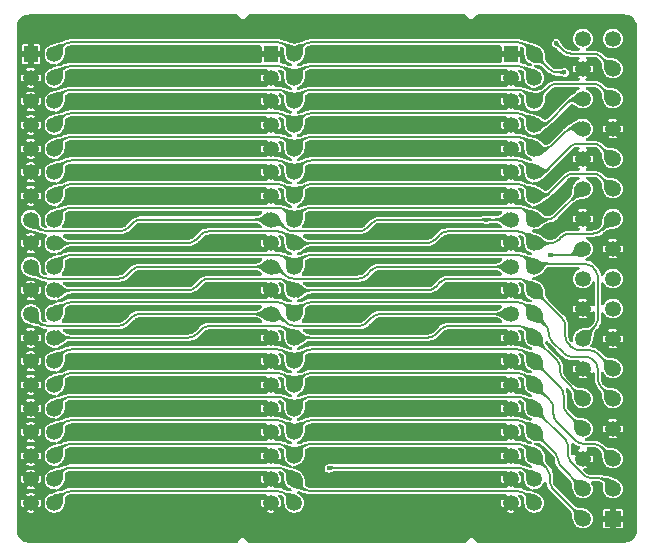
<source format=gbr>
%TF.GenerationSoftware,KiCad,Pcbnew,8.0.6*%
%TF.CreationDate,2024-11-07T15:02:59-05:00*%
%TF.ProjectId,SLI Interconnect PCB,534c4920-496e-4746-9572-636f6e6e6563,1.0*%
%TF.SameCoordinates,Original*%
%TF.FileFunction,Copper,L2,Bot*%
%TF.FilePolarity,Positive*%
%FSLAX46Y46*%
G04 Gerber Fmt 4.6, Leading zero omitted, Abs format (unit mm)*
G04 Created by KiCad (PCBNEW 8.0.6) date 2024-11-07 15:02:59*
%MOMM*%
%LPD*%
G01*
G04 APERTURE LIST*
%TA.AperFunction,ComponentPad*%
%ADD10R,1.350000X1.350000*%
%TD*%
%TA.AperFunction,ComponentPad*%
%ADD11C,1.350000*%
%TD*%
%TA.AperFunction,ComponentPad*%
%ADD12R,1.250000X1.350000*%
%TD*%
%TA.AperFunction,ViaPad*%
%ADD13C,0.400000*%
%TD*%
%TA.AperFunction,Conductor*%
%ADD14C,0.200000*%
%TD*%
G04 APERTURE END LIST*
D10*
%TO.P,P2,1,GND*%
%TO.N,GND*%
X169310000Y-121060000D03*
D11*
%TO.P,P2,2,P15*%
%TO.N,/P15*%
X166770000Y-121060000D03*
%TO.P,P2,3,P13*%
%TO.N,/P13*%
X169310000Y-118520000D03*
%TO.P,P2,4,P14*%
%TO.N,/P14*%
X166770000Y-118520000D03*
%TO.P,P2,5,P12*%
%TO.N,/P12*%
X169310000Y-115980000D03*
%TO.P,P2,6,GND*%
%TO.N,GND*%
X166770000Y-115980000D03*
%TO.P,P2,7,GND*%
X169310000Y-113440000D03*
%TO.P,P2,8,P11*%
%TO.N,/P11*%
X166770000Y-113440000D03*
%TO.P,P2,9,P9*%
%TO.N,/P9*%
X169310000Y-110900000D03*
%TO.P,P2,10,P10*%
%TO.N,/P10*%
X166770000Y-110900000D03*
%TO.P,P2,11,P8*%
%TO.N,/P8*%
X169310000Y-108360000D03*
%TO.P,P2,12,GND*%
%TO.N,GND*%
X166770000Y-108360000D03*
%TO.P,P2,13,GND*%
X169310000Y-105820000D03*
%TO.P,P2,14,P7*%
%TO.N,/P7*%
X166770000Y-105820000D03*
%TO.P,P2,15,VD_201*%
%TO.N,/VD_201*%
X169310000Y-103280000D03*
%TO.P,P2,16,GND*%
%TO.N,GND*%
X166770000Y-103280000D03*
%TO.P,P2,17,VD_185*%
%TO.N,/VD_185*%
X169310000Y-100740000D03*
%TO.P,P2,18,VD_186*%
%TO.N,/VD_186*%
X166770000Y-100740000D03*
%TO.P,P2,19,GND*%
%TO.N,GND*%
X169310000Y-98200000D03*
%TO.P,P2,20,VD_214*%
%TO.N,/VD_214*%
X166770000Y-98200000D03*
%TO.P,P2,21,P6*%
%TO.N,/P6*%
X169310000Y-95660000D03*
%TO.P,P2,22,GND*%
%TO.N,GND*%
X166770000Y-95660000D03*
%TO.P,P2,23,P4*%
%TO.N,/P4*%
X169310000Y-93120000D03*
%TO.P,P2,24,P5*%
%TO.N,/P5*%
X166770000Y-93120000D03*
%TO.P,P2,25,P3*%
%TO.N,/P3*%
X169310000Y-90580000D03*
%TO.P,P2,26,GND*%
%TO.N,GND*%
X166770000Y-90580000D03*
%TO.P,P2,27,GND*%
X169310000Y-88040000D03*
%TO.P,P2,28,P2*%
%TO.N,/P2*%
X166770000Y-88040000D03*
%TO.P,P2,29,P0*%
%TO.N,/P0*%
X169310000Y-85500000D03*
%TO.P,P2,30,P1*%
%TO.N,/P1*%
X166770000Y-85500000D03*
%TO.P,P2,31,VD_HSync*%
%TO.N,/VD_HSync*%
X169310000Y-82960000D03*
%TO.P,P2,32,GND*%
%TO.N,GND*%
X166770000Y-82960000D03*
%TO.P,P2,33,VD_VSync*%
%TO.N,/VD_VSync*%
X169310000Y-80420000D03*
%TO.P,P2,34,VD_184*%
%TO.N,/VD_184*%
X166770000Y-80420000D03*
%TD*%
D12*
%TO.P,P3,1,GND*%
%TO.N,GND*%
X140350000Y-81740000D03*
D11*
%TO.P,P3,2,VD_201*%
%TO.N,/VD_201*%
X142350000Y-81740000D03*
%TO.P,P3,3,GND*%
%TO.N,GND*%
X140350000Y-83740000D03*
%TO.P,P3,4,VD_214*%
%TO.N,/VD_214*%
X142350000Y-83740000D03*
%TO.P,P3,5,GND*%
%TO.N,GND*%
X140350000Y-85740000D03*
%TO.P,P3,6,P0*%
%TO.N,/P0*%
X142350000Y-85740000D03*
%TO.P,P3,7,GND*%
%TO.N,GND*%
X140350000Y-87740000D03*
%TO.P,P3,8,P1*%
%TO.N,/P1*%
X142350000Y-87740000D03*
%TO.P,P3,9,GND*%
%TO.N,GND*%
X140350000Y-89740000D03*
%TO.P,P3,10,P2*%
%TO.N,/P2*%
X142350000Y-89740000D03*
%TO.P,P3,11,GND*%
%TO.N,GND*%
X140350000Y-91740000D03*
%TO.P,P3,12,P3*%
%TO.N,/P3*%
X142350000Y-91740000D03*
%TO.P,P3,13,GND*%
%TO.N,GND*%
X140350000Y-93740000D03*
%TO.P,P3,14,P4*%
%TO.N,/P4*%
X142350000Y-93740000D03*
%TO.P,P3,15,VD_184*%
%TO.N,/VD_184*%
X140350000Y-95740000D03*
%TO.P,P3,16,P5*%
%TO.N,/P5*%
X142350000Y-95740000D03*
%TO.P,P3,17,GND*%
%TO.N,GND*%
X140350000Y-97740000D03*
%TO.P,P3,18,P6*%
%TO.N,/P6*%
X142350000Y-97740000D03*
%TO.P,P3,19,VD_VSync*%
%TO.N,/VD_VSync*%
X140350000Y-99740000D03*
%TO.P,P3,20,P7*%
%TO.N,/P7*%
X142350000Y-99740000D03*
%TO.P,P3,21,GND*%
%TO.N,GND*%
X140350000Y-101740000D03*
%TO.P,P3,22,P8*%
%TO.N,/P8*%
X142350000Y-101740000D03*
%TO.P,P3,23,VD_HSync*%
%TO.N,/VD_HSync*%
X140350000Y-103740000D03*
%TO.P,P3,24,P9*%
%TO.N,/P9*%
X142350000Y-103740000D03*
%TO.P,P3,25,GND*%
%TO.N,GND*%
X140350000Y-105740000D03*
%TO.P,P3,26,P10*%
%TO.N,/P10*%
X142350000Y-105740000D03*
%TO.P,P3,27,GND*%
%TO.N,GND*%
X140350000Y-107740000D03*
%TO.P,P3,28,P11*%
%TO.N,/P11*%
X142350000Y-107740000D03*
%TO.P,P3,29,GND*%
%TO.N,GND*%
X140350000Y-109740000D03*
%TO.P,P3,30,P12*%
%TO.N,/P12*%
X142350000Y-109740000D03*
%TO.P,P3,31,GND*%
%TO.N,GND*%
X140350000Y-111740000D03*
%TO.P,P3,32,P13*%
%TO.N,/P13*%
X142350000Y-111740000D03*
%TO.P,P3,33,GND*%
%TO.N,GND*%
X140350000Y-113740000D03*
%TO.P,P3,34,P14*%
%TO.N,/P14*%
X142350000Y-113740000D03*
%TO.P,P3,35,GND*%
%TO.N,GND*%
X140350000Y-115740000D03*
%TO.P,P3,36,P15*%
%TO.N,/P15*%
X142350000Y-115740000D03*
%TO.P,P3,37,GND*%
%TO.N,GND*%
X140350000Y-117740000D03*
%TO.P,P3,38,VD_186*%
%TO.N,/VD_185*%
X142350000Y-117740000D03*
%TO.P,P3,39,GND*%
%TO.N,GND*%
X140350000Y-119740000D03*
%TO.P,P3,40,VD_185*%
%TO.N,/VD_186*%
X142350000Y-119740000D03*
%TD*%
D12*
%TO.P,P1,1,GND*%
%TO.N,GND*%
X160670000Y-81740000D03*
D11*
%TO.P,P1,2,VD_201*%
%TO.N,/VD_201*%
X162670000Y-81740000D03*
%TO.P,P1,3,GND*%
%TO.N,GND*%
X160670000Y-83740000D03*
%TO.P,P1,4,VD_214*%
%TO.N,/VD_214*%
X162670000Y-83740000D03*
%TO.P,P1,5,GND*%
%TO.N,GND*%
X160670000Y-85740000D03*
%TO.P,P1,6,P0*%
%TO.N,/P0*%
X162670000Y-85740000D03*
%TO.P,P1,7,GND*%
%TO.N,GND*%
X160670000Y-87740000D03*
%TO.P,P1,8,P1*%
%TO.N,/P1*%
X162670000Y-87740000D03*
%TO.P,P1,9,GND*%
%TO.N,GND*%
X160670000Y-89740000D03*
%TO.P,P1,10,P2*%
%TO.N,/P2*%
X162670000Y-89740000D03*
%TO.P,P1,11,GND*%
%TO.N,GND*%
X160670000Y-91740000D03*
%TO.P,P1,12,P3*%
%TO.N,/P3*%
X162670000Y-91740000D03*
%TO.P,P1,13,GND*%
%TO.N,GND*%
X160670000Y-93740000D03*
%TO.P,P1,14,P4*%
%TO.N,/P4*%
X162670000Y-93740000D03*
%TO.P,P1,15,VD_184*%
%TO.N,/VD_184*%
X160670000Y-95740000D03*
%TO.P,P1,16,P5*%
%TO.N,/P5*%
X162670000Y-95740000D03*
%TO.P,P1,17,GND*%
%TO.N,GND*%
X160670000Y-97740000D03*
%TO.P,P1,18,P6*%
%TO.N,/P6*%
X162670000Y-97740000D03*
%TO.P,P1,19,VD_VSync*%
%TO.N,/VD_VSync*%
X160670000Y-99740000D03*
%TO.P,P1,20,P7*%
%TO.N,/P7*%
X162670000Y-99740000D03*
%TO.P,P1,21,GND*%
%TO.N,GND*%
X160670000Y-101740000D03*
%TO.P,P1,22,P8*%
%TO.N,/P8*%
X162670000Y-101740000D03*
%TO.P,P1,23,VD_HSync*%
%TO.N,/VD_HSync*%
X160670000Y-103740000D03*
%TO.P,P1,24,P9*%
%TO.N,/P9*%
X162670000Y-103740000D03*
%TO.P,P1,25,GND*%
%TO.N,GND*%
X160670000Y-105740000D03*
%TO.P,P1,26,P10*%
%TO.N,/P10*%
X162670000Y-105740000D03*
%TO.P,P1,27,GND*%
%TO.N,GND*%
X160670000Y-107740000D03*
%TO.P,P1,28,P11*%
%TO.N,/P11*%
X162670000Y-107740000D03*
%TO.P,P1,29,GND*%
%TO.N,GND*%
X160670000Y-109740000D03*
%TO.P,P1,30,P12*%
%TO.N,/P12*%
X162670000Y-109740000D03*
%TO.P,P1,31,GND*%
%TO.N,GND*%
X160670000Y-111740000D03*
%TO.P,P1,32,P13*%
%TO.N,/P13*%
X162670000Y-111740000D03*
%TO.P,P1,33,GND*%
%TO.N,GND*%
X160670000Y-113740000D03*
%TO.P,P1,34,P14*%
%TO.N,/P14*%
X162670000Y-113740000D03*
%TO.P,P1,35,GND*%
%TO.N,GND*%
X160670000Y-115740000D03*
%TO.P,P1,36,P15*%
%TO.N,/P15*%
X162670000Y-115740000D03*
%TO.P,P1,37,GND*%
%TO.N,GND*%
X160670000Y-117740000D03*
%TO.P,P1,38,VD_186*%
%TO.N,/VD_186*%
X162670000Y-117740000D03*
%TO.P,P1,39,GND*%
%TO.N,GND*%
X160670000Y-119740000D03*
%TO.P,P1,40,VD_185*%
%TO.N,/VD_185*%
X162670000Y-119740000D03*
%TD*%
D12*
%TO.P,P4,1,GND*%
%TO.N,GND*%
X120030000Y-81740000D03*
D11*
%TO.P,P4,2,VD_201*%
%TO.N,/VD_201*%
X122030000Y-81740000D03*
%TO.P,P4,3,GND*%
%TO.N,GND*%
X120030000Y-83740000D03*
%TO.P,P4,4,VD_214*%
%TO.N,/VD_214*%
X122030000Y-83740000D03*
%TO.P,P4,5,GND*%
%TO.N,GND*%
X120030000Y-85740000D03*
%TO.P,P4,6,P0*%
%TO.N,/P0*%
X122030000Y-85740000D03*
%TO.P,P4,7,GND*%
%TO.N,GND*%
X120030000Y-87740000D03*
%TO.P,P4,8,P1*%
%TO.N,/P1*%
X122030000Y-87740000D03*
%TO.P,P4,9,GND*%
%TO.N,GND*%
X120030000Y-89740000D03*
%TO.P,P4,10,P2*%
%TO.N,/P2*%
X122030000Y-89740000D03*
%TO.P,P4,11,GND*%
%TO.N,GND*%
X120030000Y-91740000D03*
%TO.P,P4,12,P3*%
%TO.N,/P3*%
X122030000Y-91740000D03*
%TO.P,P4,13,GND*%
%TO.N,GND*%
X120030000Y-93740000D03*
%TO.P,P4,14,P4*%
%TO.N,/P4*%
X122030000Y-93740000D03*
%TO.P,P4,15,VD_184*%
%TO.N,/VD_184*%
X120030000Y-95740000D03*
%TO.P,P4,16,P5*%
%TO.N,/P5*%
X122030000Y-95740000D03*
%TO.P,P4,17,GND*%
%TO.N,GND*%
X120030000Y-97740000D03*
%TO.P,P4,18,P6*%
%TO.N,/P6*%
X122030000Y-97740000D03*
%TO.P,P4,19,VD_VSync*%
%TO.N,/VD_VSync*%
X120030000Y-99740000D03*
%TO.P,P4,20,P7*%
%TO.N,/P7*%
X122030000Y-99740000D03*
%TO.P,P4,21,GND*%
%TO.N,GND*%
X120030000Y-101740000D03*
%TO.P,P4,22,P8*%
%TO.N,/P8*%
X122030000Y-101740000D03*
%TO.P,P4,23,VD_HSync*%
%TO.N,/VD_HSync*%
X120030000Y-103740000D03*
%TO.P,P4,24,P9*%
%TO.N,/P9*%
X122030000Y-103740000D03*
%TO.P,P4,25,GND*%
%TO.N,GND*%
X120030000Y-105740000D03*
%TO.P,P4,26,P10*%
%TO.N,/P10*%
X122030000Y-105740000D03*
%TO.P,P4,27,GND*%
%TO.N,GND*%
X120030000Y-107740000D03*
%TO.P,P4,28,P11*%
%TO.N,/P11*%
X122030000Y-107740000D03*
%TO.P,P4,29,GND*%
%TO.N,GND*%
X120030000Y-109740000D03*
%TO.P,P4,30,P12*%
%TO.N,/P12*%
X122030000Y-109740000D03*
%TO.P,P4,31,GND*%
%TO.N,GND*%
X120030000Y-111740000D03*
%TO.P,P4,32,P13*%
%TO.N,/P13*%
X122030000Y-111740000D03*
%TO.P,P4,33,GND*%
%TO.N,GND*%
X120030000Y-113740000D03*
%TO.P,P4,34,P14*%
%TO.N,/P14*%
X122030000Y-113740000D03*
%TO.P,P4,35,GND*%
%TO.N,GND*%
X120030000Y-115740000D03*
%TO.P,P4,36,P15*%
%TO.N,/P15*%
X122030000Y-115740000D03*
%TO.P,P4,37,GND*%
%TO.N,GND*%
X120030000Y-117740000D03*
%TO.P,P4,38,VD_186*%
%TO.N,/VD_185*%
X122030000Y-117740000D03*
%TO.P,P4,39,GND*%
%TO.N,GND*%
X120030000Y-119740000D03*
%TO.P,P4,40,VD_185*%
%TO.N,/VD_186*%
X122030000Y-119740000D03*
%TD*%
D13*
%TO.N,GND*%
X164250000Y-94450000D03*
X137980000Y-81740000D03*
X157330000Y-111730000D03*
X137980000Y-91770000D03*
X157330000Y-81740000D03*
X136130000Y-105740000D03*
X145880000Y-95790000D03*
X157330000Y-113780000D03*
X125610000Y-99720000D03*
X157330000Y-119800000D03*
X137980000Y-111730000D03*
X145880000Y-99790000D03*
X131290000Y-104650000D03*
X137980000Y-87750000D03*
X131290000Y-100730000D03*
X137980000Y-119800000D03*
X137980000Y-115760000D03*
X125610000Y-103640000D03*
X157330000Y-97810000D03*
X157330000Y-83720000D03*
X131290000Y-96730000D03*
X157330000Y-93750000D03*
X137980000Y-117730000D03*
X157330000Y-87750000D03*
X125610000Y-95720000D03*
X151460000Y-100740000D03*
X151460000Y-96740000D03*
X157330000Y-109770000D03*
X137980000Y-93750000D03*
X157330000Y-105730000D03*
X145880000Y-103710000D03*
X136130000Y-101820000D03*
X157330000Y-107760000D03*
X151460000Y-104660000D03*
X157330000Y-85700000D03*
X137980000Y-105730000D03*
X137980000Y-97810000D03*
X157330000Y-89760000D03*
X137980000Y-101810000D03*
X137980000Y-113780000D03*
X137980000Y-85700000D03*
X137980000Y-83720000D03*
X136130000Y-97820000D03*
X157330000Y-117730000D03*
X157330000Y-91770000D03*
X137980000Y-107760000D03*
X137980000Y-109770000D03*
X157330000Y-115760000D03*
X137980000Y-89760000D03*
%TO.N,/VD_186*%
X145270000Y-116805000D03*
%TO.N,/VD_201*%
X165210000Y-83290000D03*
%TO.N,/VD_214*%
X164010000Y-98730000D03*
%TO.N,/VD_184*%
X158590000Y-95750000D03*
%TO.N,/VD_HSync*%
X164500000Y-80810000D03*
%TO.N,GND*%
X157330000Y-101810000D03*
%TD*%
D14*
%TO.N,/P14*%
X164670000Y-116109340D02*
G75*
G03*
X164889690Y-116639650I750000J40D01*
G01*
%TO.N,/P13*%
X168099340Y-117620000D02*
G75*
G02*
X168629650Y-117839690I-40J-750000D01*
G01*
%TO.N,/P14*%
X164450330Y-115520330D02*
G75*
G02*
X164670028Y-116050660I-530330J-530370D01*
G01*
%TO.N,/P13*%
X166840330Y-117400330D02*
G75*
G03*
X167370660Y-117620028I530370J530330D01*
G01*
X165749670Y-116309670D02*
G75*
G02*
X165529972Y-115779340I530330J530370D01*
G01*
X165310330Y-114380330D02*
G75*
G02*
X165530028Y-114910660I-530330J-530370D01*
G01*
%TO.N,/P15*%
X163950000Y-117330660D02*
G75*
G03*
X163730310Y-116800350I-750000J-40D01*
G01*
X164169670Y-118459670D02*
G75*
G02*
X163949972Y-117929340I530330J530370D01*
G01*
%TO.N,/P7*%
X167830330Y-104759670D02*
G75*
G03*
X168050028Y-104229340I-530330J530370D01*
G01*
X167830330Y-100010330D02*
G75*
G02*
X168050028Y-100540660I-530330J-530370D01*
G01*
X166989340Y-99480000D02*
G75*
G02*
X167519650Y-99699690I-40J-750000D01*
G01*
X163240660Y-99480000D02*
G75*
G03*
X162710350Y-99699690I40J-750000D01*
G01*
%TO.N,/P14*%
X162670000Y-113740000D02*
X164450330Y-115520330D01*
X164670000Y-116050660D02*
X164670000Y-116109340D01*
X164889670Y-116639670D02*
X166770000Y-118520000D01*
%TO.N,/P13*%
X162670000Y-111740000D02*
X165310330Y-114380330D01*
X165749670Y-116309670D02*
X166840330Y-117400330D01*
X165530000Y-114910660D02*
X165530000Y-115779340D01*
X167370660Y-117620000D02*
X168099340Y-117620000D01*
X168629670Y-117839670D02*
X169310000Y-118520000D01*
%TO.N,/P15*%
X162670000Y-115740000D02*
X163730330Y-116800330D01*
X164169670Y-118459670D02*
X166770000Y-121060000D01*
X163950000Y-117330660D02*
X163950000Y-117929340D01*
%TO.N,/P7*%
X162670000Y-99740000D02*
X162710330Y-99699670D01*
X167519670Y-99699670D02*
X167830330Y-100010330D01*
X168050000Y-100540660D02*
X168050000Y-104229340D01*
X163240660Y-99480000D02*
X166989340Y-99480000D01*
X167830330Y-104759670D02*
X166770000Y-105820000D01*
%TO.N,/VD_184*%
X158600000Y-95740000D02*
X160670000Y-95740000D01*
X149614214Y-95750000D02*
G75*
G03*
X148907100Y-96042886I-14J-1000000D01*
G01*
X157830000Y-95750000D02*
X149614214Y-95750000D01*
X142284214Y-96740000D02*
G75*
G02*
X141577100Y-96447114I-14J1000000D01*
G01*
X141162893Y-96032893D02*
G75*
G03*
X140455786Y-95740010I-707093J-707107D01*
G01*
X148502893Y-96447107D02*
G75*
G02*
X147795786Y-96739990I-707093J707107D01*
G01*
X158590000Y-95750000D02*
X157830000Y-95750000D01*
X140455786Y-95740000D02*
X140350000Y-95740000D01*
X148907107Y-96042893D02*
X148502893Y-96447107D01*
X158590000Y-95750000D02*
X158600000Y-95740000D01*
X147795786Y-96740000D02*
X142284214Y-96740000D01*
X141577107Y-96447107D02*
X141162893Y-96032893D01*
%TO.N,/VD_186*%
X123444214Y-118740000D02*
X140935786Y-118740000D01*
X141642893Y-119032893D02*
X142350000Y-119740000D01*
X145335000Y-116740000D02*
X161255786Y-116740000D01*
X122030000Y-119740000D02*
X122737107Y-119032893D01*
X145270000Y-116805000D02*
X145335000Y-116740000D01*
X161962893Y-117032893D02*
X162670000Y-117740000D01*
X140935786Y-118740000D02*
G75*
G02*
X141642900Y-119032886I14J-1000000D01*
G01*
X161255786Y-116740000D02*
G75*
G02*
X161962900Y-117032886I14J-1000000D01*
G01*
X123444214Y-118740000D02*
G75*
G03*
X122737100Y-119032886I-14J-1000000D01*
G01*
%TO.N,/P6*%
X141642893Y-97032893D02*
X142350000Y-97740000D01*
X154222893Y-97447107D02*
X154637107Y-97032893D01*
X164732893Y-97447107D02*
X164957107Y-97222893D01*
X122030000Y-97740000D02*
X133295786Y-97740000D01*
X168332893Y-96637107D02*
X169310000Y-95660000D01*
X161962893Y-97032893D02*
X162670000Y-97740000D01*
X165664214Y-96930000D02*
X167625786Y-96930000D01*
X155344214Y-96740000D02*
X161255786Y-96740000D01*
X134002893Y-97447107D02*
X134417107Y-97032893D01*
X142350000Y-97740000D02*
X153515786Y-97740000D01*
X162670000Y-97740000D02*
X164025786Y-97740000D01*
X135124214Y-96740000D02*
X140935786Y-96740000D01*
X161962893Y-97032893D02*
G75*
G03*
X161255786Y-96740010I-707093J-707107D01*
G01*
X134417107Y-97032893D02*
G75*
G02*
X135124214Y-96740010I707093J-707107D01*
G01*
X141642893Y-97032893D02*
G75*
G03*
X140935786Y-96740010I-707093J-707107D01*
G01*
X154637107Y-97032893D02*
G75*
G02*
X155344214Y-96740010I707093J-707107D01*
G01*
X164732893Y-97447107D02*
G75*
G02*
X164025786Y-97739990I-707093J707107D01*
G01*
X168332893Y-96637107D02*
G75*
G02*
X167625786Y-96929990I-707093J707107D01*
G01*
X164957107Y-97222893D02*
G75*
G02*
X165664214Y-96930010I707093J-707107D01*
G01*
X133295786Y-97740000D02*
G75*
G03*
X134002900Y-97447114I14J1000000D01*
G01*
X154222893Y-97447107D02*
G75*
G02*
X153515786Y-97739990I-707093J707107D01*
G01*
%TO.N,/P9*%
X168030000Y-108404214D02*
X168030000Y-109205786D01*
X141642893Y-103032893D02*
X142350000Y-103740000D01*
X167702893Y-107662893D02*
X167737107Y-107697107D01*
X122030000Y-103740000D02*
X122737107Y-103032893D01*
X165874214Y-107370000D02*
X166995786Y-107370000D01*
X168322893Y-109912893D02*
X169310000Y-110900000D01*
X143764214Y-102740000D02*
X161255786Y-102740000D01*
X162670000Y-103740000D02*
X163587107Y-104657107D01*
X164172893Y-106082893D02*
X165167107Y-107077107D01*
X163880000Y-105364214D02*
X163880000Y-105375786D01*
X142350000Y-103740000D02*
X143057107Y-103032893D01*
X161962893Y-103032893D02*
X162670000Y-103740000D01*
X123444214Y-102740000D02*
X140935786Y-102740000D01*
X164172893Y-106082893D02*
G75*
G02*
X163880010Y-105375786I707107J707093D01*
G01*
X143764214Y-102740000D02*
G75*
G03*
X143057100Y-103032886I-14J-1000000D01*
G01*
X168030000Y-108404214D02*
G75*
G03*
X167737114Y-107697100I-1000000J14D01*
G01*
X141642893Y-103032893D02*
G75*
G03*
X140935786Y-102740010I-707093J-707107D01*
G01*
X167702893Y-107662893D02*
G75*
G03*
X166995786Y-107370010I-707093J-707107D01*
G01*
X165874214Y-107370000D02*
G75*
G02*
X165167100Y-107077114I-14J1000000D01*
G01*
X122737107Y-103032893D02*
G75*
G02*
X123444214Y-102740010I707093J-707107D01*
G01*
X168030000Y-109205786D02*
G75*
G03*
X168322886Y-109912900I1000000J-14D01*
G01*
X161255786Y-102740000D02*
G75*
G02*
X161962900Y-103032886I14J-1000000D01*
G01*
X163587107Y-104657107D02*
G75*
G02*
X163879990Y-105364214I-707107J-707093D01*
G01*
%TO.N,/VD_201*%
X161952893Y-81022893D02*
X162670000Y-81740000D01*
X143774214Y-80730000D02*
X161245786Y-80730000D01*
X163927107Y-82997107D02*
X162670000Y-81740000D01*
X123454214Y-80730000D02*
X140925786Y-80730000D01*
X141632893Y-81022893D02*
X142350000Y-81740000D01*
X165210000Y-83290000D02*
X164634214Y-83290000D01*
X142350000Y-81740000D02*
X143067107Y-81022893D01*
X122030000Y-81740000D02*
X122747107Y-81022893D01*
X163927107Y-82997107D02*
G75*
G03*
X164634214Y-83289990I707093J707107D01*
G01*
X143774214Y-80730000D02*
G75*
G03*
X143067100Y-81022886I-14J-1000000D01*
G01*
X123454214Y-80730000D02*
G75*
G03*
X122747100Y-81022886I-14J-1000000D01*
G01*
X161952893Y-81022893D02*
G75*
G03*
X161245786Y-80730010I-707093J-707107D01*
G01*
X141632893Y-81022893D02*
G75*
G03*
X140925786Y-80730010I-707093J-707107D01*
G01*
%TO.N,/P11*%
X143764214Y-106740000D02*
X161255786Y-106740000D01*
X165432893Y-112102893D02*
X166770000Y-113440000D01*
X165140000Y-110624214D02*
X165140000Y-111395786D01*
X161962893Y-107032893D02*
X162670000Y-107740000D01*
X141642893Y-107032893D02*
X142350000Y-107740000D01*
X123444214Y-106740000D02*
X140935786Y-106740000D01*
X122030000Y-107740000D02*
X122737107Y-107032893D01*
X162670000Y-107740000D02*
X164847107Y-109917107D01*
X142350000Y-107740000D02*
X143057107Y-107032893D01*
X165140000Y-111395786D02*
G75*
G03*
X165432886Y-112102900I1000000J-14D01*
G01*
X141642893Y-107032893D02*
G75*
G03*
X140935786Y-106740010I-707093J-707107D01*
G01*
X161255786Y-106740000D02*
G75*
G02*
X161962900Y-107032886I14J-1000000D01*
G01*
X122737107Y-107032893D02*
G75*
G02*
X123444214Y-106740010I707093J-707107D01*
G01*
X143057107Y-107032893D02*
G75*
G02*
X143764214Y-106740010I707093J-707107D01*
G01*
X164847107Y-109917107D02*
G75*
G02*
X165139990Y-110624214I-707107J-707093D01*
G01*
%TO.N,/P5*%
X164442893Y-95447107D02*
X166770000Y-93120000D01*
X122030000Y-95740000D02*
X122737107Y-95032893D01*
X123444214Y-94740000D02*
X140935786Y-94740000D01*
X162670000Y-95740000D02*
X163735786Y-95740000D01*
X143764214Y-94740000D02*
X161255786Y-94740000D01*
X161962893Y-95032893D02*
X162670000Y-95740000D01*
X141642893Y-95032893D02*
X142350000Y-95740000D01*
X142350000Y-95740000D02*
X143057107Y-95032893D01*
X164442893Y-95447107D02*
G75*
G02*
X163735786Y-95739990I-707093J707107D01*
G01*
X143764214Y-94740000D02*
G75*
G03*
X143057100Y-95032886I-14J-1000000D01*
G01*
X161255786Y-94740000D02*
G75*
G02*
X161962900Y-95032886I14J-1000000D01*
G01*
X122737107Y-95032893D02*
G75*
G02*
X123444214Y-94740010I707093J-707107D01*
G01*
X140935786Y-94740000D02*
G75*
G02*
X141642900Y-95032886I14J-1000000D01*
G01*
%TO.N,/P3*%
X123444214Y-90740000D02*
X140935786Y-90740000D01*
X168332893Y-89602893D02*
X169310000Y-90580000D01*
X163822893Y-91447107D02*
X165667107Y-89602893D01*
X166374214Y-89310000D02*
X167625786Y-89310000D01*
X162670000Y-91740000D02*
X163115786Y-91740000D01*
X141642893Y-91032893D02*
X142350000Y-91740000D01*
X142350000Y-91740000D02*
X143057107Y-91032893D01*
X161962893Y-91032893D02*
X162670000Y-91740000D01*
X143764214Y-90740000D02*
X161255786Y-90740000D01*
X122030000Y-91740000D02*
X122737107Y-91032893D01*
X140935786Y-90740000D02*
G75*
G02*
X141642900Y-91032886I14J-1000000D01*
G01*
X163115786Y-91740000D02*
G75*
G03*
X163822900Y-91447114I14J1000000D01*
G01*
X123444214Y-90740000D02*
G75*
G03*
X122737100Y-91032886I-14J-1000000D01*
G01*
X166374214Y-89310000D02*
G75*
G03*
X165667100Y-89602886I-14J-1000000D01*
G01*
X161962893Y-91032893D02*
G75*
G03*
X161255786Y-90740010I-707093J-707107D01*
G01*
X143057107Y-91032893D02*
G75*
G02*
X143764214Y-90740010I707093J-707107D01*
G01*
X168332893Y-89602893D02*
G75*
G03*
X167625786Y-89310010I-707093J-707107D01*
G01*
%TO.N,/VD_214*%
X166532893Y-98437107D02*
X166770000Y-98200000D01*
X123444214Y-82740000D02*
X140935786Y-82740000D01*
X143764214Y-82740000D02*
X161255786Y-82740000D01*
X161962893Y-83032893D02*
X162670000Y-83740000D01*
X141642893Y-83032893D02*
X142350000Y-83740000D01*
X122030000Y-83740000D02*
X122737107Y-83032893D01*
X142350000Y-83740000D02*
X143057107Y-83032893D01*
X164010000Y-98730000D02*
X165825786Y-98730000D01*
X161255786Y-82740000D02*
G75*
G02*
X161962900Y-83032886I14J-1000000D01*
G01*
X165825786Y-98730000D02*
G75*
G03*
X166532900Y-98437114I14J1000000D01*
G01*
X140935786Y-82740000D02*
G75*
G02*
X141642900Y-83032886I14J-1000000D01*
G01*
X143057107Y-83032893D02*
G75*
G02*
X143764214Y-82740010I707093J-707107D01*
G01*
X123444214Y-82740000D02*
G75*
G03*
X122737100Y-83032886I-14J-1000000D01*
G01*
%TO.N,/P13*%
X123444214Y-110740000D02*
X140935786Y-110740000D01*
X161962893Y-111032893D02*
X162670000Y-111740000D01*
X142350000Y-111740000D02*
X143057107Y-111032893D01*
X141642893Y-111032893D02*
X142350000Y-111740000D01*
X122030000Y-111740000D02*
X122737107Y-111032893D01*
X143764214Y-110740000D02*
X161255786Y-110740000D01*
X143764214Y-110740000D02*
G75*
G03*
X143057100Y-111032886I-14J-1000000D01*
G01*
X161255786Y-110740000D02*
G75*
G02*
X161962900Y-111032886I14J-1000000D01*
G01*
X122737107Y-111032893D02*
G75*
G02*
X123444214Y-110740010I707093J-707107D01*
G01*
X141642893Y-111032893D02*
G75*
G03*
X140935786Y-110740010I-707093J-707107D01*
G01*
%TO.N,/P1*%
X162670000Y-87740000D02*
X163185786Y-87740000D01*
X161972893Y-87042893D02*
X162670000Y-87740000D01*
X141652893Y-87042893D02*
X142350000Y-87740000D01*
X163892893Y-87447107D02*
X165547107Y-85792893D01*
X143754214Y-86750000D02*
X161265786Y-86750000D01*
X122030000Y-87740000D02*
X122727107Y-87042893D01*
X123434214Y-86750000D02*
X140945786Y-86750000D01*
X166254214Y-85500000D02*
X166770000Y-85500000D01*
X142350000Y-87740000D02*
X143047107Y-87042893D01*
X122727107Y-87042893D02*
G75*
G02*
X123434214Y-86750010I707093J-707107D01*
G01*
X163892893Y-87447107D02*
G75*
G02*
X163185786Y-87739990I-707093J707107D01*
G01*
X141652893Y-87042893D02*
G75*
G03*
X140945786Y-86750010I-707093J-707107D01*
G01*
X161265786Y-86750000D02*
G75*
G02*
X161972900Y-87042886I14J-1000000D01*
G01*
X165547107Y-85792893D02*
G75*
G02*
X166254214Y-85500010I707093J-707107D01*
G01*
X143754214Y-86750000D02*
G75*
G03*
X143047100Y-87042886I-14J-1000000D01*
G01*
%TO.N,/P0*%
X168342893Y-84532893D02*
X169310000Y-85500000D01*
X164584214Y-84240000D02*
X167635786Y-84240000D01*
X143754214Y-84750000D02*
X161265786Y-84750000D01*
X142350000Y-85740000D02*
X143047107Y-85042893D01*
X141652893Y-85042893D02*
X142350000Y-85740000D01*
X162670000Y-85740000D02*
X163877107Y-84532893D01*
X161972893Y-85042893D02*
X162670000Y-85740000D01*
X123434214Y-84750000D02*
X140945786Y-84750000D01*
X122030000Y-85740000D02*
X122727107Y-85042893D01*
X143754214Y-84750000D02*
G75*
G03*
X143047100Y-85042886I-14J-1000000D01*
G01*
X123434214Y-84750000D02*
G75*
G03*
X122727100Y-85042886I-14J-1000000D01*
G01*
X164584214Y-84240000D02*
G75*
G03*
X163877100Y-84532886I-14J-1000000D01*
G01*
X168342893Y-84532893D02*
G75*
G03*
X167635786Y-84240010I-707093J-707107D01*
G01*
X161265786Y-84750000D02*
G75*
G02*
X161972900Y-85042886I14J-1000000D01*
G01*
X141652893Y-85042893D02*
G75*
G03*
X140945786Y-84750010I-707093J-707107D01*
G01*
%TO.N,/P15*%
X142350000Y-115740000D02*
X143057107Y-115032893D01*
X141642893Y-115032893D02*
X142350000Y-115740000D01*
X161962893Y-115032893D02*
X162670000Y-115740000D01*
X122030000Y-115740000D02*
X122737107Y-115032893D01*
X143764214Y-114740000D02*
X161255786Y-114740000D01*
X123444214Y-114740000D02*
X140935786Y-114740000D01*
X143057107Y-115032893D02*
G75*
G02*
X143764214Y-114740010I707093J-707107D01*
G01*
X141642893Y-115032893D02*
G75*
G03*
X140935786Y-114740010I-707093J-707107D01*
G01*
X122737107Y-115032893D02*
G75*
G02*
X123444214Y-114740010I707093J-707107D01*
G01*
X161962893Y-115032893D02*
G75*
G03*
X161255786Y-114740010I-707093J-707107D01*
G01*
%TO.N,/P14*%
X161962893Y-113032893D02*
X162670000Y-113740000D01*
X122030000Y-113740000D02*
X122737107Y-113032893D01*
X123444214Y-112740000D02*
X140935786Y-112740000D01*
X142350000Y-113740000D02*
X143057107Y-113032893D01*
X143764214Y-112740000D02*
X161255786Y-112740000D01*
X141642893Y-113032893D02*
X142350000Y-113740000D01*
X140935786Y-112740000D02*
G75*
G02*
X141642900Y-113032886I14J-1000000D01*
G01*
X143057107Y-113032893D02*
G75*
G02*
X143764214Y-112740010I707093J-707107D01*
G01*
X161962893Y-113032893D02*
G75*
G03*
X161255786Y-112740010I-707093J-707107D01*
G01*
X122737107Y-113032893D02*
G75*
G02*
X123444214Y-112740010I707093J-707107D01*
G01*
%TO.N,/VD_184*%
X129364214Y-95740000D02*
X138480000Y-95740000D01*
X128252893Y-96437107D02*
X128657107Y-96032893D01*
X138480000Y-95740000D02*
X140350000Y-95740000D01*
X120030000Y-95740000D02*
X120727107Y-96437107D01*
X121434214Y-96730000D02*
X127545786Y-96730000D01*
X128252893Y-96437107D02*
G75*
G02*
X127545786Y-96729990I-707093J707107D01*
G01*
X129364214Y-95740000D02*
G75*
G03*
X128657100Y-96032886I-14J-1000000D01*
G01*
X120727107Y-96437107D02*
G75*
G03*
X121434214Y-96729990I707093J707107D01*
G01*
%TO.N,/P10*%
X135194214Y-104740000D02*
X140935786Y-104740000D01*
X161962893Y-105032893D02*
X162670000Y-105740000D01*
X165142893Y-109272893D02*
X166770000Y-110900000D01*
X164850000Y-108334214D02*
X164850000Y-108565786D01*
X141642893Y-105032893D02*
X142350000Y-105740000D01*
X154332893Y-105447107D02*
X154747107Y-105032893D01*
X134072893Y-105447107D02*
X134487107Y-105032893D01*
X155454214Y-104740000D02*
X161255786Y-104740000D01*
X122030000Y-105740000D02*
X133365786Y-105740000D01*
X142350000Y-105740000D02*
X153625786Y-105740000D01*
X162670000Y-105740000D02*
X164557107Y-107627107D01*
X164850000Y-108334214D02*
G75*
G03*
X164557114Y-107627100I-1000000J14D01*
G01*
X161962893Y-105032893D02*
G75*
G03*
X161255786Y-104740010I-707093J-707107D01*
G01*
X154747107Y-105032893D02*
G75*
G02*
X155454214Y-104740010I707093J-707107D01*
G01*
X140935786Y-104740000D02*
G75*
G02*
X141642900Y-105032886I14J-1000000D01*
G01*
X134072893Y-105447107D02*
G75*
G02*
X133365786Y-105739990I-707093J707107D01*
G01*
X165142893Y-109272893D02*
G75*
G02*
X164850010Y-108565786I707107J707093D01*
G01*
X135194214Y-104740000D02*
G75*
G03*
X134487100Y-105032886I-14J-1000000D01*
G01*
X154332893Y-105447107D02*
G75*
G02*
X153625786Y-105739990I-707093J707107D01*
G01*
%TO.N,/P8*%
X165572893Y-106292893D02*
X165797107Y-106517107D01*
X141642893Y-101032893D02*
X142350000Y-101740000D01*
X135124214Y-100740000D02*
X140935786Y-100740000D01*
X154302893Y-101447107D02*
X154717107Y-101032893D01*
X165280000Y-104764214D02*
X165280000Y-105585786D01*
X142350000Y-101740000D02*
X153595786Y-101740000D01*
X166504214Y-106810000D02*
X167345786Y-106810000D01*
X134002893Y-101447107D02*
X134417107Y-101032893D01*
X155424214Y-100740000D02*
X161255786Y-100740000D01*
X161962893Y-101032893D02*
X162670000Y-101740000D01*
X168052893Y-107102893D02*
X169310000Y-108360000D01*
X122030000Y-101740000D02*
X133295786Y-101740000D01*
X162670000Y-101740000D02*
X164987107Y-104057107D01*
X165572893Y-106292893D02*
G75*
G02*
X165280010Y-105585786I707107J707093D01*
G01*
X154302893Y-101447107D02*
G75*
G02*
X153595786Y-101739990I-707093J707107D01*
G01*
X165797107Y-106517107D02*
G75*
G03*
X166504214Y-106809990I707093J707107D01*
G01*
X167345786Y-106810000D02*
G75*
G02*
X168052900Y-107102886I14J-1000000D01*
G01*
X165280000Y-104764214D02*
G75*
G03*
X164987114Y-104057100I-1000000J14D01*
G01*
X134002893Y-101447107D02*
G75*
G02*
X133295786Y-101739990I-707093J707107D01*
G01*
X141642893Y-101032893D02*
G75*
G03*
X140935786Y-100740010I-707093J-707107D01*
G01*
X161255786Y-100740000D02*
G75*
G02*
X161962900Y-101032886I14J-1000000D01*
G01*
X154717107Y-101032893D02*
G75*
G02*
X155424214Y-100740010I707093J-707107D01*
G01*
X135124214Y-100740000D02*
G75*
G03*
X134417100Y-101032886I-14J-1000000D01*
G01*
%TO.N,/P4*%
X165984214Y-91850000D02*
X167625786Y-91850000D01*
X162670000Y-93740000D02*
X163265786Y-93740000D01*
X161962893Y-93032893D02*
X162670000Y-93740000D01*
X141642893Y-93032893D02*
X142350000Y-93740000D01*
X122030000Y-93740000D02*
X122737107Y-93032893D01*
X163972893Y-93447107D02*
X165277107Y-92142893D01*
X168332893Y-92142893D02*
X169310000Y-93120000D01*
X143764214Y-92740000D02*
X161255786Y-92740000D01*
X142350000Y-93740000D02*
X143057107Y-93032893D01*
X123444214Y-92740000D02*
X140935786Y-92740000D01*
X165984214Y-91850000D02*
G75*
G03*
X165277100Y-92142886I-14J-1000000D01*
G01*
X163265786Y-93740000D02*
G75*
G03*
X163972900Y-93447114I14J1000000D01*
G01*
X167625786Y-91850000D02*
G75*
G02*
X168332900Y-92142886I14J-1000000D01*
G01*
X141642893Y-93032893D02*
G75*
G03*
X140935786Y-92740010I-707093J-707107D01*
G01*
X143764214Y-92740000D02*
G75*
G03*
X143057100Y-93032886I-14J-1000000D01*
G01*
X122737107Y-93032893D02*
G75*
G02*
X123444214Y-92740010I707093J-707107D01*
G01*
X161962893Y-93032893D02*
G75*
G03*
X161255786Y-92740010I-707093J-707107D01*
G01*
%TO.N,/P7*%
X122030000Y-99740000D02*
X122737107Y-99032893D01*
X123444214Y-98740000D02*
X140935786Y-98740000D01*
X161962893Y-99032893D02*
X162670000Y-99740000D01*
X143764214Y-98740000D02*
X161255786Y-98740000D01*
X141642893Y-99032893D02*
X142350000Y-99740000D01*
X142350000Y-99740000D02*
X143057107Y-99032893D01*
X141642893Y-99032893D02*
G75*
G03*
X140935786Y-98740010I-707093J-707107D01*
G01*
X123444214Y-98740000D02*
G75*
G03*
X122737100Y-99032886I-14J-1000000D01*
G01*
X143764214Y-98740000D02*
G75*
G03*
X143057100Y-99032886I-14J-1000000D01*
G01*
X161255786Y-98740000D02*
G75*
G02*
X161962900Y-99032886I14J-1000000D01*
G01*
%TO.N,/VD_185*%
X143764214Y-118740000D02*
X161255786Y-118740000D01*
X161962893Y-119032893D02*
X162670000Y-119740000D01*
X123444214Y-116740000D02*
X140935786Y-116740000D01*
X142350000Y-117740000D02*
X143057107Y-118447107D01*
X141642893Y-117032893D02*
X142350000Y-117740000D01*
X122030000Y-117740000D02*
X122737107Y-117032893D01*
X140935786Y-116740000D02*
G75*
G02*
X141642900Y-117032886I14J-1000000D01*
G01*
X161962893Y-119032893D02*
G75*
G03*
X161255786Y-118740010I-707093J-707107D01*
G01*
X123444214Y-116740000D02*
G75*
G03*
X122737100Y-117032886I-14J-1000000D01*
G01*
X143764214Y-118740000D02*
G75*
G02*
X143057100Y-118447114I-14J1000000D01*
G01*
%TO.N,/VD_VSync*%
X148452893Y-100447107D02*
X148867107Y-100032893D01*
X120030000Y-99740000D02*
X120737107Y-100447107D01*
X142273330Y-100740000D02*
X147745786Y-100740000D01*
X128162893Y-100447107D02*
X128577107Y-100032893D01*
X138480000Y-99740000D02*
X140350000Y-99740000D01*
X157830000Y-99740000D02*
X160670000Y-99740000D01*
X121444214Y-100740000D02*
X127455786Y-100740000D01*
X129284214Y-99740000D02*
X138480000Y-99740000D01*
X149574214Y-99740000D02*
X157830000Y-99740000D01*
X140350000Y-99740000D02*
X140444902Y-99740000D01*
X141152009Y-100032893D02*
X141566223Y-100447107D01*
X149574214Y-99740000D02*
G75*
G03*
X148867100Y-100032886I-14J-1000000D01*
G01*
X128162893Y-100447107D02*
G75*
G02*
X127455786Y-100739990I-707093J707107D01*
G01*
X128577107Y-100032893D02*
G75*
G02*
X129284214Y-99740010I707093J-707107D01*
G01*
X147745786Y-100740000D02*
G75*
G03*
X148452900Y-100447114I14J1000000D01*
G01*
X141152009Y-100032893D02*
G75*
G03*
X140444902Y-99739998I-707109J-707107D01*
G01*
X141566223Y-100447107D02*
G75*
G03*
X142273330Y-100739979I707077J707107D01*
G01*
X120737107Y-100447107D02*
G75*
G03*
X121444214Y-100739990I707093J707107D01*
G01*
%TO.N,/P2*%
X123434214Y-88750000D02*
X140945786Y-88750000D01*
X162670000Y-89740000D02*
X163445786Y-89740000D01*
X164152893Y-89447107D02*
X165267107Y-88332893D01*
X161972893Y-89042893D02*
X162670000Y-89740000D01*
X142350000Y-89740000D02*
X143047107Y-89042893D01*
X143754214Y-88750000D02*
X161265786Y-88750000D01*
X165974214Y-88040000D02*
X166770000Y-88040000D01*
X141652893Y-89042893D02*
X142350000Y-89740000D01*
X122030000Y-89740000D02*
X122727107Y-89042893D01*
X143047107Y-89042893D02*
G75*
G02*
X143754214Y-88750010I707093J-707107D01*
G01*
X161972893Y-89042893D02*
G75*
G03*
X161265786Y-88750010I-707093J-707107D01*
G01*
X163445786Y-89740000D02*
G75*
G03*
X164152900Y-89447114I14J1000000D01*
G01*
X140945786Y-88750000D02*
G75*
G02*
X141652900Y-89042886I14J-1000000D01*
G01*
X165267107Y-88332893D02*
G75*
G02*
X165974214Y-88040010I707093J-707107D01*
G01*
X123434214Y-88750000D02*
G75*
G03*
X122727100Y-89042886I-14J-1000000D01*
G01*
%TO.N,/P12*%
X122030000Y-109740000D02*
X122737107Y-109032893D01*
X143764214Y-108740000D02*
X161255786Y-108740000D01*
X161962893Y-109032893D02*
X162670000Y-109740000D01*
X166844214Y-114740000D02*
X167655786Y-114740000D01*
X142350000Y-109740000D02*
X143057107Y-109032893D01*
X164280000Y-111764214D02*
X164280000Y-112175786D01*
X162670000Y-109740000D02*
X163987107Y-111057107D01*
X168362893Y-115032893D02*
X169310000Y-115980000D01*
X141642893Y-109032893D02*
X142350000Y-109740000D01*
X164572893Y-112882893D02*
X166137107Y-114447107D01*
X123444214Y-108740000D02*
X140935786Y-108740000D01*
X166844214Y-114740000D02*
G75*
G02*
X166137100Y-114447114I-14J1000000D01*
G01*
X163987107Y-111057107D02*
G75*
G02*
X164279990Y-111764214I-707107J-707093D01*
G01*
X122737107Y-109032893D02*
G75*
G02*
X123444214Y-108740010I707093J-707107D01*
G01*
X164572893Y-112882893D02*
G75*
G02*
X164280010Y-112175786I707107J707093D01*
G01*
X161962893Y-109032893D02*
G75*
G03*
X161255786Y-108740010I-707093J-707107D01*
G01*
X140935786Y-108740000D02*
G75*
G02*
X141642900Y-109032886I14J-1000000D01*
G01*
X143764214Y-108740000D02*
G75*
G03*
X143057100Y-109032886I-14J-1000000D01*
G01*
X167655786Y-114740000D02*
G75*
G02*
X168362900Y-115032886I14J-1000000D01*
G01*
%TO.N,/VD_HSync*%
X164500000Y-80810000D02*
X165087107Y-81397107D01*
X140350000Y-103740000D02*
X138480000Y-103740000D01*
X140515786Y-103740000D02*
X140350000Y-103740000D01*
X157830000Y-103740000D02*
X149634214Y-103740000D01*
X138480000Y-103740000D02*
X129264214Y-103740000D01*
X120737107Y-104447107D02*
X120030000Y-103740000D01*
X147805786Y-104740000D02*
X142344214Y-104740000D01*
X160670000Y-103740000D02*
X157830000Y-103740000D01*
X168332893Y-81982893D02*
X169310000Y-82960000D01*
X128557107Y-104032893D02*
X128142893Y-104447107D01*
X141637107Y-104447107D02*
X141222893Y-104032893D01*
X127435786Y-104740000D02*
X121444214Y-104740000D01*
X165794214Y-81690000D02*
X167625786Y-81690000D01*
X148927107Y-104032893D02*
X148512893Y-104447107D01*
X148512893Y-104447107D02*
G75*
G02*
X147805786Y-104739990I-707093J707107D01*
G01*
X148927107Y-104032893D02*
G75*
G02*
X149634214Y-103740010I707093J-707107D01*
G01*
X128557107Y-104032893D02*
G75*
G02*
X129264214Y-103740010I707093J-707107D01*
G01*
X165087107Y-81397107D02*
G75*
G03*
X165794214Y-81689990I707093J707107D01*
G01*
X127435786Y-104740000D02*
G75*
G03*
X128142900Y-104447114I14J1000000D01*
G01*
X121444214Y-104740000D02*
G75*
G02*
X120737100Y-104447114I-14J1000000D01*
G01*
X141222893Y-104032893D02*
G75*
G03*
X140515786Y-103740010I-707093J-707107D01*
G01*
X168332893Y-81982893D02*
G75*
G03*
X167625786Y-81690010I-707093J-707107D01*
G01*
X142344214Y-104740000D02*
G75*
G02*
X141637100Y-104447114I-14J1000000D01*
G01*
%TD*%
%TA.AperFunction,Conductor*%
%TO.N,GND*%
G36*
X161469092Y-117035647D02*
G01*
X161527105Y-117053244D01*
X161549548Y-117062540D01*
X161616612Y-117098385D01*
X161626679Y-117104397D01*
X161698080Y-117151756D01*
X161708202Y-117159235D01*
X161721313Y-117169994D01*
X161753299Y-117196243D01*
X161789008Y-117244193D01*
X161800994Y-117272810D01*
X161810618Y-117320062D01*
X161811396Y-117468578D01*
X161811398Y-117469157D01*
X161811535Y-117711394D01*
X161811536Y-117711419D01*
X161812709Y-117730989D01*
X161812710Y-117730993D01*
X161812711Y-117731004D01*
X161813041Y-117733757D01*
X161816541Y-117753128D01*
X161840569Y-117852089D01*
X161843390Y-117868382D01*
X161848255Y-117914664D01*
X161848256Y-117914667D01*
X161876502Y-118001601D01*
X161879069Y-118010656D01*
X161882335Y-118024105D01*
X161885808Y-118036335D01*
X161886372Y-118038065D01*
X161889419Y-118044665D01*
X161888713Y-118044990D01*
X161895115Y-118058884D01*
X161902529Y-118081700D01*
X161965352Y-118190514D01*
X161990340Y-118233796D01*
X161990343Y-118233800D01*
X162107862Y-118364317D01*
X162193803Y-118426757D01*
X162249950Y-118467551D01*
X162335036Y-118505433D01*
X162387239Y-118528675D01*
X162387242Y-118528676D01*
X162440479Y-118573926D01*
X162460801Y-118640775D01*
X162441756Y-118707999D01*
X162389391Y-118754255D01*
X162320330Y-118764856D01*
X162311731Y-118763394D01*
X162297212Y-118760396D01*
X162290963Y-118758936D01*
X162197480Y-118734521D01*
X162104421Y-118710218D01*
X162093026Y-118706647D01*
X161834362Y-118611699D01*
X161834357Y-118611697D01*
X161828647Y-118610743D01*
X161792805Y-118598926D01*
X161739655Y-118571845D01*
X161739643Y-118571840D01*
X161550953Y-118510534D01*
X161354991Y-118479498D01*
X161354986Y-118479498D01*
X161255782Y-118479500D01*
X161107309Y-118479500D01*
X161040270Y-118459815D01*
X161019628Y-118443181D01*
X160799409Y-118222962D01*
X160862993Y-118205925D01*
X160977007Y-118140099D01*
X161070099Y-118047007D01*
X161135925Y-117932993D01*
X161152962Y-117869409D01*
X161410670Y-118127117D01*
X161437012Y-118081494D01*
X161491250Y-117914565D01*
X161491251Y-117914563D01*
X161509598Y-117740000D01*
X161491251Y-117565436D01*
X161491250Y-117565434D01*
X161437014Y-117398509D01*
X161437011Y-117398503D01*
X161349250Y-117246497D01*
X161340952Y-117237280D01*
X161310723Y-117174288D01*
X161319349Y-117104953D01*
X161364091Y-117051288D01*
X161430744Y-117030331D01*
X161469092Y-117035647D01*
G37*
%TD.AperFunction*%
%TA.AperFunction,Conductor*%
G36*
X139979730Y-117020185D02*
G01*
X140000372Y-117036819D01*
X140220590Y-117257037D01*
X140157007Y-117274075D01*
X140042993Y-117339901D01*
X139949901Y-117432993D01*
X139884075Y-117547007D01*
X139867037Y-117610590D01*
X139609328Y-117352881D01*
X139582987Y-117398505D01*
X139528749Y-117565434D01*
X139528748Y-117565436D01*
X139510401Y-117740000D01*
X139528748Y-117914563D01*
X139528749Y-117914565D01*
X139582985Y-118081490D01*
X139582988Y-118081496D01*
X139609328Y-118127118D01*
X139867037Y-117869409D01*
X139884075Y-117932993D01*
X139949901Y-118047007D01*
X140042993Y-118140099D01*
X140157007Y-118205925D01*
X140220590Y-118222962D01*
X140000372Y-118443181D01*
X139939049Y-118476666D01*
X139912691Y-118479500D01*
X123381604Y-118479500D01*
X123381513Y-118479508D01*
X123345014Y-118479508D01*
X123149048Y-118510543D01*
X122960359Y-118571850D01*
X122960353Y-118571852D01*
X122907068Y-118599000D01*
X122869989Y-118611016D01*
X122865646Y-118611697D01*
X122865638Y-118611698D01*
X122606959Y-118706650D01*
X122595565Y-118710220D01*
X122409046Y-118758933D01*
X122402791Y-118760394D01*
X122388274Y-118763392D01*
X122318639Y-118757673D01*
X122263150Y-118715214D01*
X122239425Y-118649496D01*
X122254996Y-118581384D01*
X122304919Y-118532502D01*
X122312758Y-118528676D01*
X122450051Y-118467550D01*
X122592138Y-118364317D01*
X122709657Y-118233800D01*
X122784039Y-118104966D01*
X122797469Y-118081704D01*
X122797470Y-118081701D01*
X122797471Y-118081700D01*
X122810432Y-118041809D01*
X122815882Y-118027937D01*
X122817666Y-118024095D01*
X122820923Y-118010674D01*
X122823481Y-118001645D01*
X122851744Y-117914667D01*
X122856609Y-117868371D01*
X122859428Y-117852089D01*
X122883459Y-117753116D01*
X122886957Y-117733758D01*
X122887287Y-117731004D01*
X122888462Y-117711409D01*
X122888600Y-117468935D01*
X122889378Y-117320062D01*
X122899001Y-117272813D01*
X122910978Y-117244215D01*
X122946685Y-117196268D01*
X122991894Y-117159166D01*
X123002013Y-117151690D01*
X123073222Y-117104460D01*
X123083300Y-117098442D01*
X123150453Y-117062550D01*
X123172894Y-117053255D01*
X123288265Y-117018258D01*
X123312086Y-117013521D01*
X123438252Y-117001096D01*
X123450397Y-117000500D01*
X123490144Y-117000501D01*
X123490147Y-117000500D01*
X139912691Y-117000500D01*
X139979730Y-117020185D01*
G37*
%TD.AperFunction*%
%TA.AperFunction,Conductor*%
G36*
X141149092Y-117035647D02*
G01*
X141207105Y-117053244D01*
X141229548Y-117062540D01*
X141296612Y-117098385D01*
X141306679Y-117104397D01*
X141378080Y-117151756D01*
X141388202Y-117159235D01*
X141401313Y-117169994D01*
X141433299Y-117196243D01*
X141469008Y-117244193D01*
X141480994Y-117272810D01*
X141490618Y-117320062D01*
X141491396Y-117468578D01*
X141491398Y-117469157D01*
X141491535Y-117711394D01*
X141491536Y-117711419D01*
X141492709Y-117730989D01*
X141492710Y-117730993D01*
X141492711Y-117731004D01*
X141493041Y-117733757D01*
X141496541Y-117753128D01*
X141520569Y-117852089D01*
X141523390Y-117868382D01*
X141528255Y-117914664D01*
X141528256Y-117914667D01*
X141556502Y-118001601D01*
X141559069Y-118010656D01*
X141562335Y-118024105D01*
X141565808Y-118036335D01*
X141566372Y-118038065D01*
X141569419Y-118044665D01*
X141568713Y-118044990D01*
X141575115Y-118058884D01*
X141582529Y-118081700D01*
X141645352Y-118190514D01*
X141670340Y-118233796D01*
X141670343Y-118233800D01*
X141787862Y-118364317D01*
X141926843Y-118465293D01*
X141929952Y-118467552D01*
X142015045Y-118505437D01*
X142029230Y-118512885D01*
X142046081Y-118523175D01*
X142046085Y-118523176D01*
X142051566Y-118525824D01*
X142050631Y-118527758D01*
X142098981Y-118563560D01*
X142123738Y-118628897D01*
X142109242Y-118697246D01*
X142060095Y-118746908D01*
X141991900Y-118762115D01*
X141968769Y-118758363D01*
X141897747Y-118739814D01*
X141784421Y-118710218D01*
X141773026Y-118706647D01*
X141514362Y-118611699D01*
X141514357Y-118611697D01*
X141508647Y-118610743D01*
X141472805Y-118598926D01*
X141419655Y-118571845D01*
X141419643Y-118571840D01*
X141230953Y-118510534D01*
X141034991Y-118479498D01*
X141034986Y-118479498D01*
X140935782Y-118479500D01*
X140787309Y-118479500D01*
X140720270Y-118459815D01*
X140699628Y-118443181D01*
X140479409Y-118222962D01*
X140542993Y-118205925D01*
X140657007Y-118140099D01*
X140750099Y-118047007D01*
X140815925Y-117932993D01*
X140832962Y-117869409D01*
X141090670Y-118127117D01*
X141117012Y-118081494D01*
X141171250Y-117914565D01*
X141171251Y-117914563D01*
X141189598Y-117740000D01*
X141171251Y-117565436D01*
X141171250Y-117565434D01*
X141117014Y-117398509D01*
X141117011Y-117398503D01*
X141029250Y-117246497D01*
X141020952Y-117237280D01*
X140990723Y-117174288D01*
X140999349Y-117104953D01*
X141044091Y-117051288D01*
X141110744Y-117030331D01*
X141149092Y-117035647D01*
G37*
%TD.AperFunction*%
%TA.AperFunction,Conductor*%
G36*
X160299730Y-115020185D02*
G01*
X160320372Y-115036819D01*
X160540590Y-115257037D01*
X160477007Y-115274075D01*
X160362993Y-115339901D01*
X160269901Y-115432993D01*
X160204075Y-115547007D01*
X160187037Y-115610590D01*
X159929328Y-115352881D01*
X159902987Y-115398505D01*
X159848749Y-115565434D01*
X159848748Y-115565436D01*
X159830401Y-115740000D01*
X159848748Y-115914563D01*
X159848749Y-115914565D01*
X159902985Y-116081490D01*
X159902988Y-116081496D01*
X159929328Y-116127118D01*
X160187037Y-115869409D01*
X160204075Y-115932993D01*
X160269901Y-116047007D01*
X160362993Y-116140099D01*
X160477007Y-116205925D01*
X160540590Y-116222962D01*
X160320372Y-116443181D01*
X160259049Y-116476666D01*
X160232691Y-116479500D01*
X145688905Y-116479500D01*
X145660129Y-116476115D01*
X145652066Y-116474191D01*
X145580000Y-116471465D01*
X145568989Y-116470556D01*
X145520702Y-116464393D01*
X145514820Y-116463499D01*
X145497953Y-116460518D01*
X145497949Y-116460517D01*
X145463274Y-116454387D01*
X145459537Y-116453772D01*
X145458957Y-116453683D01*
X145455808Y-116453242D01*
X145454928Y-116453119D01*
X145454918Y-116453117D01*
X145454870Y-116453111D01*
X145387699Y-116444538D01*
X145380441Y-116443773D01*
X145379450Y-116443690D01*
X145371950Y-116443237D01*
X145288340Y-116440074D01*
X145285145Y-116439984D01*
X145281404Y-116439915D01*
X145279233Y-116440006D01*
X145269995Y-116440006D01*
X145157213Y-116457868D01*
X145098182Y-116487947D01*
X145055462Y-116509714D01*
X145055461Y-116509715D01*
X145055456Y-116509718D01*
X144974718Y-116590456D01*
X144974715Y-116590461D01*
X144974714Y-116590462D01*
X144965984Y-116607595D01*
X144922868Y-116692213D01*
X144905006Y-116804997D01*
X144905006Y-116805002D01*
X144922868Y-116917786D01*
X144922870Y-116917789D01*
X144974714Y-117019538D01*
X144974716Y-117019540D01*
X144974718Y-117019543D01*
X145055456Y-117100281D01*
X145055458Y-117100282D01*
X145055462Y-117100286D01*
X145157211Y-117152130D01*
X145157212Y-117152130D01*
X145157214Y-117152131D01*
X145157213Y-117152131D01*
X145269998Y-117169994D01*
X145270000Y-117169994D01*
X145270003Y-117169994D01*
X145364460Y-117155033D01*
X145382789Y-117152130D01*
X145403431Y-117141611D01*
X145423974Y-117133361D01*
X145435585Y-117129865D01*
X145500262Y-117095459D01*
X145512722Y-117088115D01*
X145514433Y-117087003D01*
X145526181Y-117078618D01*
X145576894Y-117038970D01*
X145576893Y-117038969D01*
X145584281Y-117033194D01*
X145646966Y-117007639D01*
X145664935Y-117005644D01*
X145666118Y-117005304D01*
X145667977Y-117005043D01*
X145670071Y-117004630D01*
X145670093Y-117004745D01*
X145700301Y-117000500D01*
X160232691Y-117000500D01*
X160299730Y-117020185D01*
X160320372Y-117036819D01*
X160540590Y-117257037D01*
X160477007Y-117274075D01*
X160362993Y-117339901D01*
X160269901Y-117432993D01*
X160204075Y-117547007D01*
X160187037Y-117610590D01*
X159929328Y-117352881D01*
X159902987Y-117398505D01*
X159848749Y-117565434D01*
X159848748Y-117565436D01*
X159830401Y-117740000D01*
X159848748Y-117914563D01*
X159848749Y-117914565D01*
X159902985Y-118081490D01*
X159902988Y-118081496D01*
X159929328Y-118127118D01*
X160187037Y-117869409D01*
X160204075Y-117932993D01*
X160269901Y-118047007D01*
X160362993Y-118140099D01*
X160477007Y-118205925D01*
X160540590Y-118222962D01*
X160320372Y-118443181D01*
X160259049Y-118476666D01*
X160232691Y-118479500D01*
X143820144Y-118479500D01*
X143820132Y-118479499D01*
X143770298Y-118479499D01*
X143758147Y-118478902D01*
X143632096Y-118466490D01*
X143608256Y-118461748D01*
X143492898Y-118426756D01*
X143470443Y-118417455D01*
X143403401Y-118381621D01*
X143393314Y-118375598D01*
X143321919Y-118328244D01*
X143311794Y-118320762D01*
X143266696Y-118283752D01*
X143230988Y-118235803D01*
X143219001Y-118207184D01*
X143209377Y-118159934D01*
X143208600Y-118011063D01*
X143208462Y-117768589D01*
X143207287Y-117748994D01*
X143206957Y-117746240D01*
X143203459Y-117726881D01*
X143179427Y-117627904D01*
X143176609Y-117611632D01*
X143171744Y-117565333D01*
X143143484Y-117478360D01*
X143140925Y-117469331D01*
X143137666Y-117455903D01*
X143134184Y-117443642D01*
X143134182Y-117443634D01*
X143133629Y-117441938D01*
X143130576Y-117435325D01*
X143131289Y-117434995D01*
X143124880Y-117421103D01*
X143117471Y-117398300D01*
X143117470Y-117398298D01*
X143117469Y-117398296D01*
X143029661Y-117246205D01*
X143029657Y-117246201D01*
X143029657Y-117246200D01*
X142912138Y-117115683D01*
X142770051Y-117012450D01*
X142766511Y-117010874D01*
X142684953Y-116974561D01*
X142670772Y-116967115D01*
X142653918Y-116956824D01*
X142640940Y-116952060D01*
X142592132Y-116934142D01*
X142592132Y-116934143D01*
X142383526Y-116857565D01*
X142376066Y-116855028D01*
X142375025Y-116854701D01*
X142367280Y-116852476D01*
X142329352Y-116842570D01*
X142240924Y-116819475D01*
X142181036Y-116783489D01*
X142150110Y-116720837D01*
X142157965Y-116651410D01*
X142202108Y-116597252D01*
X142268524Y-116575556D01*
X142272260Y-116575500D01*
X142437815Y-116575500D01*
X142609606Y-116538984D01*
X142770051Y-116467550D01*
X142912138Y-116364317D01*
X143029657Y-116233800D01*
X143097833Y-116115715D01*
X143117469Y-116081704D01*
X143117470Y-116081701D01*
X143117471Y-116081700D01*
X143130432Y-116041809D01*
X143135882Y-116027937D01*
X143137666Y-116024095D01*
X143140923Y-116010674D01*
X143143481Y-116001645D01*
X143171744Y-115914667D01*
X143176609Y-115868371D01*
X143179428Y-115852089D01*
X143203459Y-115753116D01*
X143206957Y-115733758D01*
X143207287Y-115731004D01*
X143208462Y-115711409D01*
X143208600Y-115468935D01*
X143209378Y-115320062D01*
X143219001Y-115272813D01*
X143230978Y-115244215D01*
X143266685Y-115196268D01*
X143311894Y-115159166D01*
X143322013Y-115151690D01*
X143376303Y-115115682D01*
X143393226Y-115104457D01*
X143403300Y-115098442D01*
X143470453Y-115062550D01*
X143492894Y-115053255D01*
X143608265Y-115018258D01*
X143632086Y-115013521D01*
X143758252Y-115001096D01*
X143770397Y-115000500D01*
X143810144Y-115000501D01*
X143810147Y-115000500D01*
X160232691Y-115000500D01*
X160299730Y-115020185D01*
G37*
%TD.AperFunction*%
%TA.AperFunction,Conductor*%
G36*
X141149092Y-115035647D02*
G01*
X141207105Y-115053244D01*
X141229548Y-115062540D01*
X141296612Y-115098385D01*
X141306679Y-115104397D01*
X141378080Y-115151756D01*
X141388202Y-115159235D01*
X141405873Y-115173736D01*
X141433299Y-115196243D01*
X141469008Y-115244193D01*
X141480994Y-115272810D01*
X141490618Y-115320062D01*
X141491396Y-115468578D01*
X141491398Y-115469157D01*
X141491535Y-115711394D01*
X141491536Y-115711419D01*
X141492709Y-115730989D01*
X141492710Y-115730993D01*
X141493041Y-115733757D01*
X141496541Y-115753128D01*
X141520569Y-115852089D01*
X141523390Y-115868382D01*
X141528255Y-115914664D01*
X141528256Y-115914667D01*
X141556502Y-116001601D01*
X141559069Y-116010656D01*
X141562335Y-116024105D01*
X141565808Y-116036335D01*
X141566372Y-116038065D01*
X141569419Y-116044665D01*
X141568713Y-116044990D01*
X141575115Y-116058884D01*
X141582529Y-116081700D01*
X141644410Y-116188883D01*
X141670340Y-116233796D01*
X141670343Y-116233800D01*
X141787862Y-116364317D01*
X141840006Y-116402202D01*
X141929950Y-116467551D01*
X141996659Y-116497251D01*
X142067239Y-116528675D01*
X142067242Y-116528676D01*
X142120479Y-116573926D01*
X142140801Y-116640775D01*
X142121756Y-116707999D01*
X142069391Y-116754255D01*
X142000330Y-116764856D01*
X141991731Y-116763394D01*
X141977212Y-116760396D01*
X141970963Y-116758936D01*
X141847109Y-116726590D01*
X141784421Y-116710218D01*
X141773026Y-116706647D01*
X141514362Y-116611699D01*
X141514357Y-116611697D01*
X141508647Y-116610743D01*
X141472805Y-116598926D01*
X141419655Y-116571845D01*
X141419643Y-116571840D01*
X141230953Y-116510534D01*
X141034991Y-116479498D01*
X141034986Y-116479498D01*
X140935782Y-116479500D01*
X140787309Y-116479500D01*
X140720270Y-116459815D01*
X140699628Y-116443181D01*
X140479409Y-116222962D01*
X140542993Y-116205925D01*
X140657007Y-116140099D01*
X140750099Y-116047007D01*
X140815925Y-115932993D01*
X140832962Y-115869409D01*
X141090670Y-116127117D01*
X141117012Y-116081494D01*
X141171250Y-115914565D01*
X141171251Y-115914563D01*
X141189598Y-115740000D01*
X141171251Y-115565436D01*
X141171250Y-115565434D01*
X141117014Y-115398509D01*
X141117011Y-115398503D01*
X141029250Y-115246497D01*
X141020952Y-115237280D01*
X140990723Y-115174288D01*
X140999349Y-115104953D01*
X141044091Y-115051288D01*
X141110744Y-115030331D01*
X141149092Y-115035647D01*
G37*
%TD.AperFunction*%
%TA.AperFunction,Conductor*%
G36*
X139979730Y-115020185D02*
G01*
X140000372Y-115036819D01*
X140220590Y-115257037D01*
X140157007Y-115274075D01*
X140042993Y-115339901D01*
X139949901Y-115432993D01*
X139884075Y-115547007D01*
X139867037Y-115610590D01*
X139609328Y-115352881D01*
X139582987Y-115398505D01*
X139528749Y-115565434D01*
X139528748Y-115565436D01*
X139510401Y-115740000D01*
X139528748Y-115914563D01*
X139528749Y-115914565D01*
X139582985Y-116081490D01*
X139582988Y-116081496D01*
X139609328Y-116127118D01*
X139867037Y-115869409D01*
X139884075Y-115932993D01*
X139949901Y-116047007D01*
X140042993Y-116140099D01*
X140157007Y-116205925D01*
X140220590Y-116222962D01*
X140000372Y-116443181D01*
X139939049Y-116476666D01*
X139912691Y-116479500D01*
X123381604Y-116479500D01*
X123381513Y-116479508D01*
X123345014Y-116479508D01*
X123149048Y-116510543D01*
X122960359Y-116571850D01*
X122960353Y-116571852D01*
X122907068Y-116599000D01*
X122869989Y-116611016D01*
X122865646Y-116611697D01*
X122865638Y-116611698D01*
X122606959Y-116706650D01*
X122595565Y-116710220D01*
X122409046Y-116758933D01*
X122402791Y-116760394D01*
X122388274Y-116763392D01*
X122318639Y-116757673D01*
X122263150Y-116715214D01*
X122239425Y-116649496D01*
X122254996Y-116581384D01*
X122304919Y-116532502D01*
X122312758Y-116528676D01*
X122441727Y-116471256D01*
X122450049Y-116467551D01*
X122450049Y-116467550D01*
X122450051Y-116467550D01*
X122592138Y-116364317D01*
X122709657Y-116233800D01*
X122777833Y-116115715D01*
X122797469Y-116081704D01*
X122797470Y-116081701D01*
X122797471Y-116081700D01*
X122810432Y-116041809D01*
X122815882Y-116027937D01*
X122817666Y-116024095D01*
X122820923Y-116010674D01*
X122823481Y-116001645D01*
X122851744Y-115914667D01*
X122856609Y-115868371D01*
X122859428Y-115852089D01*
X122883459Y-115753116D01*
X122886957Y-115733758D01*
X122887287Y-115731004D01*
X122888462Y-115711409D01*
X122888600Y-115468935D01*
X122889378Y-115320062D01*
X122899001Y-115272813D01*
X122910978Y-115244215D01*
X122946685Y-115196268D01*
X122991894Y-115159166D01*
X123002013Y-115151690D01*
X123056303Y-115115682D01*
X123073226Y-115104457D01*
X123083300Y-115098442D01*
X123150453Y-115062550D01*
X123172894Y-115053255D01*
X123288265Y-115018258D01*
X123312086Y-115013521D01*
X123438252Y-115001096D01*
X123450397Y-115000500D01*
X123490144Y-115000501D01*
X123490147Y-115000500D01*
X139912691Y-115000500D01*
X139979730Y-115020185D01*
G37*
%TD.AperFunction*%
%TA.AperFunction,Conductor*%
G36*
X161469092Y-115035647D02*
G01*
X161527105Y-115053244D01*
X161549548Y-115062540D01*
X161616612Y-115098385D01*
X161626679Y-115104397D01*
X161698080Y-115151756D01*
X161708202Y-115159235D01*
X161725873Y-115173736D01*
X161753299Y-115196243D01*
X161789008Y-115244193D01*
X161800994Y-115272810D01*
X161810618Y-115320062D01*
X161811396Y-115468578D01*
X161811398Y-115469157D01*
X161811535Y-115711394D01*
X161811536Y-115711419D01*
X161812709Y-115730989D01*
X161812710Y-115730993D01*
X161813041Y-115733757D01*
X161816541Y-115753128D01*
X161840569Y-115852089D01*
X161843390Y-115868382D01*
X161848255Y-115914664D01*
X161848256Y-115914667D01*
X161876502Y-116001601D01*
X161879069Y-116010656D01*
X161882335Y-116024105D01*
X161885808Y-116036335D01*
X161886372Y-116038065D01*
X161889419Y-116044665D01*
X161888713Y-116044990D01*
X161895115Y-116058884D01*
X161902529Y-116081700D01*
X161964410Y-116188883D01*
X161990340Y-116233796D01*
X161990343Y-116233800D01*
X162107862Y-116364317D01*
X162245084Y-116464015D01*
X162249952Y-116467552D01*
X162347787Y-116511110D01*
X162356121Y-116515201D01*
X162375478Y-116525619D01*
X162375486Y-116525621D01*
X162375613Y-116525675D01*
X162375675Y-116525725D01*
X162380843Y-116528507D01*
X162380315Y-116529486D01*
X162429896Y-116569665D01*
X162451779Y-116636019D01*
X162434314Y-116703671D01*
X162383046Y-116751141D01*
X162314253Y-116763358D01*
X162302784Y-116761546D01*
X162297226Y-116760399D01*
X162290963Y-116758936D01*
X162167109Y-116726590D01*
X162104421Y-116710218D01*
X162093026Y-116706647D01*
X161834362Y-116611699D01*
X161834357Y-116611697D01*
X161828647Y-116610743D01*
X161792805Y-116598926D01*
X161739655Y-116571845D01*
X161739643Y-116571840D01*
X161550953Y-116510534D01*
X161354991Y-116479498D01*
X161354986Y-116479498D01*
X161255782Y-116479500D01*
X161107309Y-116479500D01*
X161040270Y-116459815D01*
X161019628Y-116443181D01*
X160799409Y-116222962D01*
X160862993Y-116205925D01*
X160977007Y-116140099D01*
X161070099Y-116047007D01*
X161135925Y-115932993D01*
X161152962Y-115869409D01*
X161410670Y-116127117D01*
X161437012Y-116081494D01*
X161491250Y-115914565D01*
X161491251Y-115914563D01*
X161509598Y-115740000D01*
X161491251Y-115565436D01*
X161491250Y-115565434D01*
X161437014Y-115398509D01*
X161437011Y-115398503D01*
X161349250Y-115246497D01*
X161340952Y-115237280D01*
X161310723Y-115174288D01*
X161319349Y-115104953D01*
X161364091Y-115051288D01*
X161430744Y-115030331D01*
X161469092Y-115035647D01*
G37*
%TD.AperFunction*%
%TA.AperFunction,Conductor*%
G36*
X165970073Y-114653048D02*
G01*
X165992217Y-114670633D01*
X166023042Y-114701458D01*
X166023045Y-114701460D01*
X166023049Y-114701464D01*
X166126997Y-114776985D01*
X166183564Y-114818083D01*
X166183566Y-114818084D01*
X166360350Y-114908157D01*
X166494879Y-114951866D01*
X166552552Y-114991301D01*
X166579751Y-115055659D01*
X166567838Y-115124505D01*
X166520595Y-115175982D01*
X166506995Y-115183076D01*
X166382193Y-115238641D01*
X166640590Y-115497037D01*
X166577007Y-115514075D01*
X166462993Y-115579901D01*
X166369901Y-115672993D01*
X166304075Y-115787007D01*
X166287037Y-115850590D01*
X166029328Y-115592881D01*
X166021888Y-115605768D01*
X165971321Y-115653984D01*
X165902714Y-115667208D01*
X165837849Y-115641240D01*
X165797320Y-115584326D01*
X165790500Y-115543769D01*
X165790500Y-114967747D01*
X165790503Y-114967702D01*
X165790503Y-114962053D01*
X165790530Y-114961957D01*
X165790527Y-114905000D01*
X165790524Y-114831117D01*
X165790323Y-114829850D01*
X165782064Y-114777719D01*
X165791015Y-114708425D01*
X165836008Y-114654970D01*
X165902759Y-114634327D01*
X165970073Y-114653048D01*
G37*
%TD.AperFunction*%
%TA.AperFunction,Conductor*%
G36*
X141149092Y-113035647D02*
G01*
X141207105Y-113053244D01*
X141229548Y-113062540D01*
X141296612Y-113098385D01*
X141306679Y-113104397D01*
X141378080Y-113151756D01*
X141388202Y-113159235D01*
X141406545Y-113174288D01*
X141433299Y-113196243D01*
X141469008Y-113244193D01*
X141480994Y-113272810D01*
X141490618Y-113320062D01*
X141491396Y-113468578D01*
X141491398Y-113469157D01*
X141491535Y-113711394D01*
X141491536Y-113711419D01*
X141492709Y-113730989D01*
X141492710Y-113730993D01*
X141493041Y-113733757D01*
X141496541Y-113753128D01*
X141520569Y-113852089D01*
X141523390Y-113868382D01*
X141528255Y-113914664D01*
X141528256Y-113914667D01*
X141556502Y-114001601D01*
X141559069Y-114010656D01*
X141562335Y-114024105D01*
X141565808Y-114036335D01*
X141566372Y-114038065D01*
X141569419Y-114044665D01*
X141568713Y-114044990D01*
X141575115Y-114058884D01*
X141582529Y-114081700D01*
X141617546Y-114142352D01*
X141670340Y-114233796D01*
X141670343Y-114233800D01*
X141787862Y-114364317D01*
X141891096Y-114439321D01*
X141929950Y-114467551D01*
X142026494Y-114510534D01*
X142067239Y-114528675D01*
X142067242Y-114528676D01*
X142120479Y-114573926D01*
X142140801Y-114640775D01*
X142121756Y-114707999D01*
X142069391Y-114754255D01*
X142000330Y-114764856D01*
X141991731Y-114763394D01*
X141977212Y-114760396D01*
X141970963Y-114758936D01*
X141834684Y-114723345D01*
X141784421Y-114710218D01*
X141773026Y-114706647D01*
X141514362Y-114611699D01*
X141514357Y-114611697D01*
X141508647Y-114610743D01*
X141472805Y-114598926D01*
X141419655Y-114571845D01*
X141419643Y-114571840D01*
X141230953Y-114510534D01*
X141034991Y-114479498D01*
X141034986Y-114479498D01*
X140935782Y-114479500D01*
X140787309Y-114479500D01*
X140720270Y-114459815D01*
X140699628Y-114443181D01*
X140479409Y-114222962D01*
X140542993Y-114205925D01*
X140657007Y-114140099D01*
X140750099Y-114047007D01*
X140815925Y-113932993D01*
X140832962Y-113869409D01*
X141090670Y-114127117D01*
X141117012Y-114081494D01*
X141171250Y-113914565D01*
X141171251Y-113914563D01*
X141189598Y-113740000D01*
X141171251Y-113565436D01*
X141171250Y-113565434D01*
X141117014Y-113398509D01*
X141117011Y-113398503D01*
X141029250Y-113246497D01*
X141020952Y-113237280D01*
X140990723Y-113174288D01*
X140999349Y-113104953D01*
X141044091Y-113051288D01*
X141110744Y-113030331D01*
X141149092Y-113035647D01*
G37*
%TD.AperFunction*%
%TA.AperFunction,Conductor*%
G36*
X139979730Y-113020185D02*
G01*
X140000372Y-113036819D01*
X140220590Y-113257037D01*
X140157007Y-113274075D01*
X140042993Y-113339901D01*
X139949901Y-113432993D01*
X139884075Y-113547007D01*
X139867037Y-113610590D01*
X139609328Y-113352881D01*
X139582987Y-113398505D01*
X139528749Y-113565434D01*
X139528748Y-113565436D01*
X139510401Y-113740000D01*
X139528748Y-113914563D01*
X139528749Y-113914565D01*
X139582985Y-114081490D01*
X139582988Y-114081496D01*
X139609328Y-114127118D01*
X139867037Y-113869409D01*
X139884075Y-113932993D01*
X139949901Y-114047007D01*
X140042993Y-114140099D01*
X140157007Y-114205925D01*
X140220590Y-114222962D01*
X140000372Y-114443181D01*
X139939049Y-114476666D01*
X139912691Y-114479500D01*
X123381604Y-114479500D01*
X123381513Y-114479508D01*
X123345014Y-114479508D01*
X123149048Y-114510543D01*
X122960359Y-114571850D01*
X122960353Y-114571852D01*
X122907068Y-114599000D01*
X122869989Y-114611016D01*
X122865646Y-114611697D01*
X122865638Y-114611698D01*
X122606959Y-114706650D01*
X122595565Y-114710220D01*
X122409046Y-114758933D01*
X122402791Y-114760394D01*
X122388274Y-114763392D01*
X122318639Y-114757673D01*
X122263150Y-114715214D01*
X122239425Y-114649496D01*
X122254996Y-114581384D01*
X122304919Y-114532502D01*
X122312758Y-114528676D01*
X122450051Y-114467550D01*
X122592138Y-114364317D01*
X122709657Y-114233800D01*
X122797471Y-114081700D01*
X122810432Y-114041809D01*
X122815882Y-114027937D01*
X122817666Y-114024095D01*
X122820923Y-114010674D01*
X122823481Y-114001645D01*
X122851744Y-113914667D01*
X122856609Y-113868371D01*
X122859428Y-113852089D01*
X122883459Y-113753116D01*
X122886957Y-113733758D01*
X122887287Y-113731004D01*
X122888462Y-113711409D01*
X122888600Y-113468935D01*
X122889378Y-113320062D01*
X122899001Y-113272813D01*
X122910978Y-113244215D01*
X122946685Y-113196268D01*
X122991894Y-113159166D01*
X123002013Y-113151690D01*
X123073222Y-113104460D01*
X123083300Y-113098442D01*
X123150453Y-113062550D01*
X123172894Y-113053255D01*
X123288265Y-113018258D01*
X123312086Y-113013521D01*
X123438252Y-113001096D01*
X123450397Y-113000500D01*
X123490144Y-113000501D01*
X123490147Y-113000500D01*
X139912691Y-113000500D01*
X139979730Y-113020185D01*
G37*
%TD.AperFunction*%
%TA.AperFunction,Conductor*%
G36*
X160299730Y-113020185D02*
G01*
X160320372Y-113036819D01*
X160540590Y-113257037D01*
X160477007Y-113274075D01*
X160362993Y-113339901D01*
X160269901Y-113432993D01*
X160204075Y-113547007D01*
X160187037Y-113610590D01*
X159929328Y-113352881D01*
X159902987Y-113398505D01*
X159848749Y-113565434D01*
X159848748Y-113565436D01*
X159830401Y-113740000D01*
X159848748Y-113914563D01*
X159848749Y-113914565D01*
X159902985Y-114081490D01*
X159902988Y-114081496D01*
X159929328Y-114127118D01*
X160187037Y-113869409D01*
X160204075Y-113932993D01*
X160269901Y-114047007D01*
X160362993Y-114140099D01*
X160477007Y-114205925D01*
X160540590Y-114222962D01*
X160320372Y-114443181D01*
X160259049Y-114476666D01*
X160232691Y-114479500D01*
X143701604Y-114479500D01*
X143701513Y-114479508D01*
X143665014Y-114479508D01*
X143469048Y-114510543D01*
X143280359Y-114571850D01*
X143280353Y-114571852D01*
X143227068Y-114599000D01*
X143189989Y-114611016D01*
X143185646Y-114611697D01*
X143185638Y-114611698D01*
X142926959Y-114706650D01*
X142915565Y-114710220D01*
X142729046Y-114758933D01*
X142722791Y-114760394D01*
X142708274Y-114763392D01*
X142638639Y-114757673D01*
X142583150Y-114715214D01*
X142559425Y-114649496D01*
X142574996Y-114581384D01*
X142624919Y-114532502D01*
X142632758Y-114528676D01*
X142770051Y-114467550D01*
X142912138Y-114364317D01*
X143029657Y-114233800D01*
X143117471Y-114081700D01*
X143130432Y-114041809D01*
X143135882Y-114027937D01*
X143137666Y-114024095D01*
X143140923Y-114010674D01*
X143143481Y-114001645D01*
X143171744Y-113914667D01*
X143176609Y-113868371D01*
X143179428Y-113852089D01*
X143203459Y-113753116D01*
X143206957Y-113733758D01*
X143207287Y-113731004D01*
X143208462Y-113711409D01*
X143208600Y-113468935D01*
X143209378Y-113320062D01*
X143219001Y-113272813D01*
X143230978Y-113244215D01*
X143266685Y-113196268D01*
X143311894Y-113159166D01*
X143322013Y-113151690D01*
X143393222Y-113104460D01*
X143403300Y-113098442D01*
X143470453Y-113062550D01*
X143492894Y-113053255D01*
X143608265Y-113018258D01*
X143632086Y-113013521D01*
X143758252Y-113001096D01*
X143770397Y-113000500D01*
X143810144Y-113000501D01*
X143810147Y-113000500D01*
X160232691Y-113000500D01*
X160299730Y-113020185D01*
G37*
%TD.AperFunction*%
%TA.AperFunction,Conductor*%
G36*
X161469092Y-113035647D02*
G01*
X161527105Y-113053244D01*
X161549548Y-113062540D01*
X161616612Y-113098385D01*
X161626679Y-113104397D01*
X161698080Y-113151756D01*
X161708202Y-113159235D01*
X161726545Y-113174288D01*
X161753299Y-113196243D01*
X161789008Y-113244193D01*
X161800994Y-113272810D01*
X161810618Y-113320062D01*
X161811396Y-113468578D01*
X161811398Y-113469157D01*
X161811535Y-113711394D01*
X161811536Y-113711419D01*
X161812709Y-113730989D01*
X161812710Y-113730993D01*
X161813041Y-113733757D01*
X161816541Y-113753128D01*
X161840569Y-113852089D01*
X161843390Y-113868382D01*
X161848255Y-113914664D01*
X161848256Y-113914667D01*
X161876502Y-114001601D01*
X161879069Y-114010656D01*
X161882335Y-114024105D01*
X161885808Y-114036335D01*
X161886372Y-114038065D01*
X161889419Y-114044665D01*
X161888713Y-114044990D01*
X161895115Y-114058884D01*
X161902529Y-114081700D01*
X161937546Y-114142352D01*
X161990340Y-114233796D01*
X161990343Y-114233800D01*
X162107862Y-114364317D01*
X162239303Y-114459815D01*
X162249952Y-114467552D01*
X162347787Y-114511110D01*
X162356121Y-114515201D01*
X162375478Y-114525619D01*
X162375486Y-114525621D01*
X162375613Y-114525675D01*
X162375675Y-114525725D01*
X162380843Y-114528507D01*
X162380315Y-114529486D01*
X162429896Y-114569665D01*
X162451779Y-114636019D01*
X162434314Y-114703671D01*
X162383046Y-114751141D01*
X162314253Y-114763358D01*
X162302784Y-114761546D01*
X162297226Y-114760399D01*
X162290963Y-114758936D01*
X162154684Y-114723345D01*
X162104421Y-114710218D01*
X162093026Y-114706647D01*
X161834362Y-114611699D01*
X161834357Y-114611697D01*
X161828647Y-114610743D01*
X161792805Y-114598926D01*
X161739655Y-114571845D01*
X161739643Y-114571840D01*
X161550953Y-114510534D01*
X161354991Y-114479498D01*
X161354986Y-114479498D01*
X161255782Y-114479500D01*
X161107309Y-114479500D01*
X161040270Y-114459815D01*
X161019628Y-114443181D01*
X160799409Y-114222962D01*
X160862993Y-114205925D01*
X160977007Y-114140099D01*
X161070099Y-114047007D01*
X161135925Y-113932993D01*
X161152962Y-113869409D01*
X161410670Y-114127117D01*
X161437012Y-114081494D01*
X161491250Y-113914565D01*
X161491251Y-113914563D01*
X161509598Y-113740000D01*
X161491251Y-113565436D01*
X161491250Y-113565434D01*
X161437014Y-113398509D01*
X161437011Y-113398503D01*
X161349250Y-113246497D01*
X161340952Y-113237280D01*
X161310723Y-113174288D01*
X161319349Y-113104953D01*
X161364091Y-113051288D01*
X161430744Y-113030331D01*
X161469092Y-113035647D01*
G37*
%TD.AperFunction*%
%TA.AperFunction,Conductor*%
G36*
X141149092Y-111035647D02*
G01*
X141207105Y-111053244D01*
X141229548Y-111062540D01*
X141296612Y-111098385D01*
X141306679Y-111104397D01*
X141378080Y-111151756D01*
X141388202Y-111159235D01*
X141406545Y-111174288D01*
X141433299Y-111196243D01*
X141469008Y-111244193D01*
X141480994Y-111272810D01*
X141490618Y-111320062D01*
X141491396Y-111468578D01*
X141491398Y-111469157D01*
X141491535Y-111711394D01*
X141491536Y-111711419D01*
X141492709Y-111730989D01*
X141492710Y-111730993D01*
X141493041Y-111733757D01*
X141496541Y-111753128D01*
X141520569Y-111852089D01*
X141523390Y-111868382D01*
X141528255Y-111914664D01*
X141528256Y-111914667D01*
X141556502Y-112001601D01*
X141559069Y-112010656D01*
X141562335Y-112024105D01*
X141565808Y-112036335D01*
X141566372Y-112038065D01*
X141569419Y-112044665D01*
X141568713Y-112044990D01*
X141575115Y-112058884D01*
X141582529Y-112081700D01*
X141617546Y-112142352D01*
X141670340Y-112233796D01*
X141670343Y-112233800D01*
X141787862Y-112364317D01*
X141840006Y-112402202D01*
X141929950Y-112467551D01*
X141985835Y-112492432D01*
X142067239Y-112528675D01*
X142067242Y-112528676D01*
X142120479Y-112573926D01*
X142140801Y-112640775D01*
X142121756Y-112707999D01*
X142069391Y-112754255D01*
X142000330Y-112764856D01*
X141991731Y-112763394D01*
X141977212Y-112760396D01*
X141970963Y-112758936D01*
X141847109Y-112726590D01*
X141784421Y-112710218D01*
X141773026Y-112706647D01*
X141514362Y-112611699D01*
X141514357Y-112611697D01*
X141508647Y-112610743D01*
X141472805Y-112598926D01*
X141419655Y-112571845D01*
X141419643Y-112571840D01*
X141230953Y-112510534D01*
X141034991Y-112479498D01*
X141034986Y-112479498D01*
X140935782Y-112479500D01*
X140787309Y-112479500D01*
X140720270Y-112459815D01*
X140699628Y-112443181D01*
X140479409Y-112222962D01*
X140542993Y-112205925D01*
X140657007Y-112140099D01*
X140750099Y-112047007D01*
X140815925Y-111932993D01*
X140832962Y-111869409D01*
X141090670Y-112127117D01*
X141117012Y-112081494D01*
X141171250Y-111914565D01*
X141171251Y-111914563D01*
X141189598Y-111740000D01*
X141171251Y-111565436D01*
X141171250Y-111565434D01*
X141117014Y-111398509D01*
X141117011Y-111398503D01*
X141029250Y-111246497D01*
X141020952Y-111237280D01*
X140990723Y-111174288D01*
X140999349Y-111104953D01*
X141044091Y-111051288D01*
X141110744Y-111030331D01*
X141149092Y-111035647D01*
G37*
%TD.AperFunction*%
%TA.AperFunction,Conductor*%
G36*
X139979730Y-111020185D02*
G01*
X140000372Y-111036819D01*
X140220590Y-111257037D01*
X140157007Y-111274075D01*
X140042993Y-111339901D01*
X139949901Y-111432993D01*
X139884075Y-111547007D01*
X139867037Y-111610590D01*
X139609328Y-111352881D01*
X139582987Y-111398505D01*
X139528749Y-111565434D01*
X139528748Y-111565436D01*
X139510401Y-111740000D01*
X139528748Y-111914563D01*
X139528749Y-111914565D01*
X139582985Y-112081490D01*
X139582988Y-112081496D01*
X139609328Y-112127118D01*
X139867037Y-111869409D01*
X139884075Y-111932993D01*
X139949901Y-112047007D01*
X140042993Y-112140099D01*
X140157007Y-112205925D01*
X140220590Y-112222962D01*
X140000372Y-112443181D01*
X139939049Y-112476666D01*
X139912691Y-112479500D01*
X123381604Y-112479500D01*
X123381513Y-112479508D01*
X123345014Y-112479508D01*
X123149048Y-112510543D01*
X122960359Y-112571850D01*
X122960353Y-112571852D01*
X122907068Y-112599000D01*
X122869989Y-112611016D01*
X122865646Y-112611697D01*
X122865638Y-112611698D01*
X122606959Y-112706650D01*
X122595565Y-112710220D01*
X122409046Y-112758933D01*
X122402791Y-112760394D01*
X122388274Y-112763392D01*
X122318639Y-112757673D01*
X122263150Y-112715214D01*
X122239425Y-112649496D01*
X122254996Y-112581384D01*
X122304919Y-112532502D01*
X122312758Y-112528676D01*
X122429576Y-112476666D01*
X122450049Y-112467551D01*
X122450049Y-112467550D01*
X122450051Y-112467550D01*
X122592138Y-112364317D01*
X122709657Y-112233800D01*
X122763755Y-112140099D01*
X122797469Y-112081704D01*
X122797470Y-112081701D01*
X122797471Y-112081700D01*
X122810432Y-112041809D01*
X122815882Y-112027937D01*
X122817666Y-112024095D01*
X122820923Y-112010674D01*
X122823481Y-112001645D01*
X122851744Y-111914667D01*
X122856609Y-111868371D01*
X122859428Y-111852089D01*
X122883459Y-111753116D01*
X122886957Y-111733758D01*
X122887287Y-111731004D01*
X122888462Y-111711409D01*
X122888600Y-111468935D01*
X122889378Y-111320062D01*
X122899001Y-111272813D01*
X122910978Y-111244215D01*
X122946685Y-111196268D01*
X122991894Y-111159166D01*
X123002013Y-111151690D01*
X123073222Y-111104460D01*
X123083300Y-111098442D01*
X123150453Y-111062550D01*
X123172894Y-111053255D01*
X123288265Y-111018258D01*
X123312086Y-111013521D01*
X123438252Y-111001096D01*
X123450397Y-111000500D01*
X123490144Y-111000501D01*
X123490147Y-111000500D01*
X139912691Y-111000500D01*
X139979730Y-111020185D01*
G37*
%TD.AperFunction*%
%TA.AperFunction,Conductor*%
G36*
X160299730Y-111020185D02*
G01*
X160320372Y-111036819D01*
X160540590Y-111257037D01*
X160477007Y-111274075D01*
X160362993Y-111339901D01*
X160269901Y-111432993D01*
X160204075Y-111547007D01*
X160187037Y-111610590D01*
X159929328Y-111352881D01*
X159902987Y-111398505D01*
X159848749Y-111565434D01*
X159848748Y-111565436D01*
X159830401Y-111740000D01*
X159848748Y-111914563D01*
X159848749Y-111914565D01*
X159902985Y-112081490D01*
X159902988Y-112081496D01*
X159929328Y-112127118D01*
X160187037Y-111869409D01*
X160204075Y-111932993D01*
X160269901Y-112047007D01*
X160362993Y-112140099D01*
X160477007Y-112205925D01*
X160540590Y-112222962D01*
X160320372Y-112443181D01*
X160259049Y-112476666D01*
X160232691Y-112479500D01*
X143701604Y-112479500D01*
X143701513Y-112479508D01*
X143665014Y-112479508D01*
X143469048Y-112510543D01*
X143280359Y-112571850D01*
X143280353Y-112571852D01*
X143227068Y-112599000D01*
X143189989Y-112611016D01*
X143185646Y-112611697D01*
X143185638Y-112611698D01*
X142926959Y-112706650D01*
X142915565Y-112710220D01*
X142729046Y-112758933D01*
X142722791Y-112760394D01*
X142708274Y-112763392D01*
X142638639Y-112757673D01*
X142583150Y-112715214D01*
X142559425Y-112649496D01*
X142574996Y-112581384D01*
X142624919Y-112532502D01*
X142632758Y-112528676D01*
X142749576Y-112476666D01*
X142770049Y-112467551D01*
X142770049Y-112467550D01*
X142770051Y-112467550D01*
X142912138Y-112364317D01*
X143029657Y-112233800D01*
X143083755Y-112140099D01*
X143117469Y-112081704D01*
X143117470Y-112081701D01*
X143117471Y-112081700D01*
X143130432Y-112041809D01*
X143135882Y-112027937D01*
X143137666Y-112024095D01*
X143140923Y-112010674D01*
X143143481Y-112001645D01*
X143171744Y-111914667D01*
X143176609Y-111868371D01*
X143179428Y-111852089D01*
X143203459Y-111753116D01*
X143206957Y-111733758D01*
X143207287Y-111731004D01*
X143208462Y-111711409D01*
X143208600Y-111468935D01*
X143209378Y-111320062D01*
X143219001Y-111272813D01*
X143230978Y-111244215D01*
X143266685Y-111196268D01*
X143311894Y-111159166D01*
X143322013Y-111151690D01*
X143393222Y-111104460D01*
X143403300Y-111098442D01*
X143470453Y-111062550D01*
X143492894Y-111053255D01*
X143608265Y-111018258D01*
X143632086Y-111013521D01*
X143758252Y-111001096D01*
X143770397Y-111000500D01*
X143810144Y-111000501D01*
X143810147Y-111000500D01*
X160232691Y-111000500D01*
X160299730Y-111020185D01*
G37*
%TD.AperFunction*%
%TA.AperFunction,Conductor*%
G36*
X161469092Y-111035647D02*
G01*
X161527105Y-111053244D01*
X161549548Y-111062540D01*
X161616612Y-111098385D01*
X161626679Y-111104397D01*
X161698080Y-111151756D01*
X161708202Y-111159235D01*
X161726545Y-111174288D01*
X161753299Y-111196243D01*
X161789008Y-111244193D01*
X161800994Y-111272810D01*
X161810618Y-111320062D01*
X161811396Y-111468578D01*
X161811398Y-111469157D01*
X161811535Y-111711394D01*
X161811536Y-111711419D01*
X161812709Y-111730989D01*
X161812710Y-111730993D01*
X161813041Y-111733757D01*
X161816541Y-111753128D01*
X161840569Y-111852089D01*
X161843390Y-111868382D01*
X161848255Y-111914664D01*
X161848256Y-111914667D01*
X161876502Y-112001601D01*
X161879069Y-112010656D01*
X161882335Y-112024105D01*
X161885808Y-112036335D01*
X161886372Y-112038065D01*
X161889419Y-112044665D01*
X161888713Y-112044990D01*
X161895115Y-112058884D01*
X161902529Y-112081700D01*
X161937546Y-112142352D01*
X161990340Y-112233796D01*
X161990343Y-112233800D01*
X162107862Y-112364317D01*
X162221794Y-112447094D01*
X162249952Y-112467552D01*
X162347787Y-112511110D01*
X162356121Y-112515201D01*
X162375478Y-112525619D01*
X162375486Y-112525621D01*
X162375613Y-112525675D01*
X162375675Y-112525725D01*
X162380843Y-112528507D01*
X162380315Y-112529486D01*
X162429896Y-112569665D01*
X162451779Y-112636019D01*
X162434314Y-112703671D01*
X162383046Y-112751141D01*
X162314253Y-112763358D01*
X162302784Y-112761546D01*
X162297226Y-112760399D01*
X162290963Y-112758936D01*
X162167109Y-112726590D01*
X162104421Y-112710218D01*
X162093026Y-112706647D01*
X161834362Y-112611699D01*
X161834357Y-112611697D01*
X161828647Y-112610743D01*
X161792805Y-112598926D01*
X161739655Y-112571845D01*
X161739643Y-112571840D01*
X161550953Y-112510534D01*
X161354991Y-112479498D01*
X161354986Y-112479498D01*
X161255782Y-112479500D01*
X161107309Y-112479500D01*
X161040270Y-112459815D01*
X161019628Y-112443181D01*
X160799409Y-112222962D01*
X160862993Y-112205925D01*
X160977007Y-112140099D01*
X161070099Y-112047007D01*
X161135925Y-111932993D01*
X161152962Y-111869409D01*
X161410670Y-112127117D01*
X161437012Y-112081494D01*
X161491250Y-111914565D01*
X161491251Y-111914563D01*
X161509598Y-111740000D01*
X161491251Y-111565436D01*
X161491250Y-111565434D01*
X161437014Y-111398509D01*
X161437011Y-111398503D01*
X161349250Y-111246497D01*
X161340952Y-111237280D01*
X161310723Y-111174288D01*
X161319349Y-111104953D01*
X161364091Y-111051288D01*
X161430744Y-111030331D01*
X161469092Y-111035647D01*
G37*
%TD.AperFunction*%
%TA.AperFunction,Conductor*%
G36*
X141149092Y-109035647D02*
G01*
X141207105Y-109053244D01*
X141229548Y-109062540D01*
X141296612Y-109098385D01*
X141306679Y-109104397D01*
X141378080Y-109151756D01*
X141388202Y-109159235D01*
X141388959Y-109159856D01*
X141433299Y-109196243D01*
X141469008Y-109244193D01*
X141479382Y-109268961D01*
X141480994Y-109272810D01*
X141490618Y-109320062D01*
X141491396Y-109468578D01*
X141491398Y-109469157D01*
X141491535Y-109711394D01*
X141491536Y-109711419D01*
X141492709Y-109730989D01*
X141492710Y-109730993D01*
X141492711Y-109731004D01*
X141493041Y-109733758D01*
X141496357Y-109752107D01*
X141496541Y-109753128D01*
X141520569Y-109852089D01*
X141523390Y-109868382D01*
X141528255Y-109914664D01*
X141528256Y-109914667D01*
X141556502Y-110001601D01*
X141559069Y-110010656D01*
X141562335Y-110024105D01*
X141565808Y-110036335D01*
X141566372Y-110038065D01*
X141569419Y-110044665D01*
X141568713Y-110044990D01*
X141575115Y-110058884D01*
X141582529Y-110081700D01*
X141634923Y-110172450D01*
X141670340Y-110233796D01*
X141670343Y-110233800D01*
X141787862Y-110364317D01*
X141840006Y-110402202D01*
X141929950Y-110467551D01*
X141997537Y-110497642D01*
X142067239Y-110528675D01*
X142067242Y-110528676D01*
X142120479Y-110573926D01*
X142140801Y-110640775D01*
X142121756Y-110707999D01*
X142069391Y-110754255D01*
X142000330Y-110764856D01*
X141991731Y-110763394D01*
X141977212Y-110760396D01*
X141970963Y-110758936D01*
X141842296Y-110725333D01*
X141784421Y-110710218D01*
X141773026Y-110706647D01*
X141514362Y-110611699D01*
X141514357Y-110611697D01*
X141508647Y-110610743D01*
X141472805Y-110598926D01*
X141419655Y-110571845D01*
X141419643Y-110571840D01*
X141230953Y-110510534D01*
X141034991Y-110479498D01*
X141034986Y-110479498D01*
X140935782Y-110479500D01*
X140787309Y-110479500D01*
X140720270Y-110459815D01*
X140699628Y-110443181D01*
X140479409Y-110222962D01*
X140542993Y-110205925D01*
X140657007Y-110140099D01*
X140750099Y-110047007D01*
X140815925Y-109932993D01*
X140832962Y-109869409D01*
X141090670Y-110127117D01*
X141117012Y-110081494D01*
X141171250Y-109914565D01*
X141171251Y-109914563D01*
X141189598Y-109740000D01*
X141171251Y-109565436D01*
X141171250Y-109565434D01*
X141117014Y-109398509D01*
X141117011Y-109398503D01*
X141029250Y-109246497D01*
X141020952Y-109237280D01*
X140990723Y-109174288D01*
X140999349Y-109104953D01*
X141044091Y-109051288D01*
X141110744Y-109030331D01*
X141149092Y-109035647D01*
G37*
%TD.AperFunction*%
%TA.AperFunction,Conductor*%
G36*
X139979730Y-109020185D02*
G01*
X140000372Y-109036819D01*
X140220590Y-109257037D01*
X140157007Y-109274075D01*
X140042993Y-109339901D01*
X139949901Y-109432993D01*
X139884075Y-109547007D01*
X139867037Y-109610590D01*
X139609328Y-109352881D01*
X139582987Y-109398505D01*
X139528749Y-109565434D01*
X139528748Y-109565436D01*
X139510401Y-109740000D01*
X139528748Y-109914563D01*
X139528749Y-109914565D01*
X139582985Y-110081490D01*
X139582988Y-110081496D01*
X139609328Y-110127118D01*
X139867037Y-109869409D01*
X139884075Y-109932993D01*
X139949901Y-110047007D01*
X140042993Y-110140099D01*
X140157007Y-110205925D01*
X140220590Y-110222962D01*
X140000372Y-110443181D01*
X139939049Y-110476666D01*
X139912691Y-110479500D01*
X123381604Y-110479500D01*
X123381513Y-110479508D01*
X123345014Y-110479508D01*
X123149048Y-110510543D01*
X122960359Y-110571850D01*
X122960353Y-110571852D01*
X122907068Y-110599000D01*
X122869989Y-110611016D01*
X122865646Y-110611697D01*
X122865638Y-110611698D01*
X122606959Y-110706650D01*
X122595565Y-110710220D01*
X122409046Y-110758933D01*
X122402791Y-110760394D01*
X122388274Y-110763392D01*
X122318639Y-110757673D01*
X122263150Y-110715214D01*
X122239425Y-110649496D01*
X122254996Y-110581384D01*
X122304919Y-110532502D01*
X122312758Y-110528676D01*
X122448468Y-110468255D01*
X122450049Y-110467551D01*
X122450049Y-110467550D01*
X122450051Y-110467550D01*
X122592138Y-110364317D01*
X122709657Y-110233800D01*
X122762454Y-110142352D01*
X122797469Y-110081704D01*
X122797470Y-110081701D01*
X122797471Y-110081700D01*
X122810432Y-110041809D01*
X122815882Y-110027937D01*
X122817666Y-110024095D01*
X122820923Y-110010674D01*
X122823481Y-110001645D01*
X122851744Y-109914667D01*
X122851877Y-109913407D01*
X122856608Y-109868378D01*
X122859428Y-109852089D01*
X122883459Y-109753116D01*
X122886957Y-109733758D01*
X122887287Y-109731004D01*
X122888462Y-109711409D01*
X122888600Y-109468935D01*
X122889378Y-109320062D01*
X122899001Y-109272813D01*
X122910978Y-109244215D01*
X122946685Y-109196268D01*
X122991894Y-109159166D01*
X123002013Y-109151690D01*
X123073222Y-109104460D01*
X123083300Y-109098442D01*
X123150453Y-109062550D01*
X123172894Y-109053255D01*
X123288265Y-109018258D01*
X123312086Y-109013521D01*
X123438252Y-109001096D01*
X123450397Y-109000500D01*
X123490144Y-109000501D01*
X123490147Y-109000500D01*
X139912691Y-109000500D01*
X139979730Y-109020185D01*
G37*
%TD.AperFunction*%
%TA.AperFunction,Conductor*%
G36*
X160299730Y-109020185D02*
G01*
X160320372Y-109036819D01*
X160540590Y-109257037D01*
X160477007Y-109274075D01*
X160362993Y-109339901D01*
X160269901Y-109432993D01*
X160204075Y-109547007D01*
X160187037Y-109610590D01*
X159929328Y-109352881D01*
X159902987Y-109398505D01*
X159848749Y-109565434D01*
X159848748Y-109565436D01*
X159830401Y-109740000D01*
X159848748Y-109914563D01*
X159848749Y-109914565D01*
X159902985Y-110081490D01*
X159902988Y-110081496D01*
X159929328Y-110127118D01*
X160187037Y-109869409D01*
X160204075Y-109932993D01*
X160269901Y-110047007D01*
X160362993Y-110140099D01*
X160477007Y-110205925D01*
X160540590Y-110222962D01*
X160320372Y-110443181D01*
X160259049Y-110476666D01*
X160232691Y-110479500D01*
X143701604Y-110479500D01*
X143701513Y-110479508D01*
X143665014Y-110479508D01*
X143469048Y-110510543D01*
X143280359Y-110571850D01*
X143280353Y-110571852D01*
X143227068Y-110599000D01*
X143189989Y-110611016D01*
X143185646Y-110611697D01*
X143185638Y-110611698D01*
X142926959Y-110706650D01*
X142915565Y-110710220D01*
X142729046Y-110758933D01*
X142722791Y-110760394D01*
X142708274Y-110763392D01*
X142638639Y-110757673D01*
X142583150Y-110715214D01*
X142559425Y-110649496D01*
X142574996Y-110581384D01*
X142624919Y-110532502D01*
X142632758Y-110528676D01*
X142768468Y-110468255D01*
X142770049Y-110467551D01*
X142770049Y-110467550D01*
X142770051Y-110467550D01*
X142912138Y-110364317D01*
X143029657Y-110233800D01*
X143082454Y-110142352D01*
X143117469Y-110081704D01*
X143117470Y-110081701D01*
X143117471Y-110081700D01*
X143130432Y-110041809D01*
X143135882Y-110027937D01*
X143137666Y-110024095D01*
X143140923Y-110010674D01*
X143143481Y-110001645D01*
X143171744Y-109914667D01*
X143171877Y-109913407D01*
X143176608Y-109868378D01*
X143179428Y-109852089D01*
X143203459Y-109753116D01*
X143206957Y-109733758D01*
X143207287Y-109731004D01*
X143208462Y-109711409D01*
X143208600Y-109468935D01*
X143209378Y-109320062D01*
X143219001Y-109272813D01*
X143230978Y-109244215D01*
X143266685Y-109196268D01*
X143311894Y-109159166D01*
X143322013Y-109151690D01*
X143393222Y-109104460D01*
X143403300Y-109098442D01*
X143470453Y-109062550D01*
X143492894Y-109053255D01*
X143608265Y-109018258D01*
X143632086Y-109013521D01*
X143758252Y-109001096D01*
X143770397Y-109000500D01*
X143810144Y-109000501D01*
X143810147Y-109000500D01*
X160232691Y-109000500D01*
X160299730Y-109020185D01*
G37*
%TD.AperFunction*%
%TA.AperFunction,Conductor*%
G36*
X161469092Y-109035647D02*
G01*
X161527105Y-109053244D01*
X161549548Y-109062540D01*
X161616612Y-109098385D01*
X161626679Y-109104397D01*
X161698080Y-109151756D01*
X161708202Y-109159235D01*
X161708959Y-109159856D01*
X161753299Y-109196243D01*
X161789008Y-109244193D01*
X161799382Y-109268961D01*
X161800994Y-109272810D01*
X161810618Y-109320062D01*
X161811396Y-109468578D01*
X161811398Y-109469157D01*
X161811535Y-109711394D01*
X161811536Y-109711419D01*
X161812709Y-109730989D01*
X161812710Y-109730993D01*
X161812711Y-109731004D01*
X161813041Y-109733758D01*
X161816357Y-109752107D01*
X161816541Y-109753128D01*
X161840569Y-109852089D01*
X161843390Y-109868382D01*
X161848255Y-109914664D01*
X161848256Y-109914667D01*
X161876502Y-110001601D01*
X161879069Y-110010656D01*
X161882335Y-110024105D01*
X161885808Y-110036335D01*
X161886372Y-110038065D01*
X161889419Y-110044665D01*
X161888713Y-110044990D01*
X161895115Y-110058884D01*
X161902529Y-110081700D01*
X161954923Y-110172450D01*
X161990340Y-110233796D01*
X161990343Y-110233800D01*
X162107862Y-110364317D01*
X162239303Y-110459815D01*
X162249952Y-110467552D01*
X162347787Y-110511110D01*
X162356121Y-110515201D01*
X162375478Y-110525619D01*
X162375486Y-110525621D01*
X162375613Y-110525675D01*
X162375675Y-110525725D01*
X162380843Y-110528507D01*
X162380315Y-110529486D01*
X162429896Y-110569665D01*
X162451779Y-110636019D01*
X162434314Y-110703671D01*
X162383046Y-110751141D01*
X162314253Y-110763358D01*
X162302784Y-110761546D01*
X162297226Y-110760399D01*
X162290963Y-110758936D01*
X162162296Y-110725333D01*
X162104421Y-110710218D01*
X162093026Y-110706647D01*
X161834362Y-110611699D01*
X161834357Y-110611697D01*
X161828647Y-110610743D01*
X161792805Y-110598926D01*
X161739655Y-110571845D01*
X161739643Y-110571840D01*
X161550953Y-110510534D01*
X161354991Y-110479498D01*
X161354986Y-110479498D01*
X161255782Y-110479500D01*
X161107309Y-110479500D01*
X161040270Y-110459815D01*
X161019628Y-110443181D01*
X160799409Y-110222962D01*
X160862993Y-110205925D01*
X160977007Y-110140099D01*
X161070099Y-110047007D01*
X161135925Y-109932993D01*
X161152962Y-109869409D01*
X161410670Y-110127117D01*
X161437012Y-110081494D01*
X161491250Y-109914565D01*
X161491251Y-109914563D01*
X161509598Y-109740000D01*
X161491251Y-109565436D01*
X161491250Y-109565434D01*
X161437014Y-109398509D01*
X161437011Y-109398503D01*
X161349250Y-109246497D01*
X161340952Y-109237280D01*
X161310723Y-109174288D01*
X161319349Y-109104953D01*
X161364091Y-109051288D01*
X161430744Y-109030331D01*
X161469092Y-109035647D01*
G37*
%TD.AperFunction*%
%TA.AperFunction,Conductor*%
G36*
X141149092Y-107035647D02*
G01*
X141207105Y-107053244D01*
X141229548Y-107062540D01*
X141296612Y-107098385D01*
X141306679Y-107104397D01*
X141378080Y-107151756D01*
X141388202Y-107159235D01*
X141406545Y-107174288D01*
X141433299Y-107196243D01*
X141469008Y-107244193D01*
X141480994Y-107272810D01*
X141490618Y-107320062D01*
X141491396Y-107468578D01*
X141491398Y-107469157D01*
X141491535Y-107711394D01*
X141491536Y-107711419D01*
X141492709Y-107730989D01*
X141492710Y-107730993D01*
X141493041Y-107733757D01*
X141496541Y-107753128D01*
X141520569Y-107852089D01*
X141523390Y-107868382D01*
X141528255Y-107914664D01*
X141528256Y-107914667D01*
X141556502Y-108001601D01*
X141559069Y-108010656D01*
X141562335Y-108024105D01*
X141565808Y-108036335D01*
X141566372Y-108038065D01*
X141569419Y-108044665D01*
X141568713Y-108044990D01*
X141575115Y-108058884D01*
X141582529Y-108081700D01*
X141642359Y-108185329D01*
X141670340Y-108233796D01*
X141670343Y-108233800D01*
X141787862Y-108364317D01*
X141840006Y-108402202D01*
X141929950Y-108467551D01*
X142026494Y-108510534D01*
X142067239Y-108528675D01*
X142067242Y-108528676D01*
X142120479Y-108573926D01*
X142140801Y-108640775D01*
X142121756Y-108707999D01*
X142069391Y-108754255D01*
X142000330Y-108764856D01*
X141991731Y-108763394D01*
X141977212Y-108760396D01*
X141970963Y-108758936D01*
X141847109Y-108726590D01*
X141784421Y-108710218D01*
X141773026Y-108706647D01*
X141514362Y-108611699D01*
X141514357Y-108611697D01*
X141508647Y-108610743D01*
X141472805Y-108598926D01*
X141419655Y-108571845D01*
X141419643Y-108571840D01*
X141230953Y-108510534D01*
X141034991Y-108479498D01*
X141034986Y-108479498D01*
X140935782Y-108479500D01*
X140787309Y-108479500D01*
X140720270Y-108459815D01*
X140699628Y-108443181D01*
X140479409Y-108222962D01*
X140542993Y-108205925D01*
X140657007Y-108140099D01*
X140750099Y-108047007D01*
X140815925Y-107932993D01*
X140832962Y-107869409D01*
X141090670Y-108127117D01*
X141117012Y-108081494D01*
X141171250Y-107914565D01*
X141171251Y-107914563D01*
X141189598Y-107740000D01*
X141171251Y-107565436D01*
X141171250Y-107565434D01*
X141117014Y-107398509D01*
X141117011Y-107398503D01*
X141029250Y-107246497D01*
X141020952Y-107237280D01*
X140990723Y-107174288D01*
X140999349Y-107104953D01*
X141044091Y-107051288D01*
X141110744Y-107030331D01*
X141149092Y-107035647D01*
G37*
%TD.AperFunction*%
%TA.AperFunction,Conductor*%
G36*
X139979730Y-107020185D02*
G01*
X140000372Y-107036819D01*
X140220590Y-107257037D01*
X140157007Y-107274075D01*
X140042993Y-107339901D01*
X139949901Y-107432993D01*
X139884075Y-107547007D01*
X139867037Y-107610590D01*
X139609328Y-107352881D01*
X139582987Y-107398505D01*
X139528749Y-107565434D01*
X139528748Y-107565436D01*
X139510401Y-107740000D01*
X139528748Y-107914563D01*
X139528749Y-107914565D01*
X139582985Y-108081490D01*
X139582988Y-108081496D01*
X139609328Y-108127118D01*
X139867037Y-107869409D01*
X139884075Y-107932993D01*
X139949901Y-108047007D01*
X140042993Y-108140099D01*
X140157007Y-108205925D01*
X140220590Y-108222962D01*
X140000372Y-108443181D01*
X139939049Y-108476666D01*
X139912691Y-108479500D01*
X123381604Y-108479500D01*
X123381513Y-108479508D01*
X123345014Y-108479508D01*
X123149048Y-108510543D01*
X122960359Y-108571850D01*
X122960353Y-108571852D01*
X122907068Y-108599000D01*
X122869989Y-108611016D01*
X122865646Y-108611697D01*
X122865638Y-108611698D01*
X122606959Y-108706650D01*
X122595565Y-108710220D01*
X122409046Y-108758933D01*
X122402791Y-108760394D01*
X122388274Y-108763392D01*
X122318639Y-108757673D01*
X122263150Y-108715214D01*
X122239425Y-108649496D01*
X122254996Y-108581384D01*
X122304919Y-108532502D01*
X122312758Y-108528676D01*
X122450051Y-108467550D01*
X122592138Y-108364317D01*
X122709657Y-108233800D01*
X122776228Y-108118494D01*
X122797469Y-108081704D01*
X122797470Y-108081701D01*
X122797471Y-108081700D01*
X122810432Y-108041809D01*
X122815882Y-108027937D01*
X122817666Y-108024095D01*
X122820923Y-108010674D01*
X122823481Y-108001645D01*
X122851744Y-107914667D01*
X122856609Y-107868371D01*
X122859428Y-107852089D01*
X122883459Y-107753116D01*
X122886957Y-107733758D01*
X122887287Y-107731004D01*
X122888462Y-107711409D01*
X122888600Y-107468935D01*
X122889378Y-107320062D01*
X122899001Y-107272813D01*
X122910978Y-107244215D01*
X122946685Y-107196268D01*
X122991894Y-107159166D01*
X123002013Y-107151690D01*
X123056303Y-107115682D01*
X123073226Y-107104457D01*
X123083300Y-107098442D01*
X123150453Y-107062550D01*
X123172894Y-107053255D01*
X123288265Y-107018258D01*
X123312086Y-107013521D01*
X123438252Y-107001096D01*
X123450397Y-107000500D01*
X123490144Y-107000501D01*
X123490147Y-107000500D01*
X139912691Y-107000500D01*
X139979730Y-107020185D01*
G37*
%TD.AperFunction*%
%TA.AperFunction,Conductor*%
G36*
X160299730Y-107020185D02*
G01*
X160320372Y-107036819D01*
X160540590Y-107257037D01*
X160477007Y-107274075D01*
X160362993Y-107339901D01*
X160269901Y-107432993D01*
X160204075Y-107547007D01*
X160187037Y-107610590D01*
X159929328Y-107352881D01*
X159902987Y-107398505D01*
X159848749Y-107565434D01*
X159848748Y-107565436D01*
X159830401Y-107740000D01*
X159848748Y-107914563D01*
X159848749Y-107914565D01*
X159902985Y-108081490D01*
X159902988Y-108081496D01*
X159929328Y-108127118D01*
X160187037Y-107869409D01*
X160204075Y-107932993D01*
X160269901Y-108047007D01*
X160362993Y-108140099D01*
X160477007Y-108205925D01*
X160540590Y-108222962D01*
X160320372Y-108443181D01*
X160259049Y-108476666D01*
X160232691Y-108479500D01*
X143701604Y-108479500D01*
X143701513Y-108479508D01*
X143665014Y-108479508D01*
X143469048Y-108510543D01*
X143280359Y-108571850D01*
X143280353Y-108571852D01*
X143227068Y-108599000D01*
X143189989Y-108611016D01*
X143185646Y-108611697D01*
X143185638Y-108611698D01*
X142926959Y-108706650D01*
X142915565Y-108710220D01*
X142729046Y-108758933D01*
X142722791Y-108760394D01*
X142708274Y-108763392D01*
X142638639Y-108757673D01*
X142583150Y-108715214D01*
X142559425Y-108649496D01*
X142574996Y-108581384D01*
X142624919Y-108532502D01*
X142632758Y-108528676D01*
X142770051Y-108467550D01*
X142912138Y-108364317D01*
X143029657Y-108233800D01*
X143096228Y-108118494D01*
X143117469Y-108081704D01*
X143117470Y-108081701D01*
X143117471Y-108081700D01*
X143130432Y-108041809D01*
X143135882Y-108027937D01*
X143137666Y-108024095D01*
X143140923Y-108010674D01*
X143143481Y-108001645D01*
X143171744Y-107914667D01*
X143176609Y-107868371D01*
X143179428Y-107852089D01*
X143203459Y-107753116D01*
X143206957Y-107733758D01*
X143207287Y-107731004D01*
X143208462Y-107711409D01*
X143208600Y-107468935D01*
X143209378Y-107320062D01*
X143219001Y-107272813D01*
X143230978Y-107244215D01*
X143266685Y-107196268D01*
X143311894Y-107159166D01*
X143322013Y-107151690D01*
X143376303Y-107115682D01*
X143393226Y-107104457D01*
X143403300Y-107098442D01*
X143470453Y-107062550D01*
X143492894Y-107053255D01*
X143608265Y-107018258D01*
X143632086Y-107013521D01*
X143758252Y-107001096D01*
X143770397Y-107000500D01*
X143810144Y-107000501D01*
X143810147Y-107000500D01*
X160232691Y-107000500D01*
X160299730Y-107020185D01*
G37*
%TD.AperFunction*%
%TA.AperFunction,Conductor*%
G36*
X161469092Y-107035647D02*
G01*
X161527105Y-107053244D01*
X161549548Y-107062540D01*
X161616612Y-107098385D01*
X161626679Y-107104397D01*
X161698080Y-107151756D01*
X161708202Y-107159235D01*
X161726545Y-107174288D01*
X161753299Y-107196243D01*
X161789008Y-107244193D01*
X161800994Y-107272810D01*
X161810618Y-107320062D01*
X161811396Y-107468578D01*
X161811398Y-107469157D01*
X161811535Y-107711394D01*
X161811536Y-107711419D01*
X161812709Y-107730989D01*
X161812710Y-107730993D01*
X161813041Y-107733757D01*
X161816541Y-107753128D01*
X161840569Y-107852089D01*
X161843390Y-107868382D01*
X161848255Y-107914664D01*
X161848256Y-107914667D01*
X161876502Y-108001601D01*
X161879069Y-108010656D01*
X161882335Y-108024105D01*
X161885808Y-108036335D01*
X161886372Y-108038065D01*
X161889419Y-108044665D01*
X161888713Y-108044990D01*
X161895115Y-108058884D01*
X161902529Y-108081700D01*
X161962359Y-108185329D01*
X161990340Y-108233796D01*
X161990343Y-108233800D01*
X162107862Y-108364317D01*
X162225992Y-108450144D01*
X162249952Y-108467552D01*
X162347787Y-108511110D01*
X162356121Y-108515201D01*
X162375478Y-108525619D01*
X162375486Y-108525621D01*
X162375613Y-108525675D01*
X162375675Y-108525725D01*
X162380843Y-108528507D01*
X162380315Y-108529486D01*
X162429896Y-108569665D01*
X162451779Y-108636019D01*
X162434314Y-108703671D01*
X162383046Y-108751141D01*
X162314253Y-108763358D01*
X162302784Y-108761546D01*
X162297226Y-108760399D01*
X162290963Y-108758936D01*
X162167109Y-108726590D01*
X162104421Y-108710218D01*
X162093026Y-108706647D01*
X161834362Y-108611699D01*
X161834357Y-108611697D01*
X161828647Y-108610743D01*
X161792805Y-108598926D01*
X161739655Y-108571845D01*
X161739643Y-108571840D01*
X161550953Y-108510534D01*
X161354991Y-108479498D01*
X161354986Y-108479498D01*
X161255782Y-108479500D01*
X161107309Y-108479500D01*
X161040270Y-108459815D01*
X161019628Y-108443181D01*
X160799409Y-108222962D01*
X160862993Y-108205925D01*
X160977007Y-108140099D01*
X161070099Y-108047007D01*
X161135925Y-107932993D01*
X161152962Y-107869409D01*
X161410670Y-108127117D01*
X161437012Y-108081494D01*
X161491250Y-107914565D01*
X161491251Y-107914563D01*
X161509598Y-107740000D01*
X161491251Y-107565436D01*
X161491250Y-107565434D01*
X161437014Y-107398509D01*
X161437011Y-107398503D01*
X161349250Y-107246497D01*
X161340952Y-107237280D01*
X161310723Y-107174288D01*
X161319349Y-107104953D01*
X161364091Y-107051288D01*
X161430744Y-107030331D01*
X161469092Y-107035647D01*
G37*
%TD.AperFunction*%
%TA.AperFunction,Conductor*%
G36*
X141149092Y-105035647D02*
G01*
X141207105Y-105053244D01*
X141229548Y-105062540D01*
X141296612Y-105098385D01*
X141306679Y-105104397D01*
X141378080Y-105151756D01*
X141388202Y-105159235D01*
X141396095Y-105165712D01*
X141433299Y-105196243D01*
X141469008Y-105244193D01*
X141479855Y-105270090D01*
X141480994Y-105272810D01*
X141490618Y-105320062D01*
X141491396Y-105468578D01*
X141491398Y-105469157D01*
X141491535Y-105711394D01*
X141491536Y-105711419D01*
X141492709Y-105730989D01*
X141492710Y-105730993D01*
X141493041Y-105733757D01*
X141496541Y-105753128D01*
X141520569Y-105852089D01*
X141523390Y-105868382D01*
X141528255Y-105914664D01*
X141528256Y-105914667D01*
X141556502Y-106001601D01*
X141559069Y-106010656D01*
X141562335Y-106024105D01*
X141565808Y-106036335D01*
X141565813Y-106036352D01*
X141565815Y-106036357D01*
X141566371Y-106038062D01*
X141566372Y-106038065D01*
X141569419Y-106044665D01*
X141568713Y-106044990D01*
X141575115Y-106058884D01*
X141582529Y-106081700D01*
X141616866Y-106141174D01*
X141670340Y-106233796D01*
X141670343Y-106233800D01*
X141787862Y-106364317D01*
X141846533Y-106406944D01*
X141929950Y-106467551D01*
X141987587Y-106493212D01*
X142060613Y-106525725D01*
X142067242Y-106528676D01*
X142120479Y-106573926D01*
X142140801Y-106640775D01*
X142121756Y-106707999D01*
X142069391Y-106754255D01*
X142000330Y-106764856D01*
X141991731Y-106763394D01*
X141977212Y-106760396D01*
X141970963Y-106758936D01*
X141847109Y-106726590D01*
X141784421Y-106710218D01*
X141773026Y-106706647D01*
X141514362Y-106611699D01*
X141514357Y-106611697D01*
X141508647Y-106610743D01*
X141472805Y-106598926D01*
X141419655Y-106571845D01*
X141419643Y-106571840D01*
X141230953Y-106510534D01*
X141034991Y-106479498D01*
X141034986Y-106479498D01*
X140935782Y-106479500D01*
X140787309Y-106479500D01*
X140720270Y-106459815D01*
X140699628Y-106443181D01*
X140479409Y-106222962D01*
X140542993Y-106205925D01*
X140657007Y-106140099D01*
X140750099Y-106047007D01*
X140815925Y-105932993D01*
X140832962Y-105869409D01*
X141090670Y-106127117D01*
X141117012Y-106081494D01*
X141171250Y-105914565D01*
X141171251Y-105914563D01*
X141189598Y-105740000D01*
X141171251Y-105565436D01*
X141171250Y-105565434D01*
X141117014Y-105398509D01*
X141117011Y-105398503D01*
X141029250Y-105246497D01*
X141020952Y-105237280D01*
X140990723Y-105174288D01*
X140999349Y-105104953D01*
X141044091Y-105051288D01*
X141110744Y-105030331D01*
X141149092Y-105035647D01*
G37*
%TD.AperFunction*%
%TA.AperFunction,Conductor*%
G36*
X139979730Y-105020185D02*
G01*
X140000372Y-105036819D01*
X140220590Y-105257037D01*
X140157007Y-105274075D01*
X140042993Y-105339901D01*
X139949901Y-105432993D01*
X139884075Y-105547007D01*
X139867037Y-105610590D01*
X139609328Y-105352881D01*
X139582987Y-105398505D01*
X139528749Y-105565434D01*
X139528748Y-105565436D01*
X139510401Y-105740000D01*
X139528748Y-105914563D01*
X139528749Y-105914565D01*
X139582985Y-106081490D01*
X139582988Y-106081496D01*
X139609328Y-106127118D01*
X139867037Y-105869409D01*
X139884075Y-105932993D01*
X139949901Y-106047007D01*
X140042993Y-106140099D01*
X140157007Y-106205925D01*
X140220590Y-106222962D01*
X140000372Y-106443181D01*
X139939049Y-106476666D01*
X139912691Y-106479500D01*
X123381604Y-106479500D01*
X123381513Y-106479508D01*
X123345014Y-106479508D01*
X123149048Y-106510543D01*
X122960359Y-106571850D01*
X122960353Y-106571852D01*
X122907068Y-106599000D01*
X122869989Y-106611016D01*
X122865646Y-106611697D01*
X122865638Y-106611698D01*
X122606959Y-106706650D01*
X122595565Y-106710220D01*
X122409046Y-106758933D01*
X122402789Y-106760395D01*
X122388271Y-106763393D01*
X122318636Y-106757673D01*
X122263148Y-106715213D01*
X122239423Y-106649495D01*
X122254995Y-106581382D01*
X122304920Y-106532501D01*
X122312736Y-106528685D01*
X122343746Y-106514878D01*
X122358502Y-106509404D01*
X122377258Y-106503775D01*
X122418074Y-106482109D01*
X122425743Y-106478371D01*
X122450051Y-106467550D01*
X122455338Y-106463708D01*
X122470069Y-106454510D01*
X122635200Y-106366858D01*
X122647528Y-106359615D01*
X122649223Y-106358518D01*
X122660875Y-106350242D01*
X122841397Y-106209910D01*
X122841396Y-106209909D01*
X122884362Y-106176510D01*
X122885263Y-106175581D01*
X122969053Y-106110009D01*
X122995166Y-106094327D01*
X123113754Y-106041707D01*
X123150456Y-106031799D01*
X123387712Y-106005652D01*
X123388996Y-106005284D01*
X123391027Y-106004999D01*
X123392844Y-106004642D01*
X123392863Y-106004741D01*
X123423107Y-106000500D01*
X133430158Y-106000500D01*
X133430240Y-106000491D01*
X133464986Y-106000492D01*
X133660950Y-105969457D01*
X133849646Y-105908148D01*
X134026429Y-105818075D01*
X134026428Y-105818075D01*
X134026431Y-105818074D01*
X134133206Y-105740499D01*
X134186944Y-105701457D01*
X134203010Y-105685391D01*
X134203013Y-105685389D01*
X134261497Y-105626905D01*
X134261500Y-105626902D01*
X134289573Y-105598831D01*
X134289573Y-105598828D01*
X134301484Y-105586919D01*
X134301491Y-105586909D01*
X134621385Y-105267015D01*
X134621392Y-105267011D01*
X134644207Y-105244196D01*
X134666996Y-105221405D01*
X134676015Y-105213232D01*
X134697401Y-105195682D01*
X134773927Y-105132880D01*
X134794134Y-105119377D01*
X134900455Y-105062549D01*
X134922896Y-105053254D01*
X135038265Y-105018258D01*
X135062086Y-105013521D01*
X135188252Y-105001096D01*
X135200397Y-105000500D01*
X135240144Y-105000501D01*
X135240147Y-105000500D01*
X139912691Y-105000500D01*
X139979730Y-105020185D01*
G37*
%TD.AperFunction*%
%TA.AperFunction,Conductor*%
G36*
X160299730Y-105020185D02*
G01*
X160320372Y-105036819D01*
X160540590Y-105257037D01*
X160477007Y-105274075D01*
X160362993Y-105339901D01*
X160269901Y-105432993D01*
X160204075Y-105547007D01*
X160187037Y-105610590D01*
X159929328Y-105352881D01*
X159902987Y-105398505D01*
X159848749Y-105565434D01*
X159848748Y-105565436D01*
X159830401Y-105740000D01*
X159848748Y-105914563D01*
X159848749Y-105914565D01*
X159902985Y-106081490D01*
X159902988Y-106081496D01*
X159929328Y-106127118D01*
X160187037Y-105869409D01*
X160204075Y-105932993D01*
X160269901Y-106047007D01*
X160362993Y-106140099D01*
X160477007Y-106205925D01*
X160540590Y-106222962D01*
X160320372Y-106443181D01*
X160259049Y-106476666D01*
X160232691Y-106479500D01*
X143701604Y-106479500D01*
X143701513Y-106479508D01*
X143665014Y-106479508D01*
X143469048Y-106510543D01*
X143280359Y-106571850D01*
X143280353Y-106571852D01*
X143227068Y-106599000D01*
X143189989Y-106611016D01*
X143185646Y-106611697D01*
X143185638Y-106611698D01*
X142926959Y-106706650D01*
X142915565Y-106710220D01*
X142729046Y-106758933D01*
X142722789Y-106760395D01*
X142708271Y-106763393D01*
X142638636Y-106757673D01*
X142583148Y-106715213D01*
X142559423Y-106649495D01*
X142574995Y-106581382D01*
X142624920Y-106532501D01*
X142632736Y-106528685D01*
X142663746Y-106514878D01*
X142678502Y-106509404D01*
X142697258Y-106503775D01*
X142738074Y-106482109D01*
X142745743Y-106478371D01*
X142770051Y-106467550D01*
X142775338Y-106463708D01*
X142790069Y-106454510D01*
X142955200Y-106366858D01*
X142967528Y-106359615D01*
X142969223Y-106358518D01*
X142980875Y-106350242D01*
X143161397Y-106209910D01*
X143161396Y-106209909D01*
X143204362Y-106176510D01*
X143205263Y-106175581D01*
X143289053Y-106110009D01*
X143315166Y-106094327D01*
X143433754Y-106041707D01*
X143470456Y-106031799D01*
X143707712Y-106005652D01*
X143708996Y-106005284D01*
X143711027Y-106004999D01*
X143712844Y-106004642D01*
X143712863Y-106004741D01*
X143743107Y-106000500D01*
X153690158Y-106000500D01*
X153690240Y-106000491D01*
X153724986Y-106000492D01*
X153920950Y-105969457D01*
X154109646Y-105908148D01*
X154286429Y-105818075D01*
X154286428Y-105818075D01*
X154286431Y-105818074D01*
X154393206Y-105740499D01*
X154446944Y-105701457D01*
X154463010Y-105685391D01*
X154463013Y-105685389D01*
X154521497Y-105626905D01*
X154521500Y-105626902D01*
X154549573Y-105598831D01*
X154549573Y-105598828D01*
X154561484Y-105586919D01*
X154561491Y-105586909D01*
X154881385Y-105267015D01*
X154881392Y-105267011D01*
X154904207Y-105244196D01*
X154926996Y-105221405D01*
X154936015Y-105213232D01*
X154957401Y-105195682D01*
X155033927Y-105132880D01*
X155054134Y-105119377D01*
X155160455Y-105062549D01*
X155182896Y-105053254D01*
X155298265Y-105018258D01*
X155322086Y-105013521D01*
X155448252Y-105001096D01*
X155460397Y-105000500D01*
X155500144Y-105000501D01*
X155500147Y-105000500D01*
X160232691Y-105000500D01*
X160299730Y-105020185D01*
G37*
%TD.AperFunction*%
%TA.AperFunction,Conductor*%
G36*
X161469092Y-105035647D02*
G01*
X161527105Y-105053244D01*
X161549548Y-105062540D01*
X161616612Y-105098385D01*
X161626679Y-105104397D01*
X161698080Y-105151756D01*
X161708202Y-105159235D01*
X161716095Y-105165712D01*
X161753299Y-105196243D01*
X161789008Y-105244193D01*
X161799855Y-105270090D01*
X161800994Y-105272810D01*
X161810618Y-105320062D01*
X161811396Y-105468578D01*
X161811398Y-105469157D01*
X161811535Y-105711394D01*
X161811536Y-105711419D01*
X161812709Y-105730989D01*
X161812710Y-105730993D01*
X161813041Y-105733757D01*
X161816541Y-105753128D01*
X161840569Y-105852089D01*
X161843390Y-105868382D01*
X161848255Y-105914664D01*
X161848256Y-105914667D01*
X161876502Y-106001601D01*
X161879069Y-106010656D01*
X161882335Y-106024105D01*
X161885808Y-106036335D01*
X161885813Y-106036352D01*
X161885815Y-106036357D01*
X161886371Y-106038062D01*
X161886372Y-106038065D01*
X161889419Y-106044665D01*
X161888713Y-106044990D01*
X161895115Y-106058884D01*
X161902529Y-106081700D01*
X161936866Y-106141174D01*
X161990340Y-106233796D01*
X161990343Y-106233800D01*
X162107862Y-106364317D01*
X162217972Y-106444317D01*
X162249952Y-106467552D01*
X162347787Y-106511110D01*
X162356121Y-106515201D01*
X162375478Y-106525619D01*
X162375486Y-106525621D01*
X162375613Y-106525675D01*
X162375675Y-106525725D01*
X162380843Y-106528507D01*
X162380315Y-106529486D01*
X162429896Y-106569665D01*
X162451779Y-106636019D01*
X162434314Y-106703671D01*
X162383046Y-106751141D01*
X162314253Y-106763358D01*
X162302784Y-106761546D01*
X162297226Y-106760399D01*
X162290963Y-106758936D01*
X162167109Y-106726590D01*
X162104421Y-106710218D01*
X162093026Y-106706647D01*
X161834362Y-106611699D01*
X161834357Y-106611697D01*
X161828647Y-106610743D01*
X161792805Y-106598926D01*
X161739655Y-106571845D01*
X161739643Y-106571840D01*
X161550953Y-106510534D01*
X161354991Y-106479498D01*
X161354986Y-106479498D01*
X161255782Y-106479500D01*
X161107309Y-106479500D01*
X161040270Y-106459815D01*
X161019628Y-106443181D01*
X160799409Y-106222962D01*
X160862993Y-106205925D01*
X160977007Y-106140099D01*
X161070099Y-106047007D01*
X161135925Y-105932993D01*
X161152962Y-105869409D01*
X161410670Y-106127117D01*
X161437012Y-106081494D01*
X161491250Y-105914565D01*
X161491251Y-105914563D01*
X161509598Y-105740000D01*
X161491251Y-105565436D01*
X161491250Y-105565434D01*
X161437014Y-105398509D01*
X161437011Y-105398503D01*
X161349250Y-105246497D01*
X161340952Y-105237280D01*
X161310723Y-105174288D01*
X161319349Y-105104953D01*
X161364091Y-105051288D01*
X161430744Y-105030331D01*
X161469092Y-105035647D01*
G37*
%TD.AperFunction*%
%TA.AperFunction,Conductor*%
G36*
X166444424Y-99760185D02*
G01*
X166490179Y-99812989D01*
X166500123Y-99882147D01*
X166471098Y-99945703D01*
X166427820Y-99977780D01*
X166349950Y-100012448D01*
X166207863Y-100115682D01*
X166207862Y-100115683D01*
X166206021Y-100117728D01*
X166090340Y-100246203D01*
X166002529Y-100398298D01*
X165956817Y-100538984D01*
X165948256Y-100565333D01*
X165929898Y-100740000D01*
X165948256Y-100914667D01*
X165948257Y-100914670D01*
X166002529Y-101081701D01*
X166090340Y-101233796D01*
X166090341Y-101233798D01*
X166090343Y-101233800D01*
X166207862Y-101364317D01*
X166299696Y-101431039D01*
X166349950Y-101467551D01*
X166376789Y-101479500D01*
X166510394Y-101538984D01*
X166682185Y-101575500D01*
X166857815Y-101575500D01*
X167029606Y-101538984D01*
X167186442Y-101469157D01*
X167190049Y-101467551D01*
X167190049Y-101467550D01*
X167190051Y-101467550D01*
X167332138Y-101364317D01*
X167449657Y-101233800D01*
X167537471Y-101081700D01*
X167547569Y-101050622D01*
X167587006Y-100992947D01*
X167651365Y-100965748D01*
X167720211Y-100977662D01*
X167771687Y-101024906D01*
X167789500Y-101088940D01*
X167789500Y-102932676D01*
X167769815Y-102999715D01*
X167717011Y-103045470D01*
X167647853Y-103055414D01*
X167584297Y-103026389D01*
X167547569Y-102970994D01*
X167537012Y-102938502D01*
X167510671Y-102892880D01*
X167510670Y-102892880D01*
X167252962Y-103150589D01*
X167235925Y-103087007D01*
X167170099Y-102972993D01*
X167077007Y-102879901D01*
X166962993Y-102814075D01*
X166899409Y-102797037D01*
X167157805Y-102538641D01*
X167029449Y-102481493D01*
X166857762Y-102445000D01*
X166682238Y-102445000D01*
X166510552Y-102481493D01*
X166382193Y-102538641D01*
X166640590Y-102797037D01*
X166577007Y-102814075D01*
X166462993Y-102879901D01*
X166369901Y-102972993D01*
X166304075Y-103087007D01*
X166287037Y-103150590D01*
X166029328Y-102892881D01*
X166002987Y-102938505D01*
X165948749Y-103105434D01*
X165948748Y-103105436D01*
X165930401Y-103280000D01*
X165948748Y-103454563D01*
X165948749Y-103454565D01*
X166002985Y-103621490D01*
X166002988Y-103621496D01*
X166029328Y-103667118D01*
X166287037Y-103409409D01*
X166304075Y-103472993D01*
X166369901Y-103587007D01*
X166462993Y-103680099D01*
X166577007Y-103745925D01*
X166640589Y-103762962D01*
X166382193Y-104021357D01*
X166382194Y-104021358D01*
X166510545Y-104078504D01*
X166510550Y-104078506D01*
X166682238Y-104115000D01*
X166857762Y-104115000D01*
X167029449Y-104078506D01*
X167029454Y-104078504D01*
X167157804Y-104021358D01*
X167157804Y-104021357D01*
X166899410Y-103762962D01*
X166962993Y-103745925D01*
X167077007Y-103680099D01*
X167170099Y-103587007D01*
X167235925Y-103472993D01*
X167252962Y-103409409D01*
X167510670Y-103667117D01*
X167537013Y-103621493D01*
X167537013Y-103621492D01*
X167547569Y-103589006D01*
X167587006Y-103531330D01*
X167651364Y-103504131D01*
X167720211Y-103516045D01*
X167771687Y-103563289D01*
X167789500Y-103627323D01*
X167789500Y-104223234D01*
X167788902Y-104235393D01*
X167788319Y-104241307D01*
X167781287Y-104312665D01*
X167776544Y-104336504D01*
X167755776Y-104404956D01*
X167746473Y-104427413D01*
X167712748Y-104490501D01*
X167699242Y-104510712D01*
X167649801Y-104570951D01*
X167641628Y-104579967D01*
X167607831Y-104613760D01*
X167607795Y-104613801D01*
X167570899Y-104650697D01*
X167546954Y-104668243D01*
X167547306Y-104668783D01*
X167542204Y-104672106D01*
X167355957Y-104821375D01*
X167322991Y-104840324D01*
X167201924Y-104886971D01*
X167172357Y-104894351D01*
X167017086Y-104913292D01*
X167016710Y-104913320D01*
X167011748Y-104913942D01*
X167011369Y-104913989D01*
X167010395Y-104914107D01*
X167010159Y-104914140D01*
X166784577Y-104942397D01*
X166784574Y-104942397D01*
X166784554Y-104942400D01*
X166770521Y-104944776D01*
X166768551Y-104945198D01*
X166754689Y-104948799D01*
X166543947Y-105013392D01*
X166533397Y-105016125D01*
X166510395Y-105021015D01*
X166510388Y-105021017D01*
X166498082Y-105026496D01*
X166483992Y-105031770D01*
X166475475Y-105034380D01*
X166468150Y-105036814D01*
X166468144Y-105036816D01*
X166467117Y-105037184D01*
X166467116Y-105037184D01*
X166467112Y-105037186D01*
X166458197Y-105042826D01*
X166442348Y-105051310D01*
X166349946Y-105092451D01*
X166249113Y-105165712D01*
X166207862Y-105195683D01*
X166186019Y-105219942D01*
X166090340Y-105326203D01*
X166002529Y-105478298D01*
X165950761Y-105637624D01*
X165948256Y-105645333D01*
X165929898Y-105820000D01*
X165946841Y-105981209D01*
X165934273Y-106049937D01*
X165886541Y-106100961D01*
X165818800Y-106118079D01*
X165752559Y-106095857D01*
X165727667Y-106072832D01*
X165672880Y-106006072D01*
X165659375Y-105985861D01*
X165630145Y-105931174D01*
X165602551Y-105879547D01*
X165593253Y-105857099D01*
X165558259Y-105741736D01*
X165553520Y-105717911D01*
X165541096Y-105591748D01*
X165540500Y-105579599D01*
X165540500Y-105565329D01*
X165540501Y-105539856D01*
X165540500Y-105539853D01*
X165540500Y-104712397D01*
X165540500Y-104700363D01*
X165540491Y-104700273D01*
X165540491Y-104695535D01*
X165540492Y-104665014D01*
X165509457Y-104469050D01*
X165454240Y-104299104D01*
X165448150Y-104280360D01*
X165448149Y-104280359D01*
X165448148Y-104280354D01*
X165374669Y-104136139D01*
X165358074Y-104103568D01*
X165241459Y-103943058D01*
X165207946Y-103909544D01*
X165207946Y-103909543D01*
X165168465Y-103870063D01*
X165168464Y-103870062D01*
X165138831Y-103840427D01*
X165138829Y-103840426D01*
X165131768Y-103833364D01*
X165131755Y-103833353D01*
X163839302Y-102540900D01*
X163821755Y-102516950D01*
X163821214Y-102517303D01*
X163817887Y-102512196D01*
X163729730Y-102402201D01*
X163729730Y-102402200D01*
X163729729Y-102402200D01*
X163668622Y-102325954D01*
X163649674Y-102292991D01*
X163603024Y-102171923D01*
X163595644Y-102142358D01*
X163576271Y-101983522D01*
X163576241Y-101983238D01*
X163576084Y-101981984D01*
X163576027Y-101981521D01*
X163575226Y-101974951D01*
X163575157Y-101974580D01*
X163547603Y-101754590D01*
X163545216Y-101740499D01*
X163544793Y-101738524D01*
X163541197Y-101724684D01*
X163455619Y-101445478D01*
X163453209Y-101438219D01*
X163452839Y-101437185D01*
X163452837Y-101437182D01*
X163452837Y-101437181D01*
X163449842Y-101431039D01*
X163450498Y-101430718D01*
X163442404Y-101413484D01*
X163437539Y-101398509D01*
X163437471Y-101398300D01*
X163392301Y-101320062D01*
X163349661Y-101246205D01*
X163349657Y-101246201D01*
X163349657Y-101246200D01*
X163232138Y-101115683D01*
X163090051Y-101012450D01*
X163064552Y-101001097D01*
X163004953Y-100974561D01*
X162990772Y-100967115D01*
X162973918Y-100956824D01*
X162963506Y-100953002D01*
X162912132Y-100934142D01*
X162912132Y-100934143D01*
X162703526Y-100857565D01*
X162696066Y-100855028D01*
X162695025Y-100854701D01*
X162687280Y-100852476D01*
X162649352Y-100842570D01*
X162560924Y-100819475D01*
X162501036Y-100783489D01*
X162470110Y-100720837D01*
X162477965Y-100651410D01*
X162522108Y-100597252D01*
X162588524Y-100575556D01*
X162592260Y-100575500D01*
X162757815Y-100575500D01*
X162929606Y-100538984D01*
X163090051Y-100467550D01*
X163232138Y-100364317D01*
X163257419Y-100336238D01*
X163272639Y-100321960D01*
X163281529Y-100314930D01*
X163449396Y-100117728D01*
X163454635Y-100111250D01*
X163455353Y-100110315D01*
X163460272Y-100103562D01*
X163573125Y-99940146D01*
X163580560Y-99930444D01*
X163652245Y-99845901D01*
X163686671Y-99817662D01*
X163749251Y-99782951D01*
X163794090Y-99768337D01*
X163916495Y-99753116D01*
X163977660Y-99745510D01*
X163982684Y-99744458D01*
X163982763Y-99744838D01*
X164012553Y-99740500D01*
X166377385Y-99740500D01*
X166444424Y-99760185D01*
G37*
%TD.AperFunction*%
%TA.AperFunction,Conductor*%
G36*
X138986185Y-104005024D02*
G01*
X138986319Y-104004393D01*
X138992280Y-104005650D01*
X138992282Y-104005650D01*
X138992288Y-104005652D01*
X139229539Y-104031798D01*
X139266244Y-104041709D01*
X139292256Y-104053251D01*
X139384823Y-104094324D01*
X139410945Y-104110012D01*
X139503861Y-104182724D01*
X139504150Y-104183128D01*
X139599951Y-104257601D01*
X139640798Y-104314287D01*
X139644514Y-104384057D01*
X139609919Y-104444761D01*
X139547997Y-104477126D01*
X139523847Y-104479500D01*
X135131604Y-104479500D01*
X135131513Y-104479508D01*
X135095014Y-104479508D01*
X134899048Y-104510543D01*
X134710360Y-104571849D01*
X134710353Y-104571852D01*
X134533568Y-104661925D01*
X134373058Y-104778540D01*
X134373053Y-104778545D01*
X134322110Y-104829484D01*
X134322103Y-104829494D01*
X134302910Y-104848687D01*
X134302908Y-104848690D01*
X134294024Y-104857574D01*
X134266096Y-104885500D01*
X134266088Y-104885508D01*
X133921174Y-105230423D01*
X133921170Y-105230425D01*
X133893002Y-105258594D01*
X133883984Y-105266767D01*
X133786072Y-105347119D01*
X133765861Y-105360624D01*
X133659552Y-105417446D01*
X133637094Y-105426748D01*
X133521744Y-105461738D01*
X133497902Y-105466480D01*
X133371753Y-105478902D01*
X133359601Y-105479499D01*
X133309868Y-105479499D01*
X133309856Y-105479500D01*
X123423146Y-105479500D01*
X123393807Y-105474973D01*
X123393674Y-105475605D01*
X123387717Y-105474347D01*
X123150463Y-105448198D01*
X123113758Y-105438288D01*
X123090679Y-105428048D01*
X123090679Y-105428047D01*
X123090676Y-105428047D01*
X122995171Y-105385670D01*
X122969046Y-105369982D01*
X122845997Y-105273687D01*
X122845748Y-105273472D01*
X122841985Y-105270547D01*
X122841685Y-105270313D01*
X122840105Y-105269077D01*
X122839841Y-105268880D01*
X122780047Y-105222398D01*
X122739201Y-105165712D01*
X122735486Y-105095941D01*
X122770081Y-105035238D01*
X122832003Y-105002874D01*
X122856152Y-105000500D01*
X127500158Y-105000500D01*
X127500240Y-105000491D01*
X127534986Y-105000492D01*
X127730950Y-104969457D01*
X127919646Y-104908148D01*
X128096429Y-104818075D01*
X128096428Y-104818075D01*
X128096431Y-104818074D01*
X128178779Y-104758246D01*
X128256944Y-104701457D01*
X128290453Y-104667948D01*
X128290454Y-104667948D01*
X128333435Y-104624967D01*
X128359573Y-104598831D01*
X128359573Y-104598828D01*
X128371484Y-104586919D01*
X128371491Y-104586909D01*
X128691385Y-104267015D01*
X128691392Y-104267011D01*
X128715967Y-104242436D01*
X128736996Y-104221405D01*
X128746015Y-104213232D01*
X128750066Y-104209908D01*
X128843927Y-104132880D01*
X128864134Y-104119377D01*
X128970455Y-104062549D01*
X128992896Y-104053254D01*
X129108265Y-104018258D01*
X129132086Y-104013521D01*
X129258252Y-104001096D01*
X129270397Y-104000500D01*
X129310144Y-104000501D01*
X129310147Y-104000500D01*
X138428183Y-104000500D01*
X138956857Y-104000500D01*
X138986185Y-104005024D01*
G37*
%TD.AperFunction*%
%TA.AperFunction,Conductor*%
G36*
X159306185Y-104005024D02*
G01*
X159306319Y-104004393D01*
X159312280Y-104005650D01*
X159312282Y-104005650D01*
X159312288Y-104005652D01*
X159549539Y-104031798D01*
X159586244Y-104041709D01*
X159612256Y-104053251D01*
X159704823Y-104094324D01*
X159730945Y-104110012D01*
X159823861Y-104182724D01*
X159824150Y-104183128D01*
X159919951Y-104257601D01*
X159960798Y-104314287D01*
X159964514Y-104384057D01*
X159929919Y-104444761D01*
X159867997Y-104477126D01*
X159843847Y-104479500D01*
X155391604Y-104479500D01*
X155391513Y-104479508D01*
X155355014Y-104479508D01*
X155159048Y-104510543D01*
X154970360Y-104571849D01*
X154970353Y-104571852D01*
X154793568Y-104661925D01*
X154633058Y-104778540D01*
X154633053Y-104778545D01*
X154582110Y-104829484D01*
X154582103Y-104829494D01*
X154562910Y-104848687D01*
X154562908Y-104848690D01*
X154554024Y-104857574D01*
X154526096Y-104885500D01*
X154526088Y-104885508D01*
X154181174Y-105230423D01*
X154181170Y-105230425D01*
X154153002Y-105258594D01*
X154143984Y-105266767D01*
X154046072Y-105347119D01*
X154025861Y-105360624D01*
X153919552Y-105417446D01*
X153897094Y-105426748D01*
X153781744Y-105461738D01*
X153757902Y-105466480D01*
X153631753Y-105478902D01*
X153619601Y-105479499D01*
X153569868Y-105479499D01*
X153569856Y-105479500D01*
X143743146Y-105479500D01*
X143713807Y-105474973D01*
X143713674Y-105475605D01*
X143707717Y-105474347D01*
X143470463Y-105448198D01*
X143433758Y-105438288D01*
X143410679Y-105428048D01*
X143410679Y-105428047D01*
X143410676Y-105428047D01*
X143315171Y-105385670D01*
X143289046Y-105369982D01*
X143165997Y-105273687D01*
X143165748Y-105273472D01*
X143161985Y-105270547D01*
X143161685Y-105270313D01*
X143160105Y-105269077D01*
X143159841Y-105268880D01*
X143100047Y-105222398D01*
X143059201Y-105165712D01*
X143055486Y-105095941D01*
X143090081Y-105035238D01*
X143152003Y-105002874D01*
X143176152Y-105000500D01*
X147870158Y-105000500D01*
X147870240Y-105000491D01*
X147904986Y-105000492D01*
X148100950Y-104969457D01*
X148289646Y-104908148D01*
X148466429Y-104818075D01*
X148466428Y-104818075D01*
X148466431Y-104818074D01*
X148548779Y-104758246D01*
X148626944Y-104701457D01*
X148660453Y-104667948D01*
X148660454Y-104667948D01*
X148703435Y-104624967D01*
X148729573Y-104598831D01*
X148729573Y-104598828D01*
X148741484Y-104586919D01*
X148741491Y-104586909D01*
X149061385Y-104267015D01*
X149061392Y-104267011D01*
X149085967Y-104242436D01*
X149106996Y-104221405D01*
X149116015Y-104213232D01*
X149120066Y-104209908D01*
X149213927Y-104132880D01*
X149234134Y-104119377D01*
X149340455Y-104062549D01*
X149362896Y-104053254D01*
X149478265Y-104018258D01*
X149502086Y-104013521D01*
X149628252Y-104001096D01*
X149640397Y-104000500D01*
X149680144Y-104000501D01*
X149680147Y-104000500D01*
X157778183Y-104000500D01*
X159276857Y-104000500D01*
X159306185Y-104005024D01*
G37*
%TD.AperFunction*%
%TA.AperFunction,Conductor*%
G36*
X139590884Y-103020185D02*
G01*
X139636639Y-103072989D01*
X139646583Y-103142147D01*
X139617558Y-103205703D01*
X139599949Y-103222399D01*
X139538518Y-103270154D01*
X139538117Y-103270467D01*
X139410950Y-103369981D01*
X139384825Y-103385670D01*
X139266242Y-103438288D01*
X139229534Y-103448199D01*
X139044663Y-103468575D01*
X138992284Y-103474348D01*
X138992283Y-103474348D01*
X138992276Y-103474349D01*
X138991007Y-103474713D01*
X138988986Y-103474996D01*
X138987133Y-103475361D01*
X138987113Y-103475259D01*
X138956887Y-103479500D01*
X129201604Y-103479500D01*
X129201513Y-103479508D01*
X129165014Y-103479508D01*
X128969048Y-103510543D01*
X128780360Y-103571849D01*
X128780353Y-103571852D01*
X128603568Y-103661925D01*
X128443058Y-103778540D01*
X128443053Y-103778545D01*
X128392110Y-103829484D01*
X128392103Y-103829494D01*
X128372910Y-103848687D01*
X128372908Y-103848690D01*
X128336096Y-103885500D01*
X128336088Y-103885508D01*
X127991174Y-104230423D01*
X127991170Y-104230425D01*
X127963002Y-104258594D01*
X127953984Y-104266767D01*
X127856072Y-104347119D01*
X127835861Y-104360624D01*
X127729552Y-104417446D01*
X127707094Y-104426748D01*
X127591744Y-104461738D01*
X127567902Y-104466480D01*
X127441753Y-104478902D01*
X127429601Y-104479499D01*
X127379868Y-104479499D01*
X127379856Y-104479500D01*
X122766936Y-104479500D01*
X122699897Y-104459815D01*
X122654142Y-104407011D01*
X122644198Y-104337853D01*
X122673223Y-104274297D01*
X122674786Y-104272528D01*
X122679973Y-104266767D01*
X122709657Y-104233800D01*
X122797471Y-104081700D01*
X122810432Y-104041809D01*
X122815882Y-104027937D01*
X122817666Y-104024095D01*
X122820923Y-104010674D01*
X122823481Y-104001645D01*
X122851744Y-103914667D01*
X122852283Y-103909544D01*
X122856431Y-103870062D01*
X122856609Y-103868371D01*
X122859428Y-103852089D01*
X122883459Y-103753116D01*
X122886957Y-103733758D01*
X122887287Y-103731004D01*
X122888462Y-103711409D01*
X122888600Y-103468935D01*
X122889378Y-103320062D01*
X122899001Y-103272813D01*
X122910978Y-103244215D01*
X122946685Y-103196268D01*
X122991894Y-103159166D01*
X123002013Y-103151690D01*
X123035088Y-103129753D01*
X123073226Y-103104457D01*
X123083300Y-103098442D01*
X123150453Y-103062550D01*
X123172894Y-103053255D01*
X123288265Y-103018258D01*
X123312086Y-103013521D01*
X123438252Y-103001096D01*
X123450397Y-103000500D01*
X123490144Y-103000501D01*
X123490147Y-103000500D01*
X139523845Y-103000500D01*
X139590884Y-103020185D01*
G37*
%TD.AperFunction*%
%TA.AperFunction,Conductor*%
G36*
X159910884Y-103020185D02*
G01*
X159956639Y-103072989D01*
X159966583Y-103142147D01*
X159937558Y-103205703D01*
X159919949Y-103222399D01*
X159858518Y-103270154D01*
X159858117Y-103270467D01*
X159730950Y-103369981D01*
X159704825Y-103385670D01*
X159586242Y-103438288D01*
X159549534Y-103448199D01*
X159364663Y-103468575D01*
X159312284Y-103474348D01*
X159312283Y-103474348D01*
X159312276Y-103474349D01*
X159311007Y-103474713D01*
X159308986Y-103474996D01*
X159307133Y-103475361D01*
X159307113Y-103475259D01*
X159276887Y-103479500D01*
X149571604Y-103479500D01*
X149571513Y-103479508D01*
X149535014Y-103479508D01*
X149339048Y-103510543D01*
X149150360Y-103571849D01*
X149150353Y-103571852D01*
X148973568Y-103661925D01*
X148813058Y-103778540D01*
X148813053Y-103778545D01*
X148762110Y-103829484D01*
X148762103Y-103829494D01*
X148742910Y-103848687D01*
X148742908Y-103848690D01*
X148706096Y-103885500D01*
X148706088Y-103885508D01*
X148361174Y-104230423D01*
X148361170Y-104230425D01*
X148333002Y-104258594D01*
X148323984Y-104266767D01*
X148226072Y-104347119D01*
X148205861Y-104360624D01*
X148099552Y-104417446D01*
X148077094Y-104426748D01*
X147961744Y-104461738D01*
X147937902Y-104466480D01*
X147811753Y-104478902D01*
X147799601Y-104479499D01*
X147749868Y-104479499D01*
X147749856Y-104479500D01*
X143086936Y-104479500D01*
X143019897Y-104459815D01*
X142974142Y-104407011D01*
X142964198Y-104337853D01*
X142993223Y-104274297D01*
X142994786Y-104272528D01*
X142999973Y-104266767D01*
X143029657Y-104233800D01*
X143117471Y-104081700D01*
X143130432Y-104041809D01*
X143135882Y-104027937D01*
X143137666Y-104024095D01*
X143140923Y-104010674D01*
X143143481Y-104001645D01*
X143171744Y-103914667D01*
X143172283Y-103909544D01*
X143176431Y-103870062D01*
X143176609Y-103868371D01*
X143179428Y-103852089D01*
X143203459Y-103753116D01*
X143206957Y-103733758D01*
X143207287Y-103731004D01*
X143208462Y-103711409D01*
X143208600Y-103468935D01*
X143209378Y-103320062D01*
X143219001Y-103272813D01*
X143230978Y-103244215D01*
X143266685Y-103196268D01*
X143311894Y-103159166D01*
X143322013Y-103151690D01*
X143355088Y-103129753D01*
X143393226Y-103104457D01*
X143403300Y-103098442D01*
X143470453Y-103062550D01*
X143492894Y-103053255D01*
X143608265Y-103018258D01*
X143632086Y-103013521D01*
X143758252Y-103001096D01*
X143770397Y-103000500D01*
X143810144Y-103000501D01*
X143810147Y-103000500D01*
X159843845Y-103000500D01*
X159910884Y-103020185D01*
G37*
%TD.AperFunction*%
%TA.AperFunction,Conductor*%
G36*
X141149092Y-101035647D02*
G01*
X141207105Y-101053244D01*
X141229548Y-101062540D01*
X141296612Y-101098385D01*
X141306679Y-101104397D01*
X141378080Y-101151756D01*
X141388202Y-101159235D01*
X141396095Y-101165712D01*
X141433299Y-101196243D01*
X141469008Y-101244193D01*
X141479855Y-101270090D01*
X141480994Y-101272810D01*
X141490618Y-101320062D01*
X141491396Y-101468578D01*
X141491398Y-101469157D01*
X141491535Y-101711394D01*
X141491536Y-101711419D01*
X141492709Y-101730989D01*
X141492710Y-101730993D01*
X141493041Y-101733757D01*
X141496541Y-101753128D01*
X141520569Y-101852089D01*
X141523390Y-101868382D01*
X141528255Y-101914664D01*
X141528256Y-101914667D01*
X141556502Y-102001601D01*
X141559069Y-102010656D01*
X141562335Y-102024105D01*
X141565808Y-102036335D01*
X141566372Y-102038065D01*
X141569419Y-102044665D01*
X141568713Y-102044990D01*
X141575115Y-102058884D01*
X141582529Y-102081700D01*
X141617546Y-102142352D01*
X141670340Y-102233796D01*
X141670343Y-102233800D01*
X141787862Y-102364317D01*
X141840006Y-102402202D01*
X141929950Y-102467551D01*
X142011308Y-102503773D01*
X142060613Y-102525725D01*
X142067242Y-102528676D01*
X142120479Y-102573926D01*
X142140801Y-102640775D01*
X142121756Y-102707999D01*
X142069391Y-102754255D01*
X142000330Y-102764856D01*
X141991731Y-102763394D01*
X141977212Y-102760396D01*
X141970963Y-102758936D01*
X141847109Y-102726590D01*
X141784421Y-102710218D01*
X141773026Y-102706647D01*
X141514362Y-102611699D01*
X141514357Y-102611697D01*
X141508647Y-102610743D01*
X141472805Y-102598926D01*
X141419655Y-102571845D01*
X141419643Y-102571840D01*
X141230953Y-102510534D01*
X141034991Y-102479498D01*
X141034986Y-102479498D01*
X140935782Y-102479500D01*
X140787309Y-102479500D01*
X140720270Y-102459815D01*
X140699628Y-102443181D01*
X140479409Y-102222962D01*
X140542993Y-102205925D01*
X140657007Y-102140099D01*
X140750099Y-102047007D01*
X140815925Y-101932993D01*
X140832962Y-101869409D01*
X141090670Y-102127117D01*
X141117012Y-102081494D01*
X141171250Y-101914565D01*
X141171251Y-101914563D01*
X141189598Y-101740000D01*
X141171251Y-101565436D01*
X141171250Y-101565434D01*
X141117014Y-101398509D01*
X141117011Y-101398503D01*
X141029250Y-101246497D01*
X141020952Y-101237280D01*
X140990723Y-101174288D01*
X140999349Y-101104953D01*
X141044091Y-101051288D01*
X141110744Y-101030331D01*
X141149092Y-101035647D01*
G37*
%TD.AperFunction*%
%TA.AperFunction,Conductor*%
G36*
X139979730Y-101020185D02*
G01*
X140000372Y-101036819D01*
X140220590Y-101257037D01*
X140157007Y-101274075D01*
X140042993Y-101339901D01*
X139949901Y-101432993D01*
X139884075Y-101547007D01*
X139867037Y-101610590D01*
X139609328Y-101352881D01*
X139582987Y-101398505D01*
X139528749Y-101565434D01*
X139528748Y-101565436D01*
X139510401Y-101740000D01*
X139528748Y-101914563D01*
X139528749Y-101914565D01*
X139582985Y-102081490D01*
X139582988Y-102081496D01*
X139609328Y-102127118D01*
X139867037Y-101869409D01*
X139884075Y-101932993D01*
X139949901Y-102047007D01*
X140042993Y-102140099D01*
X140157007Y-102205925D01*
X140220590Y-102222962D01*
X140000372Y-102443181D01*
X139939049Y-102476666D01*
X139912691Y-102479500D01*
X123381604Y-102479500D01*
X123381513Y-102479508D01*
X123345014Y-102479508D01*
X123149048Y-102510543D01*
X122960359Y-102571850D01*
X122960353Y-102571852D01*
X122907068Y-102599000D01*
X122869989Y-102611016D01*
X122865646Y-102611697D01*
X122865638Y-102611698D01*
X122606959Y-102706650D01*
X122595565Y-102710220D01*
X122409046Y-102758933D01*
X122402789Y-102760395D01*
X122388271Y-102763393D01*
X122318636Y-102757673D01*
X122263148Y-102715213D01*
X122239423Y-102649495D01*
X122254995Y-102581382D01*
X122304920Y-102532501D01*
X122312736Y-102528685D01*
X122343746Y-102514878D01*
X122358502Y-102509404D01*
X122377258Y-102503775D01*
X122418074Y-102482109D01*
X122425743Y-102478371D01*
X122450051Y-102467550D01*
X122455338Y-102463708D01*
X122470069Y-102454510D01*
X122635200Y-102366858D01*
X122647528Y-102359615D01*
X122649223Y-102358518D01*
X122660875Y-102350242D01*
X122841397Y-102209910D01*
X122841396Y-102209909D01*
X122884362Y-102176510D01*
X122885263Y-102175581D01*
X122969053Y-102110009D01*
X122995166Y-102094327D01*
X123113754Y-102041707D01*
X123150456Y-102031799D01*
X123387712Y-102005652D01*
X123388996Y-102005284D01*
X123391027Y-102004999D01*
X123392844Y-102004642D01*
X123392863Y-102004741D01*
X123423107Y-102000500D01*
X133360158Y-102000500D01*
X133360240Y-102000491D01*
X133394986Y-102000492D01*
X133590950Y-101969457D01*
X133779646Y-101908148D01*
X133956429Y-101818075D01*
X133956428Y-101818075D01*
X133956431Y-101818074D01*
X134045838Y-101753117D01*
X134116944Y-101701457D01*
X134133010Y-101685391D01*
X134133013Y-101685389D01*
X134191497Y-101626905D01*
X134191500Y-101626902D01*
X134219573Y-101598831D01*
X134219573Y-101598828D01*
X134231484Y-101586919D01*
X134231491Y-101586909D01*
X134551385Y-101267015D01*
X134551392Y-101267011D01*
X134574207Y-101244196D01*
X134596996Y-101221405D01*
X134606015Y-101213232D01*
X134641012Y-101184512D01*
X134703927Y-101132880D01*
X134724134Y-101119377D01*
X134830455Y-101062549D01*
X134852896Y-101053254D01*
X134968265Y-101018258D01*
X134992086Y-101013521D01*
X135118252Y-101001096D01*
X135130397Y-101000500D01*
X135170144Y-101000501D01*
X135170147Y-101000500D01*
X139912691Y-101000500D01*
X139979730Y-101020185D01*
G37*
%TD.AperFunction*%
%TA.AperFunction,Conductor*%
G36*
X160299730Y-101020185D02*
G01*
X160320372Y-101036819D01*
X160540590Y-101257037D01*
X160477007Y-101274075D01*
X160362993Y-101339901D01*
X160269901Y-101432993D01*
X160204075Y-101547007D01*
X160187037Y-101610590D01*
X159929328Y-101352881D01*
X159902987Y-101398505D01*
X159848749Y-101565434D01*
X159848748Y-101565436D01*
X159830401Y-101740000D01*
X159848748Y-101914563D01*
X159848749Y-101914565D01*
X159902985Y-102081490D01*
X159902988Y-102081496D01*
X159929328Y-102127118D01*
X160187037Y-101869409D01*
X160204075Y-101932993D01*
X160269901Y-102047007D01*
X160362993Y-102140099D01*
X160477007Y-102205925D01*
X160540590Y-102222962D01*
X160320372Y-102443181D01*
X160259049Y-102476666D01*
X160232691Y-102479500D01*
X143701604Y-102479500D01*
X143701513Y-102479508D01*
X143665014Y-102479508D01*
X143469048Y-102510543D01*
X143280359Y-102571850D01*
X143280353Y-102571852D01*
X143227068Y-102599000D01*
X143189989Y-102611016D01*
X143185646Y-102611697D01*
X143185638Y-102611698D01*
X142926959Y-102706650D01*
X142915565Y-102710220D01*
X142729046Y-102758933D01*
X142722789Y-102760395D01*
X142708271Y-102763393D01*
X142638636Y-102757673D01*
X142583148Y-102715213D01*
X142559423Y-102649495D01*
X142574995Y-102581382D01*
X142624920Y-102532501D01*
X142632736Y-102528685D01*
X142663746Y-102514878D01*
X142678502Y-102509404D01*
X142697258Y-102503775D01*
X142738074Y-102482109D01*
X142745743Y-102478371D01*
X142770051Y-102467550D01*
X142775338Y-102463708D01*
X142790069Y-102454510D01*
X142955200Y-102366858D01*
X142967528Y-102359615D01*
X142969223Y-102358518D01*
X142980875Y-102350242D01*
X143161397Y-102209910D01*
X143161396Y-102209909D01*
X143204362Y-102176510D01*
X143205263Y-102175581D01*
X143289053Y-102110009D01*
X143315166Y-102094327D01*
X143433754Y-102041707D01*
X143470456Y-102031799D01*
X143707712Y-102005652D01*
X143708996Y-102005284D01*
X143711027Y-102004999D01*
X143712844Y-102004642D01*
X143712863Y-102004741D01*
X143743107Y-102000500D01*
X153660158Y-102000500D01*
X153660240Y-102000491D01*
X153694986Y-102000492D01*
X153890950Y-101969457D01*
X154079646Y-101908148D01*
X154256429Y-101818075D01*
X154256428Y-101818075D01*
X154256431Y-101818074D01*
X154345838Y-101753117D01*
X154416944Y-101701457D01*
X154433010Y-101685391D01*
X154433013Y-101685389D01*
X154491497Y-101626905D01*
X154491500Y-101626902D01*
X154519573Y-101598831D01*
X154519573Y-101598828D01*
X154531484Y-101586919D01*
X154531491Y-101586909D01*
X154851385Y-101267015D01*
X154851392Y-101267011D01*
X154874207Y-101244196D01*
X154896996Y-101221405D01*
X154906015Y-101213232D01*
X154941012Y-101184512D01*
X155003927Y-101132880D01*
X155024134Y-101119377D01*
X155130455Y-101062549D01*
X155152896Y-101053254D01*
X155268265Y-101018258D01*
X155292086Y-101013521D01*
X155418252Y-101001096D01*
X155430397Y-101000500D01*
X155470144Y-101000501D01*
X155470147Y-101000500D01*
X160232691Y-101000500D01*
X160299730Y-101020185D01*
G37*
%TD.AperFunction*%
%TA.AperFunction,Conductor*%
G36*
X161469092Y-101035647D02*
G01*
X161527105Y-101053244D01*
X161549548Y-101062540D01*
X161616612Y-101098385D01*
X161626679Y-101104397D01*
X161698080Y-101151756D01*
X161708202Y-101159235D01*
X161716095Y-101165712D01*
X161753299Y-101196243D01*
X161789008Y-101244193D01*
X161799855Y-101270090D01*
X161800994Y-101272810D01*
X161810618Y-101320062D01*
X161811396Y-101468578D01*
X161811398Y-101469157D01*
X161811535Y-101711394D01*
X161811536Y-101711419D01*
X161812709Y-101730989D01*
X161812710Y-101730993D01*
X161813041Y-101733757D01*
X161816541Y-101753128D01*
X161840569Y-101852089D01*
X161843390Y-101868382D01*
X161848255Y-101914664D01*
X161848256Y-101914667D01*
X161876502Y-102001601D01*
X161879069Y-102010656D01*
X161882335Y-102024105D01*
X161885808Y-102036335D01*
X161886372Y-102038065D01*
X161889419Y-102044665D01*
X161888713Y-102044990D01*
X161895115Y-102058884D01*
X161902529Y-102081700D01*
X161937546Y-102142352D01*
X161990340Y-102233796D01*
X161990343Y-102233800D01*
X162107862Y-102364317D01*
X162218224Y-102444500D01*
X162249952Y-102467552D01*
X162347787Y-102511110D01*
X162356121Y-102515201D01*
X162375478Y-102525619D01*
X162375486Y-102525621D01*
X162375613Y-102525675D01*
X162375675Y-102525725D01*
X162380843Y-102528507D01*
X162380315Y-102529486D01*
X162429896Y-102569665D01*
X162451779Y-102636019D01*
X162434314Y-102703671D01*
X162383046Y-102751141D01*
X162314253Y-102763358D01*
X162302784Y-102761546D01*
X162297226Y-102760399D01*
X162290963Y-102758936D01*
X162167109Y-102726590D01*
X162104421Y-102710218D01*
X162093026Y-102706647D01*
X161834362Y-102611699D01*
X161834357Y-102611697D01*
X161828647Y-102610743D01*
X161792805Y-102598926D01*
X161739655Y-102571845D01*
X161739643Y-102571840D01*
X161550953Y-102510534D01*
X161354991Y-102479498D01*
X161354986Y-102479498D01*
X161255782Y-102479500D01*
X161107309Y-102479500D01*
X161040270Y-102459815D01*
X161019628Y-102443181D01*
X160799409Y-102222962D01*
X160862993Y-102205925D01*
X160977007Y-102140099D01*
X161070099Y-102047007D01*
X161135925Y-101932993D01*
X161152962Y-101869409D01*
X161410670Y-102127117D01*
X161437012Y-102081494D01*
X161491250Y-101914565D01*
X161491251Y-101914563D01*
X161509598Y-101740000D01*
X161491251Y-101565436D01*
X161491250Y-101565434D01*
X161437014Y-101398509D01*
X161437011Y-101398503D01*
X161349250Y-101246497D01*
X161340952Y-101237280D01*
X161310723Y-101174288D01*
X161319349Y-101104953D01*
X161364091Y-101051288D01*
X161430744Y-101030331D01*
X161469092Y-101035647D01*
G37*
%TD.AperFunction*%
%TA.AperFunction,Conductor*%
G36*
X138986185Y-100005024D02*
G01*
X138986319Y-100004393D01*
X138992280Y-100005650D01*
X138992282Y-100005650D01*
X138992288Y-100005652D01*
X139229539Y-100031798D01*
X139266244Y-100041709D01*
X139292256Y-100053251D01*
X139384823Y-100094324D01*
X139410945Y-100110012D01*
X139503861Y-100182724D01*
X139504150Y-100183128D01*
X139599951Y-100257601D01*
X139640798Y-100314287D01*
X139644514Y-100384057D01*
X139609919Y-100444761D01*
X139547997Y-100477126D01*
X139523847Y-100479500D01*
X135061604Y-100479500D01*
X135061513Y-100479508D01*
X135025014Y-100479508D01*
X134829048Y-100510543D01*
X134640360Y-100571849D01*
X134640353Y-100571852D01*
X134463568Y-100661925D01*
X134303058Y-100778540D01*
X134303053Y-100778545D01*
X134252110Y-100829484D01*
X134252103Y-100829494D01*
X134232910Y-100848687D01*
X134232908Y-100848690D01*
X134224024Y-100857574D01*
X134196096Y-100885500D01*
X134196088Y-100885508D01*
X133851174Y-101230423D01*
X133851170Y-101230425D01*
X133823002Y-101258594D01*
X133813984Y-101266767D01*
X133716072Y-101347119D01*
X133695861Y-101360624D01*
X133589552Y-101417446D01*
X133567094Y-101426748D01*
X133451744Y-101461738D01*
X133427902Y-101466480D01*
X133301753Y-101478902D01*
X133289601Y-101479499D01*
X133239868Y-101479499D01*
X133239856Y-101479500D01*
X123423146Y-101479500D01*
X123393807Y-101474973D01*
X123393674Y-101475605D01*
X123387717Y-101474347D01*
X123150463Y-101448198D01*
X123113758Y-101438288D01*
X123090679Y-101428048D01*
X123090679Y-101428047D01*
X123090676Y-101428047D01*
X122995171Y-101385670D01*
X122969046Y-101369982D01*
X122845997Y-101273687D01*
X122845748Y-101273472D01*
X122841985Y-101270547D01*
X122841685Y-101270313D01*
X122840105Y-101269077D01*
X122839841Y-101268880D01*
X122780047Y-101222398D01*
X122739201Y-101165712D01*
X122735486Y-101095941D01*
X122770081Y-101035238D01*
X122832003Y-101002874D01*
X122856152Y-101000500D01*
X127520158Y-101000500D01*
X127520240Y-101000491D01*
X127554986Y-101000492D01*
X127750950Y-100969457D01*
X127939646Y-100908148D01*
X128116429Y-100818075D01*
X128116428Y-100818075D01*
X128116431Y-100818074D01*
X128204272Y-100754255D01*
X128276944Y-100701457D01*
X128310453Y-100667948D01*
X128310454Y-100667948D01*
X128353423Y-100624979D01*
X128379573Y-100598831D01*
X128379573Y-100598828D01*
X128391484Y-100586919D01*
X128391491Y-100586909D01*
X128711385Y-100267015D01*
X128711392Y-100267011D01*
X128735967Y-100242436D01*
X128756996Y-100221405D01*
X128766015Y-100213232D01*
X128770066Y-100209908D01*
X128863927Y-100132880D01*
X128884134Y-100119377D01*
X128990455Y-100062549D01*
X129012896Y-100053254D01*
X129128265Y-100018258D01*
X129152086Y-100013521D01*
X129278252Y-100001096D01*
X129290397Y-100000500D01*
X129330144Y-100000501D01*
X129330147Y-100000500D01*
X138428183Y-100000500D01*
X138956857Y-100000500D01*
X138986185Y-100005024D01*
G37*
%TD.AperFunction*%
%TA.AperFunction,Conductor*%
G36*
X159306185Y-100005024D02*
G01*
X159306319Y-100004393D01*
X159312280Y-100005650D01*
X159312282Y-100005650D01*
X159312288Y-100005652D01*
X159549539Y-100031798D01*
X159586244Y-100041709D01*
X159612256Y-100053251D01*
X159704823Y-100094324D01*
X159730945Y-100110012D01*
X159823861Y-100182724D01*
X159824150Y-100183128D01*
X159919951Y-100257601D01*
X159960798Y-100314287D01*
X159964514Y-100384057D01*
X159929919Y-100444761D01*
X159867997Y-100477126D01*
X159843847Y-100479500D01*
X155361604Y-100479500D01*
X155361513Y-100479508D01*
X155325014Y-100479508D01*
X155129048Y-100510543D01*
X154940360Y-100571849D01*
X154940353Y-100571852D01*
X154763568Y-100661925D01*
X154603058Y-100778540D01*
X154603053Y-100778545D01*
X154552110Y-100829484D01*
X154552103Y-100829494D01*
X154532910Y-100848687D01*
X154532908Y-100848690D01*
X154524024Y-100857574D01*
X154496096Y-100885500D01*
X154496088Y-100885508D01*
X154151174Y-101230423D01*
X154151170Y-101230425D01*
X154123002Y-101258594D01*
X154113984Y-101266767D01*
X154016072Y-101347119D01*
X153995861Y-101360624D01*
X153889552Y-101417446D01*
X153867094Y-101426748D01*
X153751744Y-101461738D01*
X153727902Y-101466480D01*
X153601753Y-101478902D01*
X153589601Y-101479499D01*
X153539868Y-101479499D01*
X153539856Y-101479500D01*
X143743146Y-101479500D01*
X143713807Y-101474973D01*
X143713674Y-101475605D01*
X143707717Y-101474347D01*
X143470463Y-101448198D01*
X143433758Y-101438288D01*
X143410679Y-101428048D01*
X143410679Y-101428047D01*
X143410676Y-101428047D01*
X143315171Y-101385670D01*
X143289046Y-101369982D01*
X143165997Y-101273687D01*
X143165748Y-101273472D01*
X143161985Y-101270547D01*
X143161685Y-101270313D01*
X143160105Y-101269077D01*
X143159841Y-101268880D01*
X143100047Y-101222398D01*
X143059201Y-101165712D01*
X143055486Y-101095941D01*
X143090081Y-101035238D01*
X143152003Y-101002874D01*
X143176152Y-101000500D01*
X147810158Y-101000500D01*
X147810240Y-101000491D01*
X147844986Y-101000492D01*
X148040950Y-100969457D01*
X148229646Y-100908148D01*
X148406429Y-100818075D01*
X148406428Y-100818075D01*
X148406431Y-100818074D01*
X148494272Y-100754255D01*
X148566944Y-100701457D01*
X148600453Y-100667948D01*
X148600454Y-100667948D01*
X148643423Y-100624979D01*
X148669573Y-100598831D01*
X148669573Y-100598828D01*
X148681484Y-100586919D01*
X148681491Y-100586909D01*
X149001385Y-100267015D01*
X149001392Y-100267011D01*
X149025967Y-100242436D01*
X149046996Y-100221405D01*
X149056015Y-100213232D01*
X149060066Y-100209908D01*
X149153927Y-100132880D01*
X149174134Y-100119377D01*
X149280455Y-100062549D01*
X149302896Y-100053254D01*
X149418265Y-100018258D01*
X149442086Y-100013521D01*
X149568252Y-100001096D01*
X149580397Y-100000500D01*
X149620144Y-100000501D01*
X149620147Y-100000500D01*
X157778183Y-100000500D01*
X159276857Y-100000500D01*
X159306185Y-100005024D01*
G37*
%TD.AperFunction*%
%TA.AperFunction,Conductor*%
G36*
X139590884Y-99020185D02*
G01*
X139636639Y-99072989D01*
X139646583Y-99142147D01*
X139617558Y-99205703D01*
X139599949Y-99222399D01*
X139538518Y-99270154D01*
X139538117Y-99270467D01*
X139410950Y-99369981D01*
X139384825Y-99385670D01*
X139266242Y-99438288D01*
X139229534Y-99448199D01*
X139044663Y-99468575D01*
X138992284Y-99474348D01*
X138992283Y-99474348D01*
X138992276Y-99474349D01*
X138991007Y-99474713D01*
X138988986Y-99474996D01*
X138987133Y-99475361D01*
X138987113Y-99475259D01*
X138956887Y-99479500D01*
X129221604Y-99479500D01*
X129221513Y-99479508D01*
X129185014Y-99479508D01*
X128989048Y-99510543D01*
X128800360Y-99571849D01*
X128800353Y-99571852D01*
X128623568Y-99661925D01*
X128463058Y-99778540D01*
X128463053Y-99778545D01*
X128412110Y-99829484D01*
X128412103Y-99829494D01*
X128392910Y-99848687D01*
X128392908Y-99848690D01*
X128356096Y-99885500D01*
X128356088Y-99885508D01*
X128011174Y-100230423D01*
X128011170Y-100230425D01*
X127983002Y-100258594D01*
X127973984Y-100266767D01*
X127876072Y-100347119D01*
X127855861Y-100360624D01*
X127749552Y-100417446D01*
X127727094Y-100426748D01*
X127611744Y-100461738D01*
X127587902Y-100466480D01*
X127461753Y-100478902D01*
X127449601Y-100479499D01*
X127399868Y-100479499D01*
X127399856Y-100479500D01*
X122766936Y-100479500D01*
X122699897Y-100459815D01*
X122654142Y-100407011D01*
X122644198Y-100337853D01*
X122673223Y-100274297D01*
X122674786Y-100272528D01*
X122688226Y-100257601D01*
X122709657Y-100233800D01*
X122780397Y-100111273D01*
X122797469Y-100081704D01*
X122797470Y-100081701D01*
X122797471Y-100081700D01*
X122810432Y-100041809D01*
X122815882Y-100027937D01*
X122817666Y-100024095D01*
X122820923Y-100010674D01*
X122823481Y-100001645D01*
X122851744Y-99914667D01*
X122852813Y-99904500D01*
X122854981Y-99883864D01*
X122856609Y-99868371D01*
X122859428Y-99852089D01*
X122883459Y-99753116D01*
X122886957Y-99733758D01*
X122887287Y-99731004D01*
X122888462Y-99711409D01*
X122888600Y-99468935D01*
X122889378Y-99320062D01*
X122899001Y-99272813D01*
X122910978Y-99244215D01*
X122946685Y-99196268D01*
X122991894Y-99159166D01*
X123002013Y-99151690D01*
X123035088Y-99129753D01*
X123073226Y-99104457D01*
X123083300Y-99098442D01*
X123150453Y-99062550D01*
X123172894Y-99053255D01*
X123288265Y-99018258D01*
X123312086Y-99013521D01*
X123438252Y-99001096D01*
X123450397Y-99000500D01*
X123490144Y-99000501D01*
X123490147Y-99000500D01*
X139523845Y-99000500D01*
X139590884Y-99020185D01*
G37*
%TD.AperFunction*%
%TA.AperFunction,Conductor*%
G36*
X159910884Y-99020185D02*
G01*
X159956639Y-99072989D01*
X159966583Y-99142147D01*
X159937558Y-99205703D01*
X159919949Y-99222399D01*
X159858518Y-99270154D01*
X159858117Y-99270467D01*
X159730950Y-99369981D01*
X159704825Y-99385670D01*
X159586242Y-99438288D01*
X159549534Y-99448199D01*
X159364663Y-99468575D01*
X159312284Y-99474348D01*
X159312283Y-99474348D01*
X159312276Y-99474349D01*
X159311007Y-99474713D01*
X159308986Y-99474996D01*
X159307133Y-99475361D01*
X159307113Y-99475259D01*
X159276887Y-99479500D01*
X149511604Y-99479500D01*
X149511513Y-99479508D01*
X149475014Y-99479508D01*
X149279048Y-99510543D01*
X149090360Y-99571849D01*
X149090353Y-99571852D01*
X148913568Y-99661925D01*
X148753058Y-99778540D01*
X148753053Y-99778545D01*
X148702110Y-99829484D01*
X148702103Y-99829494D01*
X148682910Y-99848687D01*
X148682908Y-99848690D01*
X148646096Y-99885500D01*
X148646088Y-99885508D01*
X148301174Y-100230423D01*
X148301170Y-100230425D01*
X148273002Y-100258594D01*
X148263984Y-100266767D01*
X148166072Y-100347119D01*
X148145861Y-100360624D01*
X148039552Y-100417446D01*
X148017094Y-100426748D01*
X147901744Y-100461738D01*
X147877902Y-100466480D01*
X147751753Y-100478902D01*
X147739601Y-100479499D01*
X147689868Y-100479499D01*
X147689856Y-100479500D01*
X143086936Y-100479500D01*
X143019897Y-100459815D01*
X142974142Y-100407011D01*
X142964198Y-100337853D01*
X142993223Y-100274297D01*
X142994786Y-100272528D01*
X143008226Y-100257601D01*
X143029657Y-100233800D01*
X143100397Y-100111273D01*
X143117469Y-100081704D01*
X143117470Y-100081701D01*
X143117471Y-100081700D01*
X143130432Y-100041809D01*
X143135882Y-100027937D01*
X143137666Y-100024095D01*
X143140923Y-100010674D01*
X143143481Y-100001645D01*
X143171744Y-99914667D01*
X143172813Y-99904500D01*
X143174981Y-99883864D01*
X143176609Y-99868371D01*
X143179428Y-99852089D01*
X143203459Y-99753116D01*
X143206957Y-99733758D01*
X143207287Y-99731004D01*
X143208462Y-99711409D01*
X143208600Y-99468935D01*
X143209378Y-99320062D01*
X143219001Y-99272813D01*
X143230978Y-99244215D01*
X143266685Y-99196268D01*
X143311894Y-99159166D01*
X143322013Y-99151690D01*
X143355088Y-99129753D01*
X143393226Y-99104457D01*
X143403300Y-99098442D01*
X143470453Y-99062550D01*
X143492894Y-99053255D01*
X143608265Y-99018258D01*
X143632086Y-99013521D01*
X143758252Y-99001096D01*
X143770397Y-99000500D01*
X143810144Y-99000501D01*
X143810147Y-99000500D01*
X159843845Y-99000500D01*
X159910884Y-99020185D01*
G37*
%TD.AperFunction*%
%TA.AperFunction,Conductor*%
G36*
X141149092Y-97035647D02*
G01*
X141207105Y-97053244D01*
X141229548Y-97062540D01*
X141296612Y-97098385D01*
X141306679Y-97104397D01*
X141378080Y-97151756D01*
X141388202Y-97159235D01*
X141388473Y-97159457D01*
X141433299Y-97196243D01*
X141469008Y-97244193D01*
X141479432Y-97269081D01*
X141480994Y-97272810D01*
X141490618Y-97320062D01*
X141491396Y-97468578D01*
X141491398Y-97469157D01*
X141491535Y-97711394D01*
X141491536Y-97711419D01*
X141492709Y-97730989D01*
X141492710Y-97730993D01*
X141493041Y-97733757D01*
X141496541Y-97753128D01*
X141520569Y-97852089D01*
X141523390Y-97868382D01*
X141528255Y-97914664D01*
X141528256Y-97914667D01*
X141556502Y-98001601D01*
X141559069Y-98010656D01*
X141562335Y-98024105D01*
X141565808Y-98036335D01*
X141566372Y-98038065D01*
X141569419Y-98044665D01*
X141568713Y-98044990D01*
X141575115Y-98058884D01*
X141582529Y-98081700D01*
X141632152Y-98167650D01*
X141670340Y-98233796D01*
X141670343Y-98233800D01*
X141787862Y-98364317D01*
X141884756Y-98434715D01*
X141929950Y-98467551D01*
X142067242Y-98528676D01*
X142120479Y-98573926D01*
X142140801Y-98640775D01*
X142121756Y-98707999D01*
X142069391Y-98754255D01*
X142000330Y-98764856D01*
X141991731Y-98763394D01*
X141977212Y-98760396D01*
X141970963Y-98758936D01*
X141860166Y-98730000D01*
X141784421Y-98710218D01*
X141773026Y-98706647D01*
X141514362Y-98611699D01*
X141514357Y-98611697D01*
X141508647Y-98610743D01*
X141472805Y-98598926D01*
X141419655Y-98571845D01*
X141419643Y-98571840D01*
X141230953Y-98510534D01*
X141034991Y-98479498D01*
X141034986Y-98479498D01*
X140935782Y-98479500D01*
X140787309Y-98479500D01*
X140720270Y-98459815D01*
X140699628Y-98443181D01*
X140479409Y-98222962D01*
X140542993Y-98205925D01*
X140657007Y-98140099D01*
X140750099Y-98047007D01*
X140815925Y-97932993D01*
X140832962Y-97869409D01*
X141090670Y-98127117D01*
X141117012Y-98081494D01*
X141171250Y-97914565D01*
X141171251Y-97914563D01*
X141189598Y-97740000D01*
X141171251Y-97565436D01*
X141171250Y-97565434D01*
X141117014Y-97398509D01*
X141117011Y-97398503D01*
X141029250Y-97246497D01*
X141020952Y-97237280D01*
X140990723Y-97174288D01*
X140999349Y-97104953D01*
X141044091Y-97051288D01*
X141110744Y-97030331D01*
X141149092Y-97035647D01*
G37*
%TD.AperFunction*%
%TA.AperFunction,Conductor*%
G36*
X161469092Y-97035647D02*
G01*
X161527105Y-97053244D01*
X161549548Y-97062540D01*
X161616612Y-97098385D01*
X161626679Y-97104397D01*
X161698080Y-97151756D01*
X161708202Y-97159235D01*
X161708473Y-97159457D01*
X161753299Y-97196243D01*
X161789008Y-97244193D01*
X161799432Y-97269081D01*
X161800994Y-97272810D01*
X161810618Y-97320062D01*
X161811396Y-97468578D01*
X161811398Y-97469157D01*
X161811535Y-97711394D01*
X161811536Y-97711419D01*
X161812709Y-97730989D01*
X161812710Y-97730993D01*
X161813041Y-97733757D01*
X161816541Y-97753128D01*
X161840569Y-97852089D01*
X161843390Y-97868382D01*
X161848255Y-97914664D01*
X161848256Y-97914667D01*
X161876502Y-98001601D01*
X161879069Y-98010656D01*
X161882335Y-98024105D01*
X161885808Y-98036335D01*
X161886372Y-98038065D01*
X161889419Y-98044665D01*
X161888713Y-98044990D01*
X161895115Y-98058884D01*
X161902529Y-98081700D01*
X161952152Y-98167650D01*
X161990340Y-98233796D01*
X161990343Y-98233800D01*
X162107862Y-98364317D01*
X162204756Y-98434715D01*
X162249950Y-98467551D01*
X162387242Y-98528676D01*
X162440479Y-98573926D01*
X162460801Y-98640775D01*
X162441756Y-98707999D01*
X162389391Y-98754255D01*
X162320330Y-98764856D01*
X162311731Y-98763394D01*
X162297212Y-98760396D01*
X162290963Y-98758936D01*
X162180166Y-98730000D01*
X162104421Y-98710218D01*
X162093026Y-98706647D01*
X161834362Y-98611699D01*
X161834357Y-98611697D01*
X161828647Y-98610743D01*
X161792805Y-98598926D01*
X161739655Y-98571845D01*
X161739643Y-98571840D01*
X161550953Y-98510534D01*
X161354991Y-98479498D01*
X161354986Y-98479498D01*
X161255782Y-98479500D01*
X161107309Y-98479500D01*
X161040270Y-98459815D01*
X161019628Y-98443181D01*
X160799409Y-98222962D01*
X160862993Y-98205925D01*
X160977007Y-98140099D01*
X161070099Y-98047007D01*
X161135925Y-97932993D01*
X161152962Y-97869409D01*
X161410670Y-98127117D01*
X161437012Y-98081494D01*
X161491250Y-97914565D01*
X161491251Y-97914563D01*
X161509598Y-97740000D01*
X161491251Y-97565436D01*
X161491250Y-97565434D01*
X161437014Y-97398509D01*
X161437011Y-97398503D01*
X161349250Y-97246497D01*
X161340952Y-97237280D01*
X161310723Y-97174288D01*
X161319349Y-97104953D01*
X161364091Y-97051288D01*
X161430744Y-97030331D01*
X161469092Y-97035647D01*
G37*
%TD.AperFunction*%
%TA.AperFunction,Conductor*%
G36*
X139979730Y-97020185D02*
G01*
X140000372Y-97036819D01*
X140220590Y-97257037D01*
X140157007Y-97274075D01*
X140042993Y-97339901D01*
X139949901Y-97432993D01*
X139884075Y-97547007D01*
X139867037Y-97610590D01*
X139609328Y-97352881D01*
X139582987Y-97398505D01*
X139528749Y-97565434D01*
X139528748Y-97565436D01*
X139510401Y-97740000D01*
X139528748Y-97914563D01*
X139528749Y-97914565D01*
X139582985Y-98081490D01*
X139582988Y-98081496D01*
X139609328Y-98127118D01*
X139867037Y-97869409D01*
X139884075Y-97932993D01*
X139949901Y-98047007D01*
X140042993Y-98140099D01*
X140157007Y-98205925D01*
X140220590Y-98222962D01*
X140000372Y-98443181D01*
X139939049Y-98476666D01*
X139912691Y-98479500D01*
X123381604Y-98479500D01*
X123381513Y-98479508D01*
X123345014Y-98479508D01*
X123149048Y-98510543D01*
X122960359Y-98571850D01*
X122960353Y-98571852D01*
X122907068Y-98599000D01*
X122869989Y-98611016D01*
X122865646Y-98611697D01*
X122865638Y-98611698D01*
X122606959Y-98706650D01*
X122595565Y-98710220D01*
X122409046Y-98758933D01*
X122402789Y-98760395D01*
X122388271Y-98763393D01*
X122318636Y-98757673D01*
X122263148Y-98715213D01*
X122239423Y-98649495D01*
X122254995Y-98581382D01*
X122304920Y-98532501D01*
X122312736Y-98528685D01*
X122343746Y-98514878D01*
X122358502Y-98509404D01*
X122377258Y-98503775D01*
X122418074Y-98482109D01*
X122425743Y-98478371D01*
X122450051Y-98467550D01*
X122455338Y-98463708D01*
X122470069Y-98454510D01*
X122635200Y-98366858D01*
X122647528Y-98359615D01*
X122649223Y-98358518D01*
X122660875Y-98350242D01*
X122841397Y-98209910D01*
X122841396Y-98209909D01*
X122884362Y-98176510D01*
X122885263Y-98175581D01*
X122969053Y-98110009D01*
X122995166Y-98094327D01*
X123113754Y-98041707D01*
X123150456Y-98031799D01*
X123387712Y-98005652D01*
X123388996Y-98005284D01*
X123391027Y-98004999D01*
X123392844Y-98004642D01*
X123392863Y-98004741D01*
X123423107Y-98000500D01*
X133360158Y-98000500D01*
X133360240Y-98000491D01*
X133394986Y-98000492D01*
X133590950Y-97969457D01*
X133779646Y-97908148D01*
X133956429Y-97818075D01*
X133956428Y-97818075D01*
X133956431Y-97818074D01*
X134045838Y-97753117D01*
X134116944Y-97701457D01*
X134150453Y-97667948D01*
X134150454Y-97667948D01*
X134187092Y-97631310D01*
X134219573Y-97598831D01*
X134219573Y-97598830D01*
X134231482Y-97586922D01*
X134231493Y-97586908D01*
X134551385Y-97267015D01*
X134551392Y-97267011D01*
X134574207Y-97244196D01*
X134596996Y-97221405D01*
X134606015Y-97213232D01*
X134612073Y-97208261D01*
X134703927Y-97132880D01*
X134724134Y-97119377D01*
X134830455Y-97062549D01*
X134852896Y-97053254D01*
X134968265Y-97018258D01*
X134992086Y-97013521D01*
X135118252Y-97001096D01*
X135130397Y-97000500D01*
X135170144Y-97000501D01*
X135170147Y-97000500D01*
X139912691Y-97000500D01*
X139979730Y-97020185D01*
G37*
%TD.AperFunction*%
%TA.AperFunction,Conductor*%
G36*
X160299730Y-97020185D02*
G01*
X160320372Y-97036819D01*
X160540590Y-97257037D01*
X160477007Y-97274075D01*
X160362993Y-97339901D01*
X160269901Y-97432993D01*
X160204075Y-97547007D01*
X160187037Y-97610590D01*
X159929328Y-97352881D01*
X159902987Y-97398505D01*
X159848749Y-97565434D01*
X159848748Y-97565436D01*
X159830401Y-97740000D01*
X159848748Y-97914563D01*
X159848749Y-97914565D01*
X159902985Y-98081490D01*
X159902988Y-98081496D01*
X159929328Y-98127118D01*
X160187037Y-97869409D01*
X160204075Y-97932993D01*
X160269901Y-98047007D01*
X160362993Y-98140099D01*
X160477007Y-98205925D01*
X160540590Y-98222962D01*
X160320372Y-98443181D01*
X160259049Y-98476666D01*
X160232691Y-98479500D01*
X143701604Y-98479500D01*
X143701513Y-98479508D01*
X143665014Y-98479508D01*
X143469048Y-98510543D01*
X143280359Y-98571850D01*
X143280353Y-98571852D01*
X143227068Y-98599000D01*
X143189989Y-98611016D01*
X143185646Y-98611697D01*
X143185638Y-98611698D01*
X142926959Y-98706650D01*
X142915565Y-98710220D01*
X142729046Y-98758933D01*
X142722789Y-98760395D01*
X142708271Y-98763393D01*
X142638636Y-98757673D01*
X142583148Y-98715213D01*
X142559423Y-98649495D01*
X142574995Y-98581382D01*
X142624920Y-98532501D01*
X142632736Y-98528685D01*
X142663746Y-98514878D01*
X142678502Y-98509404D01*
X142697258Y-98503775D01*
X142738074Y-98482109D01*
X142745743Y-98478371D01*
X142770051Y-98467550D01*
X142775338Y-98463708D01*
X142790069Y-98454510D01*
X142955200Y-98366858D01*
X142967528Y-98359615D01*
X142969223Y-98358518D01*
X142980875Y-98350242D01*
X143161397Y-98209910D01*
X143161396Y-98209909D01*
X143204362Y-98176510D01*
X143205263Y-98175581D01*
X143289053Y-98110009D01*
X143315166Y-98094327D01*
X143433754Y-98041707D01*
X143470456Y-98031799D01*
X143707712Y-98005652D01*
X143708996Y-98005284D01*
X143711027Y-98004999D01*
X143712844Y-98004642D01*
X143712863Y-98004741D01*
X143743107Y-98000500D01*
X153580158Y-98000500D01*
X153580240Y-98000491D01*
X153614986Y-98000492D01*
X153810950Y-97969457D01*
X153999646Y-97908148D01*
X154176429Y-97818075D01*
X154176428Y-97818075D01*
X154176431Y-97818074D01*
X154265838Y-97753117D01*
X154336944Y-97701457D01*
X154370453Y-97667948D01*
X154370454Y-97667948D01*
X154407092Y-97631310D01*
X154439573Y-97598831D01*
X154439573Y-97598830D01*
X154451482Y-97586922D01*
X154451493Y-97586908D01*
X154771385Y-97267015D01*
X154771392Y-97267011D01*
X154794207Y-97244196D01*
X154816996Y-97221405D01*
X154826015Y-97213232D01*
X154832073Y-97208261D01*
X154923927Y-97132880D01*
X154944134Y-97119377D01*
X155050455Y-97062549D01*
X155072896Y-97053254D01*
X155188265Y-97018258D01*
X155212086Y-97013521D01*
X155338252Y-97001096D01*
X155350397Y-97000500D01*
X155390144Y-97000501D01*
X155390147Y-97000500D01*
X160232691Y-97000500D01*
X160299730Y-97020185D01*
G37*
%TD.AperFunction*%
%TA.AperFunction,Conductor*%
G36*
X138986185Y-96005024D02*
G01*
X138986319Y-96004393D01*
X138992280Y-96005650D01*
X138992282Y-96005650D01*
X138992288Y-96005652D01*
X139229539Y-96031798D01*
X139266244Y-96041709D01*
X139292139Y-96053199D01*
X139384823Y-96094324D01*
X139410945Y-96110012D01*
X139503861Y-96182724D01*
X139504150Y-96183128D01*
X139599951Y-96257601D01*
X139640798Y-96314287D01*
X139644514Y-96384057D01*
X139609919Y-96444761D01*
X139547997Y-96477126D01*
X139523847Y-96479500D01*
X135061604Y-96479500D01*
X135061513Y-96479508D01*
X135025014Y-96479508D01*
X134829048Y-96510543D01*
X134640360Y-96571849D01*
X134640353Y-96571852D01*
X134463568Y-96661925D01*
X134303058Y-96778540D01*
X134303053Y-96778545D01*
X134252110Y-96829484D01*
X134252103Y-96829494D01*
X134232910Y-96848687D01*
X134232908Y-96848690D01*
X134206205Y-96875392D01*
X134196096Y-96885500D01*
X134196088Y-96885508D01*
X133851174Y-97230423D01*
X133851170Y-97230425D01*
X133823002Y-97258594D01*
X133813984Y-97266767D01*
X133716072Y-97347119D01*
X133695861Y-97360624D01*
X133589552Y-97417446D01*
X133567094Y-97426748D01*
X133451744Y-97461738D01*
X133427902Y-97466480D01*
X133301753Y-97478902D01*
X133289601Y-97479499D01*
X133239868Y-97479499D01*
X133239856Y-97479500D01*
X123423146Y-97479500D01*
X123393807Y-97474973D01*
X123393674Y-97475605D01*
X123387717Y-97474347D01*
X123150463Y-97448198D01*
X123113758Y-97438288D01*
X123090679Y-97428048D01*
X123090679Y-97428047D01*
X123090676Y-97428047D01*
X122995171Y-97385670D01*
X122969046Y-97369982D01*
X122845997Y-97273687D01*
X122845748Y-97273472D01*
X122841985Y-97270547D01*
X122841685Y-97270313D01*
X122840111Y-97269081D01*
X122839847Y-97268885D01*
X122767183Y-97212398D01*
X122726337Y-97155712D01*
X122722621Y-97085942D01*
X122757217Y-97025238D01*
X122819139Y-96992874D01*
X122843288Y-96990500D01*
X127610158Y-96990500D01*
X127610240Y-96990491D01*
X127644986Y-96990492D01*
X127840950Y-96959457D01*
X128029646Y-96898148D01*
X128206429Y-96808075D01*
X128206428Y-96808075D01*
X128206431Y-96808074D01*
X128280508Y-96754255D01*
X128366944Y-96691457D01*
X128400453Y-96657948D01*
X128400454Y-96657948D01*
X128445199Y-96613203D01*
X128469573Y-96588831D01*
X128469573Y-96588829D01*
X128481483Y-96576921D01*
X128481492Y-96576908D01*
X128837006Y-96221396D01*
X128846001Y-96213243D01*
X128943930Y-96132877D01*
X128964134Y-96119377D01*
X129070455Y-96062549D01*
X129092896Y-96053254D01*
X129208265Y-96018258D01*
X129232086Y-96013521D01*
X129358252Y-96001096D01*
X129370397Y-96000500D01*
X129410144Y-96000501D01*
X129410147Y-96000500D01*
X138428183Y-96000500D01*
X138956857Y-96000500D01*
X138986185Y-96005024D01*
G37*
%TD.AperFunction*%
%TA.AperFunction,Conductor*%
G36*
X159306185Y-96005024D02*
G01*
X159306319Y-96004393D01*
X159312280Y-96005650D01*
X159312282Y-96005650D01*
X159312288Y-96005652D01*
X159549539Y-96031798D01*
X159586244Y-96041709D01*
X159612139Y-96053199D01*
X159704823Y-96094324D01*
X159730945Y-96110012D01*
X159823861Y-96182724D01*
X159824150Y-96183128D01*
X159919951Y-96257601D01*
X159960798Y-96314287D01*
X159964514Y-96384057D01*
X159929919Y-96444761D01*
X159867997Y-96477126D01*
X159843847Y-96479500D01*
X155281604Y-96479500D01*
X155281513Y-96479508D01*
X155245014Y-96479508D01*
X155049048Y-96510543D01*
X154860360Y-96571849D01*
X154860353Y-96571852D01*
X154683568Y-96661925D01*
X154523058Y-96778540D01*
X154523053Y-96778545D01*
X154472110Y-96829484D01*
X154472103Y-96829494D01*
X154452910Y-96848687D01*
X154452908Y-96848690D01*
X154426205Y-96875392D01*
X154416096Y-96885500D01*
X154416088Y-96885508D01*
X154071174Y-97230423D01*
X154071170Y-97230425D01*
X154043002Y-97258594D01*
X154033984Y-97266767D01*
X153936072Y-97347119D01*
X153915861Y-97360624D01*
X153809552Y-97417446D01*
X153787094Y-97426748D01*
X153671744Y-97461738D01*
X153647902Y-97466480D01*
X153521753Y-97478902D01*
X153509601Y-97479499D01*
X153459868Y-97479499D01*
X153459856Y-97479500D01*
X143743146Y-97479500D01*
X143713807Y-97474973D01*
X143713674Y-97475605D01*
X143707717Y-97474347D01*
X143470463Y-97448198D01*
X143433758Y-97438288D01*
X143410679Y-97428048D01*
X143410679Y-97428047D01*
X143410676Y-97428047D01*
X143315171Y-97385670D01*
X143289046Y-97369982D01*
X143165997Y-97273687D01*
X143165748Y-97273472D01*
X143161985Y-97270547D01*
X143161685Y-97270313D01*
X143160105Y-97269077D01*
X143159841Y-97268880D01*
X143100047Y-97222398D01*
X143059201Y-97165712D01*
X143055486Y-97095941D01*
X143090081Y-97035238D01*
X143152003Y-97002874D01*
X143176152Y-97000500D01*
X147860158Y-97000500D01*
X147860240Y-97000491D01*
X147894986Y-97000492D01*
X148090950Y-96969457D01*
X148279646Y-96908148D01*
X148456429Y-96818075D01*
X148456428Y-96818075D01*
X148456431Y-96818074D01*
X148590269Y-96720837D01*
X148616944Y-96701457D01*
X148650453Y-96667948D01*
X148650454Y-96667948D01*
X148694894Y-96623508D01*
X148719573Y-96598831D01*
X148719573Y-96598829D01*
X148731483Y-96586921D01*
X148731492Y-96586908D01*
X149087006Y-96231396D01*
X149096001Y-96223243D01*
X149193930Y-96142877D01*
X149214134Y-96129377D01*
X149320455Y-96072549D01*
X149342896Y-96063254D01*
X149458265Y-96028258D01*
X149482086Y-96023521D01*
X149608252Y-96011096D01*
X149620397Y-96010500D01*
X149660144Y-96010501D01*
X149660147Y-96010500D01*
X157778183Y-96010500D01*
X158159076Y-96010500D01*
X158187174Y-96013725D01*
X158195995Y-96015778D01*
X158250892Y-96017545D01*
X158265191Y-96018838D01*
X158269407Y-96019466D01*
X158283825Y-96021617D01*
X158303456Y-96026204D01*
X158316827Y-96030500D01*
X158328237Y-96034795D01*
X158368470Y-96052252D01*
X158368476Y-96052255D01*
X158370652Y-96053199D01*
X158370652Y-96053200D01*
X158436302Y-96081701D01*
X158436834Y-96081932D01*
X158437068Y-96082033D01*
X158437098Y-96082045D01*
X158437116Y-96082053D01*
X158437117Y-96082054D01*
X158437118Y-96082054D01*
X158437120Y-96082055D01*
X158438736Y-96082392D01*
X158469666Y-96093285D01*
X158477211Y-96097130D01*
X158477215Y-96097130D01*
X158477216Y-96097131D01*
X158477213Y-96097131D01*
X158589998Y-96114994D01*
X158590000Y-96114994D01*
X158590003Y-96114994D01*
X158702784Y-96097131D01*
X158702784Y-96097130D01*
X158702789Y-96097130D01*
X158712498Y-96092182D01*
X158741057Y-96081808D01*
X158745272Y-96080841D01*
X158810980Y-96051336D01*
X158813174Y-96050331D01*
X158813474Y-96050191D01*
X158815526Y-96049216D01*
X158859687Y-96027863D01*
X158868981Y-96023830D01*
X158874714Y-96021617D01*
X158882564Y-96018586D01*
X158903746Y-96012506D01*
X158915663Y-96010208D01*
X158933597Y-96008091D01*
X158984212Y-96005833D01*
X158990368Y-96004393D01*
X158993079Y-96003759D01*
X159021321Y-96000500D01*
X159276857Y-96000500D01*
X159306185Y-96005024D01*
G37*
%TD.AperFunction*%
%TA.AperFunction,Conductor*%
G36*
X159910884Y-95020185D02*
G01*
X159956639Y-95072989D01*
X159966583Y-95142147D01*
X159937558Y-95205703D01*
X159919949Y-95222398D01*
X159902157Y-95236230D01*
X159858518Y-95270154D01*
X159858117Y-95270467D01*
X159730950Y-95369981D01*
X159704825Y-95385670D01*
X159586242Y-95438288D01*
X159549534Y-95448199D01*
X159378890Y-95467007D01*
X159312284Y-95474348D01*
X159312283Y-95474348D01*
X159312276Y-95474349D01*
X159311007Y-95474713D01*
X159308986Y-95474996D01*
X159307133Y-95475361D01*
X159307113Y-95475259D01*
X159276887Y-95479500D01*
X159017107Y-95479500D01*
X158990385Y-95476586D01*
X158980008Y-95474296D01*
X158980006Y-95474295D01*
X158980010Y-95474295D01*
X158922130Y-95473088D01*
X158911165Y-95472372D01*
X158886945Y-95469709D01*
X158868871Y-95466351D01*
X158856182Y-95463004D01*
X158842777Y-95458639D01*
X158806355Y-95444443D01*
X158803307Y-95443209D01*
X158751565Y-95421444D01*
X158741493Y-95417207D01*
X158741492Y-95417206D01*
X158741488Y-95417205D01*
X158740355Y-95416974D01*
X158737403Y-95415942D01*
X158735653Y-95415401D01*
X158735672Y-95415337D01*
X158708865Y-95405965D01*
X158702791Y-95402870D01*
X158702787Y-95402869D01*
X158590002Y-95385006D01*
X158589998Y-95385006D01*
X158477211Y-95402869D01*
X158469408Y-95406845D01*
X158439364Y-95417548D01*
X158436697Y-95418125D01*
X158396336Y-95435645D01*
X158396337Y-95435646D01*
X158396321Y-95435653D01*
X158396005Y-95435790D01*
X158370689Y-95446782D01*
X158370658Y-95446795D01*
X158335902Y-95461874D01*
X158335870Y-95461889D01*
X158334235Y-95462599D01*
X158334230Y-95462601D01*
X158330051Y-95464414D01*
X158328228Y-95465205D01*
X158316808Y-95469504D01*
X158303454Y-95473794D01*
X158283824Y-95478379D01*
X158265196Y-95481158D01*
X158250897Y-95482451D01*
X158195988Y-95484221D01*
X158185840Y-95486497D01*
X158158714Y-95489500D01*
X149551604Y-95489500D01*
X149551513Y-95489508D01*
X149515014Y-95489508D01*
X149319048Y-95520543D01*
X149130360Y-95581849D01*
X149130353Y-95581852D01*
X148953568Y-95671925D01*
X148793059Y-95788540D01*
X148759550Y-95822046D01*
X148759548Y-95822049D01*
X148759546Y-95822051D01*
X148708406Y-95873190D01*
X148690427Y-95891169D01*
X148690425Y-95891171D01*
X148351174Y-96230423D01*
X148351170Y-96230425D01*
X148323002Y-96258594D01*
X148313984Y-96266767D01*
X148216072Y-96347119D01*
X148195861Y-96360624D01*
X148089552Y-96417446D01*
X148067094Y-96426748D01*
X147951744Y-96461738D01*
X147927902Y-96466480D01*
X147801753Y-96478902D01*
X147789601Y-96479499D01*
X147739868Y-96479499D01*
X147739856Y-96479500D01*
X143086936Y-96479500D01*
X143019897Y-96459815D01*
X142974142Y-96407011D01*
X142964198Y-96337853D01*
X142993223Y-96274297D01*
X142994786Y-96272528D01*
X143007332Y-96258594D01*
X143029657Y-96233800D01*
X143115430Y-96085235D01*
X143117469Y-96081704D01*
X143117470Y-96081701D01*
X143117471Y-96081700D01*
X143130432Y-96041809D01*
X143135882Y-96027937D01*
X143137666Y-96024095D01*
X143140923Y-96010674D01*
X143143481Y-96001645D01*
X143171744Y-95914667D01*
X143173072Y-95902036D01*
X143175264Y-95881169D01*
X143176609Y-95868371D01*
X143179428Y-95852089D01*
X143203459Y-95753116D01*
X143206957Y-95733758D01*
X143207287Y-95731004D01*
X143208462Y-95711409D01*
X143208524Y-95603285D01*
X143208600Y-95469084D01*
X143208602Y-95468508D01*
X143208637Y-95461874D01*
X143209378Y-95320062D01*
X143219001Y-95272813D01*
X143230978Y-95244215D01*
X143266685Y-95196268D01*
X143311894Y-95159166D01*
X143322013Y-95151690D01*
X143355145Y-95129715D01*
X143393226Y-95104457D01*
X143403300Y-95098442D01*
X143470453Y-95062550D01*
X143492894Y-95053255D01*
X143608265Y-95018258D01*
X143632086Y-95013521D01*
X143758252Y-95001096D01*
X143770397Y-95000500D01*
X143810144Y-95000501D01*
X143810147Y-95000500D01*
X159843845Y-95000500D01*
X159910884Y-95020185D01*
G37*
%TD.AperFunction*%
%TA.AperFunction,Conductor*%
G36*
X139590884Y-95020185D02*
G01*
X139636639Y-95072989D01*
X139646583Y-95142147D01*
X139617558Y-95205703D01*
X139599949Y-95222398D01*
X139582157Y-95236230D01*
X139538518Y-95270154D01*
X139538117Y-95270467D01*
X139410950Y-95369981D01*
X139384825Y-95385670D01*
X139266242Y-95438288D01*
X139229534Y-95448199D01*
X139058890Y-95467007D01*
X138992284Y-95474348D01*
X138992283Y-95474348D01*
X138992276Y-95474349D01*
X138991007Y-95474713D01*
X138988986Y-95474996D01*
X138987133Y-95475361D01*
X138987113Y-95475259D01*
X138956887Y-95479500D01*
X129301604Y-95479500D01*
X129301513Y-95479508D01*
X129265014Y-95479508D01*
X129069048Y-95510543D01*
X128880360Y-95571849D01*
X128880353Y-95571852D01*
X128703568Y-95661925D01*
X128543059Y-95778540D01*
X128509546Y-95812051D01*
X128463641Y-95857956D01*
X128440426Y-95881170D01*
X128440425Y-95881171D01*
X128101174Y-96220423D01*
X128101170Y-96220425D01*
X128073002Y-96248594D01*
X128063984Y-96256767D01*
X127966072Y-96337119D01*
X127945861Y-96350624D01*
X127839552Y-96407446D01*
X127817094Y-96416748D01*
X127701744Y-96451738D01*
X127677902Y-96456480D01*
X127551753Y-96468902D01*
X127539601Y-96469499D01*
X127489868Y-96469499D01*
X127489856Y-96469500D01*
X122775940Y-96469500D01*
X122708901Y-96449815D01*
X122663146Y-96397011D01*
X122653202Y-96327853D01*
X122682227Y-96264297D01*
X122683790Y-96262528D01*
X122687332Y-96258594D01*
X122709657Y-96233800D01*
X122795430Y-96085235D01*
X122797469Y-96081704D01*
X122797470Y-96081701D01*
X122797471Y-96081700D01*
X122810432Y-96041809D01*
X122815882Y-96027937D01*
X122817666Y-96024095D01*
X122820923Y-96010674D01*
X122823481Y-96001645D01*
X122851744Y-95914667D01*
X122853072Y-95902036D01*
X122855264Y-95881169D01*
X122856609Y-95868371D01*
X122859428Y-95852089D01*
X122883459Y-95753116D01*
X122886957Y-95733758D01*
X122887287Y-95731004D01*
X122888462Y-95711409D01*
X122888524Y-95603285D01*
X122888600Y-95469084D01*
X122888602Y-95468508D01*
X122888637Y-95461874D01*
X122889378Y-95320062D01*
X122899001Y-95272813D01*
X122910978Y-95244215D01*
X122946685Y-95196268D01*
X122991894Y-95159166D01*
X123002013Y-95151690D01*
X123035145Y-95129715D01*
X123073226Y-95104457D01*
X123083300Y-95098442D01*
X123150453Y-95062550D01*
X123172894Y-95053255D01*
X123288265Y-95018258D01*
X123312086Y-95013521D01*
X123438252Y-95001096D01*
X123450397Y-95000500D01*
X123490144Y-95000501D01*
X123490147Y-95000500D01*
X139523845Y-95000500D01*
X139590884Y-95020185D01*
G37*
%TD.AperFunction*%
%TA.AperFunction,Conductor*%
G36*
X166466885Y-92130185D02*
G01*
X166512640Y-92182989D01*
X166522584Y-92252147D01*
X166493559Y-92315703D01*
X166450280Y-92347780D01*
X166349952Y-92392447D01*
X166207863Y-92495682D01*
X166090341Y-92626202D01*
X166002528Y-92778302D01*
X166002527Y-92778305D01*
X165994943Y-92801644D01*
X165986204Y-92822087D01*
X165984381Y-92825473D01*
X165984381Y-92825474D01*
X165984380Y-92825476D01*
X165984380Y-92825477D01*
X165974543Y-92857572D01*
X165913482Y-93056788D01*
X165898798Y-93104694D01*
X165898606Y-93105433D01*
X165895196Y-93118561D01*
X165894777Y-93120517D01*
X165892396Y-93134581D01*
X165864767Y-93355148D01*
X165864708Y-93355469D01*
X165864035Y-93360988D01*
X165863991Y-93361341D01*
X165863753Y-93363241D01*
X165863708Y-93363674D01*
X165844352Y-93522356D01*
X165836972Y-93551925D01*
X165790324Y-93672992D01*
X165771375Y-93705957D01*
X165622106Y-93892205D01*
X165621454Y-93893380D01*
X165620208Y-93895031D01*
X165619186Y-93896555D01*
X165619102Y-93896498D01*
X165600720Y-93920876D01*
X164291174Y-95230423D01*
X164291170Y-95230425D01*
X164263002Y-95258594D01*
X164253984Y-95266767D01*
X164156072Y-95347119D01*
X164135861Y-95360624D01*
X164029552Y-95417446D01*
X164007093Y-95426748D01*
X163891743Y-95461737D01*
X163867902Y-95466479D01*
X163788610Y-95474287D01*
X163778013Y-95474874D01*
X163650904Y-95476468D01*
X163587865Y-95460162D01*
X163559291Y-95443847D01*
X163546999Y-95436828D01*
X163514422Y-95409943D01*
X163511005Y-95405965D01*
X163425973Y-95306972D01*
X163425514Y-95306447D01*
X163424074Y-95304799D01*
X163424033Y-95304753D01*
X163423773Y-95304461D01*
X163423041Y-95303652D01*
X163422057Y-95302563D01*
X163286691Y-95155238D01*
X163277573Y-95145314D01*
X163277569Y-95145310D01*
X163277557Y-95145298D01*
X163261154Y-95129734D01*
X163261152Y-95129732D01*
X163261136Y-95129717D01*
X163258670Y-95127679D01*
X163240183Y-95114428D01*
X163240176Y-95114423D01*
X163240169Y-95114419D01*
X163179102Y-95076716D01*
X163171360Y-95071524D01*
X163090052Y-95012450D01*
X163090051Y-95012449D01*
X163043725Y-94991824D01*
X163029022Y-94984057D01*
X163026928Y-94982764D01*
X163015455Y-94976297D01*
X163013823Y-94975461D01*
X163013822Y-94975460D01*
X163013819Y-94975459D01*
X163013815Y-94975458D01*
X163006947Y-94972908D01*
X163007226Y-94972154D01*
X162981702Y-94961577D01*
X162973920Y-94956825D01*
X162973919Y-94956824D01*
X162973918Y-94956824D01*
X162963506Y-94953002D01*
X162912132Y-94934142D01*
X162912132Y-94934143D01*
X162703526Y-94857565D01*
X162696066Y-94855028D01*
X162695025Y-94854701D01*
X162687280Y-94852476D01*
X162649352Y-94842570D01*
X162560924Y-94819475D01*
X162501036Y-94783489D01*
X162470110Y-94720837D01*
X162477965Y-94651410D01*
X162522108Y-94597252D01*
X162588524Y-94575556D01*
X162592260Y-94575500D01*
X162757815Y-94575500D01*
X162929606Y-94538984D01*
X163090051Y-94467550D01*
X163232138Y-94364317D01*
X163241579Y-94353830D01*
X163262369Y-94336710D01*
X163261855Y-94336018D01*
X163266742Y-94332388D01*
X163266748Y-94332385D01*
X163449710Y-94166374D01*
X163460932Y-94157324D01*
X163598861Y-94058797D01*
X163605794Y-94054190D01*
X163742751Y-93969717D01*
X163742757Y-93969713D01*
X163742780Y-93969699D01*
X163746459Y-93967361D01*
X163746954Y-93967037D01*
X163746988Y-93967015D01*
X163750765Y-93964469D01*
X163911467Y-93852927D01*
X163918839Y-93847502D01*
X163919859Y-93846707D01*
X163926914Y-93840888D01*
X164081597Y-93705949D01*
X164083226Y-93704653D01*
X164083215Y-93704640D01*
X164086937Y-93701461D01*
X164086944Y-93701457D01*
X164086949Y-93701451D01*
X164088325Y-93700277D01*
X164091470Y-93697338D01*
X164100239Y-93689687D01*
X164124650Y-93668394D01*
X164127607Y-93665751D01*
X164128021Y-93665372D01*
X164134646Y-93656113D01*
X164147800Y-93640600D01*
X164157092Y-93631310D01*
X164189573Y-93598831D01*
X164189573Y-93598830D01*
X164201482Y-93586922D01*
X164201491Y-93586909D01*
X165411385Y-92377015D01*
X165411392Y-92377011D01*
X165439177Y-92349226D01*
X165456996Y-92331405D01*
X165466015Y-92323232D01*
X165468716Y-92321016D01*
X165561102Y-92245198D01*
X165563927Y-92242880D01*
X165584134Y-92229377D01*
X165690455Y-92172549D01*
X165712896Y-92163254D01*
X165828265Y-92128258D01*
X165852086Y-92123521D01*
X165978252Y-92111096D01*
X165990397Y-92110500D01*
X166030144Y-92110501D01*
X166030147Y-92110500D01*
X166399846Y-92110500D01*
X166466885Y-92130185D01*
G37*
%TD.AperFunction*%
%TA.AperFunction,Conductor*%
G36*
X141149092Y-93035647D02*
G01*
X141207105Y-93053244D01*
X141229548Y-93062540D01*
X141296612Y-93098385D01*
X141306679Y-93104397D01*
X141378080Y-93151756D01*
X141388202Y-93159235D01*
X141406545Y-93174288D01*
X141433299Y-93196243D01*
X141469008Y-93244193D01*
X141480994Y-93272810D01*
X141490618Y-93320062D01*
X141491396Y-93468578D01*
X141491398Y-93469157D01*
X141491535Y-93711394D01*
X141491536Y-93711419D01*
X141492709Y-93730989D01*
X141492710Y-93730993D01*
X141493041Y-93733757D01*
X141496541Y-93753128D01*
X141520569Y-93852089D01*
X141523390Y-93868382D01*
X141528255Y-93914664D01*
X141528256Y-93914667D01*
X141556502Y-94001601D01*
X141559069Y-94010656D01*
X141562335Y-94024105D01*
X141565808Y-94036335D01*
X141566372Y-94038065D01*
X141569419Y-94044665D01*
X141568713Y-94044990D01*
X141575115Y-94058884D01*
X141582529Y-94081700D01*
X141626185Y-94157315D01*
X141670340Y-94233796D01*
X141670343Y-94233800D01*
X141787862Y-94364317D01*
X141891096Y-94439321D01*
X141929950Y-94467551D01*
X142026494Y-94510534D01*
X142067239Y-94528675D01*
X142067242Y-94528676D01*
X142120479Y-94573926D01*
X142140801Y-94640775D01*
X142121756Y-94707999D01*
X142069391Y-94754255D01*
X142000330Y-94764856D01*
X141991731Y-94763394D01*
X141977212Y-94760396D01*
X141970963Y-94758936D01*
X141877480Y-94734521D01*
X141784421Y-94710218D01*
X141773026Y-94706647D01*
X141514362Y-94611699D01*
X141514357Y-94611697D01*
X141508647Y-94610743D01*
X141472805Y-94598926D01*
X141419655Y-94571845D01*
X141419643Y-94571840D01*
X141230953Y-94510534D01*
X141034991Y-94479498D01*
X141034986Y-94479498D01*
X140935782Y-94479500D01*
X140787309Y-94479500D01*
X140720270Y-94459815D01*
X140699628Y-94443181D01*
X140479409Y-94222962D01*
X140542993Y-94205925D01*
X140657007Y-94140099D01*
X140750099Y-94047007D01*
X140815925Y-93932993D01*
X140832962Y-93869409D01*
X141090670Y-94127117D01*
X141117012Y-94081494D01*
X141171250Y-93914565D01*
X141171251Y-93914563D01*
X141189598Y-93740000D01*
X141171251Y-93565436D01*
X141171250Y-93565434D01*
X141117014Y-93398509D01*
X141117011Y-93398503D01*
X141029250Y-93246497D01*
X141020952Y-93237280D01*
X140990723Y-93174288D01*
X140999349Y-93104953D01*
X141044091Y-93051288D01*
X141110744Y-93030331D01*
X141149092Y-93035647D01*
G37*
%TD.AperFunction*%
%TA.AperFunction,Conductor*%
G36*
X161469092Y-93035647D02*
G01*
X161527105Y-93053244D01*
X161549548Y-93062540D01*
X161616612Y-93098385D01*
X161626679Y-93104397D01*
X161698080Y-93151756D01*
X161708202Y-93159235D01*
X161726545Y-93174288D01*
X161753299Y-93196243D01*
X161789008Y-93244193D01*
X161800994Y-93272810D01*
X161810618Y-93320062D01*
X161811396Y-93468578D01*
X161811398Y-93469157D01*
X161811535Y-93711394D01*
X161811536Y-93711419D01*
X161812709Y-93730989D01*
X161812710Y-93730993D01*
X161813041Y-93733757D01*
X161816541Y-93753128D01*
X161840569Y-93852089D01*
X161843390Y-93868382D01*
X161848255Y-93914664D01*
X161848256Y-93914667D01*
X161876502Y-94001601D01*
X161879069Y-94010656D01*
X161882335Y-94024105D01*
X161885808Y-94036335D01*
X161886372Y-94038065D01*
X161889419Y-94044665D01*
X161888713Y-94044990D01*
X161895115Y-94058884D01*
X161902529Y-94081700D01*
X161946185Y-94157315D01*
X161990340Y-94233796D01*
X161990343Y-94233800D01*
X162107862Y-94364317D01*
X162211096Y-94439321D01*
X162249950Y-94467551D01*
X162346494Y-94510534D01*
X162387239Y-94528675D01*
X162387242Y-94528676D01*
X162440479Y-94573926D01*
X162460801Y-94640775D01*
X162441756Y-94707999D01*
X162389391Y-94754255D01*
X162320330Y-94764856D01*
X162311731Y-94763394D01*
X162297212Y-94760396D01*
X162290963Y-94758936D01*
X162197480Y-94734521D01*
X162104421Y-94710218D01*
X162093026Y-94706647D01*
X161834362Y-94611699D01*
X161834357Y-94611697D01*
X161828647Y-94610743D01*
X161792805Y-94598926D01*
X161739655Y-94571845D01*
X161739643Y-94571840D01*
X161550953Y-94510534D01*
X161354991Y-94479498D01*
X161354986Y-94479498D01*
X161255782Y-94479500D01*
X161107309Y-94479500D01*
X161040270Y-94459815D01*
X161019628Y-94443181D01*
X160799409Y-94222962D01*
X160862993Y-94205925D01*
X160977007Y-94140099D01*
X161070099Y-94047007D01*
X161135925Y-93932993D01*
X161152962Y-93869409D01*
X161410670Y-94127117D01*
X161437012Y-94081494D01*
X161491250Y-93914565D01*
X161491251Y-93914563D01*
X161509598Y-93740000D01*
X161491251Y-93565436D01*
X161491250Y-93565434D01*
X161437014Y-93398509D01*
X161437011Y-93398503D01*
X161349250Y-93246497D01*
X161340952Y-93237280D01*
X161310723Y-93174288D01*
X161319349Y-93104953D01*
X161364091Y-93051288D01*
X161430744Y-93030331D01*
X161469092Y-93035647D01*
G37*
%TD.AperFunction*%
%TA.AperFunction,Conductor*%
G36*
X139979730Y-93020185D02*
G01*
X140000372Y-93036819D01*
X140220590Y-93257037D01*
X140157007Y-93274075D01*
X140042993Y-93339901D01*
X139949901Y-93432993D01*
X139884075Y-93547007D01*
X139867037Y-93610590D01*
X139609328Y-93352881D01*
X139582987Y-93398505D01*
X139528749Y-93565434D01*
X139528748Y-93565436D01*
X139510401Y-93740000D01*
X139528748Y-93914563D01*
X139528749Y-93914565D01*
X139582985Y-94081490D01*
X139582988Y-94081496D01*
X139609328Y-94127118D01*
X139867037Y-93869409D01*
X139884075Y-93932993D01*
X139949901Y-94047007D01*
X140042993Y-94140099D01*
X140157007Y-94205925D01*
X140220590Y-94222962D01*
X140000372Y-94443181D01*
X139939049Y-94476666D01*
X139912691Y-94479500D01*
X123381604Y-94479500D01*
X123381513Y-94479508D01*
X123345014Y-94479508D01*
X123149048Y-94510543D01*
X122960359Y-94571850D01*
X122960353Y-94571852D01*
X122907068Y-94599000D01*
X122869989Y-94611016D01*
X122865646Y-94611697D01*
X122865638Y-94611698D01*
X122606959Y-94706650D01*
X122595565Y-94710220D01*
X122409046Y-94758933D01*
X122402791Y-94760394D01*
X122388274Y-94763392D01*
X122318639Y-94757673D01*
X122263150Y-94715214D01*
X122239425Y-94649496D01*
X122254996Y-94581384D01*
X122304919Y-94532502D01*
X122312758Y-94528676D01*
X122450051Y-94467550D01*
X122592138Y-94364317D01*
X122709657Y-94233800D01*
X122771250Y-94127117D01*
X122797469Y-94081704D01*
X122797470Y-94081701D01*
X122797471Y-94081700D01*
X122810432Y-94041809D01*
X122815882Y-94027937D01*
X122817666Y-94024095D01*
X122820923Y-94010674D01*
X122823481Y-94001645D01*
X122851744Y-93914667D01*
X122851867Y-93913504D01*
X122856608Y-93868378D01*
X122859428Y-93852089D01*
X122883459Y-93753116D01*
X122886957Y-93733758D01*
X122887287Y-93731004D01*
X122888462Y-93711409D01*
X122888600Y-93468935D01*
X122889378Y-93320062D01*
X122899001Y-93272813D01*
X122910978Y-93244215D01*
X122946685Y-93196268D01*
X122991894Y-93159166D01*
X123002013Y-93151690D01*
X123049013Y-93120517D01*
X123073226Y-93104457D01*
X123083300Y-93098442D01*
X123150453Y-93062550D01*
X123172894Y-93053255D01*
X123288265Y-93018258D01*
X123312086Y-93013521D01*
X123438252Y-93001096D01*
X123450397Y-93000500D01*
X123490144Y-93000501D01*
X123490147Y-93000500D01*
X139912691Y-93000500D01*
X139979730Y-93020185D01*
G37*
%TD.AperFunction*%
%TA.AperFunction,Conductor*%
G36*
X160299730Y-93020185D02*
G01*
X160320372Y-93036819D01*
X160540590Y-93257037D01*
X160477007Y-93274075D01*
X160362993Y-93339901D01*
X160269901Y-93432993D01*
X160204075Y-93547007D01*
X160187037Y-93610590D01*
X159929328Y-93352881D01*
X159902987Y-93398505D01*
X159848749Y-93565434D01*
X159848748Y-93565436D01*
X159830401Y-93740000D01*
X159848748Y-93914563D01*
X159848749Y-93914565D01*
X159902985Y-94081490D01*
X159902988Y-94081496D01*
X159929328Y-94127118D01*
X160187037Y-93869409D01*
X160204075Y-93932993D01*
X160269901Y-94047007D01*
X160362993Y-94140099D01*
X160477007Y-94205925D01*
X160540590Y-94222962D01*
X160320372Y-94443181D01*
X160259049Y-94476666D01*
X160232691Y-94479500D01*
X143701604Y-94479500D01*
X143701513Y-94479508D01*
X143665014Y-94479508D01*
X143469048Y-94510543D01*
X143280359Y-94571850D01*
X143280353Y-94571852D01*
X143227068Y-94599000D01*
X143189989Y-94611016D01*
X143185646Y-94611697D01*
X143185638Y-94611698D01*
X142926959Y-94706650D01*
X142915565Y-94710220D01*
X142729046Y-94758933D01*
X142722791Y-94760394D01*
X142708274Y-94763392D01*
X142638639Y-94757673D01*
X142583150Y-94715214D01*
X142559425Y-94649496D01*
X142574996Y-94581384D01*
X142624919Y-94532502D01*
X142632758Y-94528676D01*
X142770051Y-94467550D01*
X142912138Y-94364317D01*
X143029657Y-94233800D01*
X143091250Y-94127117D01*
X143117469Y-94081704D01*
X143117470Y-94081701D01*
X143117471Y-94081700D01*
X143130432Y-94041809D01*
X143135882Y-94027937D01*
X143137666Y-94024095D01*
X143140923Y-94010674D01*
X143143481Y-94001645D01*
X143171744Y-93914667D01*
X143171867Y-93913504D01*
X143176608Y-93868378D01*
X143179428Y-93852089D01*
X143203459Y-93753116D01*
X143206957Y-93733758D01*
X143207287Y-93731004D01*
X143208462Y-93711409D01*
X143208600Y-93468935D01*
X143209378Y-93320062D01*
X143219001Y-93272813D01*
X143230978Y-93244215D01*
X143266685Y-93196268D01*
X143311894Y-93159166D01*
X143322013Y-93151690D01*
X143369013Y-93120517D01*
X143393226Y-93104457D01*
X143403300Y-93098442D01*
X143470453Y-93062550D01*
X143492894Y-93053255D01*
X143608265Y-93018258D01*
X143632086Y-93013521D01*
X143758252Y-93001096D01*
X143770397Y-93000500D01*
X143810144Y-93000501D01*
X143810147Y-93000500D01*
X160232691Y-93000500D01*
X160299730Y-93020185D01*
G37*
%TD.AperFunction*%
%TA.AperFunction,Conductor*%
G36*
X166468113Y-89590185D02*
G01*
X166513868Y-89642989D01*
X166523812Y-89712147D01*
X166494787Y-89775703D01*
X166451509Y-89807780D01*
X166382193Y-89838641D01*
X166640590Y-90097037D01*
X166577007Y-90114075D01*
X166462993Y-90179901D01*
X166369901Y-90272993D01*
X166304075Y-90387007D01*
X166287037Y-90450590D01*
X166029328Y-90192881D01*
X166002987Y-90238505D01*
X165948749Y-90405434D01*
X165948748Y-90405436D01*
X165930401Y-90580000D01*
X165948748Y-90754563D01*
X165948749Y-90754565D01*
X166002985Y-90921490D01*
X166002988Y-90921496D01*
X166029328Y-90967118D01*
X166287037Y-90709409D01*
X166304075Y-90772993D01*
X166369901Y-90887007D01*
X166462993Y-90980099D01*
X166577007Y-91045925D01*
X166640589Y-91062962D01*
X166382193Y-91321357D01*
X166382194Y-91321358D01*
X166451512Y-91352221D01*
X166504749Y-91397471D01*
X166525070Y-91464320D01*
X166506025Y-91531544D01*
X166453659Y-91577799D01*
X166401076Y-91589500D01*
X165921604Y-91589500D01*
X165921513Y-91589508D01*
X165885014Y-91589508D01*
X165689048Y-91620543D01*
X165500360Y-91681849D01*
X165500353Y-91681852D01*
X165323568Y-91771925D01*
X165163058Y-91888540D01*
X165163053Y-91888545D01*
X165112110Y-91939484D01*
X165112103Y-91939494D01*
X165092910Y-91958687D01*
X165092908Y-91958690D01*
X165056096Y-91995500D01*
X165056088Y-91995508D01*
X164425397Y-92626200D01*
X163821174Y-93230423D01*
X163821173Y-93230424D01*
X163814317Y-93237280D01*
X163813296Y-93238301D01*
X163791871Y-93255432D01*
X163687658Y-93321300D01*
X163620471Y-93340478D01*
X163555607Y-93321584D01*
X163459416Y-93261363D01*
X163450617Y-93255311D01*
X163270500Y-93119656D01*
X163261263Y-93113180D01*
X163259915Y-93112302D01*
X163250206Y-93106443D01*
X163124087Y-93036086D01*
X163111615Y-93028117D01*
X163090051Y-93012450D01*
X163053871Y-92996341D01*
X163043900Y-92991353D01*
X163036935Y-92987467D01*
X163020411Y-92978250D01*
X163011929Y-92973834D01*
X163010713Y-92973245D01*
X163010711Y-92973244D01*
X163010708Y-92973243D01*
X163004112Y-92970921D01*
X163004430Y-92970017D01*
X162977636Y-92959094D01*
X162973920Y-92956825D01*
X162973914Y-92956822D01*
X162912132Y-92934142D01*
X162912132Y-92934143D01*
X162703526Y-92857565D01*
X162696066Y-92855028D01*
X162695025Y-92854701D01*
X162687280Y-92852476D01*
X162649352Y-92842570D01*
X162560924Y-92819475D01*
X162501036Y-92783489D01*
X162470110Y-92720837D01*
X162477965Y-92651410D01*
X162522108Y-92597252D01*
X162588524Y-92575556D01*
X162592260Y-92575500D01*
X162757815Y-92575500D01*
X162929606Y-92538984D01*
X163090051Y-92467550D01*
X163232138Y-92364317D01*
X163245731Y-92349219D01*
X163266443Y-92331515D01*
X163266408Y-92331471D01*
X163267775Y-92330376D01*
X163270255Y-92328256D01*
X163271157Y-92327670D01*
X163463390Y-92140035D01*
X163465913Y-92137643D01*
X163470509Y-92133407D01*
X163609650Y-92005157D01*
X163610888Y-92004033D01*
X163739270Y-91889339D01*
X163739972Y-91888708D01*
X163740107Y-91888586D01*
X163740158Y-91888540D01*
X163740281Y-91888426D01*
X163741308Y-91887489D01*
X163889514Y-91750884D01*
X163891362Y-91749155D01*
X163891604Y-91748925D01*
X163893189Y-91747398D01*
X164087990Y-91557264D01*
X164088834Y-91556435D01*
X164088935Y-91556335D01*
X164096272Y-91545412D01*
X164111515Y-91526885D01*
X165801385Y-89837015D01*
X165801392Y-89837011D01*
X165829520Y-89808883D01*
X165846996Y-89791405D01*
X165856015Y-89783232D01*
X165858716Y-89781016D01*
X165941059Y-89713440D01*
X165953927Y-89702880D01*
X165974134Y-89689377D01*
X166080455Y-89632549D01*
X166102896Y-89623254D01*
X166218265Y-89588258D01*
X166242086Y-89583521D01*
X166368252Y-89571096D01*
X166380395Y-89570500D01*
X166401075Y-89570500D01*
X166468113Y-89590185D01*
G37*
%TD.AperFunction*%
%TA.AperFunction,Conductor*%
G36*
X141149092Y-91035647D02*
G01*
X141207105Y-91053244D01*
X141229548Y-91062540D01*
X141296612Y-91098385D01*
X141306679Y-91104397D01*
X141378080Y-91151756D01*
X141388202Y-91159235D01*
X141406545Y-91174288D01*
X141433299Y-91196243D01*
X141469008Y-91244193D01*
X141472871Y-91253416D01*
X141480994Y-91272810D01*
X141490618Y-91320062D01*
X141491396Y-91468578D01*
X141491398Y-91469157D01*
X141491535Y-91711394D01*
X141491536Y-91711419D01*
X141492709Y-91730989D01*
X141492710Y-91730993D01*
X141493041Y-91733757D01*
X141496541Y-91753128D01*
X141520569Y-91852089D01*
X141523390Y-91868382D01*
X141528255Y-91914664D01*
X141528256Y-91914667D01*
X141556502Y-92001601D01*
X141559069Y-92010656D01*
X141562335Y-92024105D01*
X141565808Y-92036335D01*
X141566372Y-92038065D01*
X141569419Y-92044665D01*
X141568713Y-92044990D01*
X141575115Y-92058884D01*
X141582529Y-92081700D01*
X141641008Y-92182989D01*
X141670340Y-92233796D01*
X141670343Y-92233800D01*
X141787862Y-92364317D01*
X141891096Y-92439321D01*
X141929950Y-92467551D01*
X141993135Y-92495682D01*
X142067239Y-92528675D01*
X142067242Y-92528676D01*
X142120479Y-92573926D01*
X142140801Y-92640775D01*
X142121756Y-92707999D01*
X142069391Y-92754255D01*
X142000330Y-92764856D01*
X141991731Y-92763394D01*
X141977212Y-92760396D01*
X141970963Y-92758936D01*
X141877480Y-92734521D01*
X141784421Y-92710218D01*
X141773026Y-92706647D01*
X141514362Y-92611699D01*
X141514357Y-92611697D01*
X141508647Y-92610743D01*
X141472805Y-92598926D01*
X141419655Y-92571845D01*
X141419643Y-92571840D01*
X141230953Y-92510534D01*
X141034991Y-92479498D01*
X141034986Y-92479498D01*
X140935782Y-92479500D01*
X140787309Y-92479500D01*
X140720270Y-92459815D01*
X140699628Y-92443181D01*
X140479409Y-92222962D01*
X140542993Y-92205925D01*
X140657007Y-92140099D01*
X140750099Y-92047007D01*
X140815925Y-91932993D01*
X140832962Y-91869409D01*
X141090670Y-92127117D01*
X141117012Y-92081494D01*
X141171250Y-91914565D01*
X141171251Y-91914563D01*
X141189598Y-91740000D01*
X141171251Y-91565436D01*
X141171250Y-91565434D01*
X141117014Y-91398509D01*
X141117011Y-91398503D01*
X141029250Y-91246497D01*
X141020952Y-91237280D01*
X140990723Y-91174288D01*
X140999349Y-91104953D01*
X141044091Y-91051288D01*
X141110744Y-91030331D01*
X141149092Y-91035647D01*
G37*
%TD.AperFunction*%
%TA.AperFunction,Conductor*%
G36*
X161469092Y-91035647D02*
G01*
X161527105Y-91053244D01*
X161549548Y-91062540D01*
X161616612Y-91098385D01*
X161626679Y-91104397D01*
X161698080Y-91151756D01*
X161708202Y-91159235D01*
X161726545Y-91174288D01*
X161753299Y-91196243D01*
X161789008Y-91244193D01*
X161792871Y-91253416D01*
X161800994Y-91272810D01*
X161810618Y-91320062D01*
X161811396Y-91468578D01*
X161811398Y-91469157D01*
X161811535Y-91711394D01*
X161811536Y-91711419D01*
X161812709Y-91730989D01*
X161812710Y-91730993D01*
X161813041Y-91733757D01*
X161816541Y-91753128D01*
X161840569Y-91852089D01*
X161843390Y-91868382D01*
X161848255Y-91914664D01*
X161848256Y-91914667D01*
X161876502Y-92001601D01*
X161879069Y-92010656D01*
X161882335Y-92024105D01*
X161885808Y-92036335D01*
X161886372Y-92038065D01*
X161889419Y-92044665D01*
X161888713Y-92044990D01*
X161895115Y-92058884D01*
X161902529Y-92081700D01*
X161961008Y-92182989D01*
X161990340Y-92233796D01*
X161990343Y-92233800D01*
X162107862Y-92364317D01*
X162211096Y-92439321D01*
X162249950Y-92467551D01*
X162313135Y-92495682D01*
X162387239Y-92528675D01*
X162387242Y-92528676D01*
X162440479Y-92573926D01*
X162460801Y-92640775D01*
X162441756Y-92707999D01*
X162389391Y-92754255D01*
X162320330Y-92764856D01*
X162311731Y-92763394D01*
X162297212Y-92760396D01*
X162290963Y-92758936D01*
X162197480Y-92734521D01*
X162104421Y-92710218D01*
X162093026Y-92706647D01*
X161834362Y-92611699D01*
X161834357Y-92611697D01*
X161828647Y-92610743D01*
X161792805Y-92598926D01*
X161739655Y-92571845D01*
X161739643Y-92571840D01*
X161550953Y-92510534D01*
X161354991Y-92479498D01*
X161354986Y-92479498D01*
X161255782Y-92479500D01*
X161107309Y-92479500D01*
X161040270Y-92459815D01*
X161019628Y-92443181D01*
X160799409Y-92222962D01*
X160862993Y-92205925D01*
X160977007Y-92140099D01*
X161070099Y-92047007D01*
X161135925Y-91932993D01*
X161152962Y-91869409D01*
X161410670Y-92127117D01*
X161437012Y-92081494D01*
X161491250Y-91914565D01*
X161491251Y-91914563D01*
X161509598Y-91740000D01*
X161491251Y-91565436D01*
X161491250Y-91565434D01*
X161437014Y-91398509D01*
X161437011Y-91398503D01*
X161349250Y-91246497D01*
X161340952Y-91237280D01*
X161310723Y-91174288D01*
X161319349Y-91104953D01*
X161364091Y-91051288D01*
X161430744Y-91030331D01*
X161469092Y-91035647D01*
G37*
%TD.AperFunction*%
%TA.AperFunction,Conductor*%
G36*
X139979730Y-91020185D02*
G01*
X140000372Y-91036819D01*
X140220590Y-91257037D01*
X140157007Y-91274075D01*
X140042993Y-91339901D01*
X139949901Y-91432993D01*
X139884075Y-91547007D01*
X139867037Y-91610590D01*
X139609328Y-91352881D01*
X139582987Y-91398505D01*
X139528749Y-91565434D01*
X139528748Y-91565436D01*
X139510401Y-91740000D01*
X139528748Y-91914563D01*
X139528749Y-91914565D01*
X139582985Y-92081490D01*
X139582988Y-92081496D01*
X139609328Y-92127118D01*
X139867037Y-91869409D01*
X139884075Y-91932993D01*
X139949901Y-92047007D01*
X140042993Y-92140099D01*
X140157007Y-92205925D01*
X140220590Y-92222962D01*
X140000372Y-92443181D01*
X139939049Y-92476666D01*
X139912691Y-92479500D01*
X123381604Y-92479500D01*
X123381513Y-92479508D01*
X123345014Y-92479508D01*
X123149048Y-92510543D01*
X122960359Y-92571850D01*
X122960353Y-92571852D01*
X122907068Y-92599000D01*
X122869989Y-92611016D01*
X122865646Y-92611697D01*
X122865638Y-92611698D01*
X122606959Y-92706650D01*
X122595565Y-92710220D01*
X122409046Y-92758933D01*
X122402791Y-92760394D01*
X122388274Y-92763392D01*
X122318639Y-92757673D01*
X122263150Y-92715214D01*
X122239425Y-92649496D01*
X122254996Y-92581384D01*
X122304919Y-92532502D01*
X122312758Y-92528676D01*
X122450051Y-92467550D01*
X122592138Y-92364317D01*
X122709657Y-92233800D01*
X122767618Y-92133407D01*
X122797469Y-92081704D01*
X122797470Y-92081701D01*
X122797471Y-92081700D01*
X122810432Y-92041809D01*
X122815882Y-92027937D01*
X122817666Y-92024095D01*
X122820923Y-92010674D01*
X122823481Y-92001645D01*
X122851744Y-91914667D01*
X122856609Y-91868371D01*
X122859428Y-91852089D01*
X122883459Y-91753116D01*
X122886957Y-91733758D01*
X122887287Y-91731004D01*
X122888462Y-91711409D01*
X122888600Y-91468935D01*
X122889378Y-91320062D01*
X122899003Y-91272808D01*
X122910981Y-91244212D01*
X122946689Y-91196265D01*
X122991812Y-91159235D01*
X122991891Y-91159169D01*
X123002013Y-91151690D01*
X123041394Y-91125570D01*
X123073226Y-91104457D01*
X123083300Y-91098442D01*
X123150453Y-91062550D01*
X123172894Y-91053255D01*
X123288265Y-91018258D01*
X123312086Y-91013521D01*
X123438252Y-91001096D01*
X123450397Y-91000500D01*
X123490144Y-91000501D01*
X123490147Y-91000500D01*
X139912691Y-91000500D01*
X139979730Y-91020185D01*
G37*
%TD.AperFunction*%
%TA.AperFunction,Conductor*%
G36*
X160299730Y-91020185D02*
G01*
X160320372Y-91036819D01*
X160540590Y-91257037D01*
X160477007Y-91274075D01*
X160362993Y-91339901D01*
X160269901Y-91432993D01*
X160204075Y-91547007D01*
X160187037Y-91610590D01*
X159929328Y-91352881D01*
X159902987Y-91398505D01*
X159848749Y-91565434D01*
X159848748Y-91565436D01*
X159830401Y-91740000D01*
X159848748Y-91914563D01*
X159848749Y-91914565D01*
X159902985Y-92081490D01*
X159902988Y-92081496D01*
X159929328Y-92127118D01*
X160187037Y-91869409D01*
X160204075Y-91932993D01*
X160269901Y-92047007D01*
X160362993Y-92140099D01*
X160477007Y-92205925D01*
X160540590Y-92222962D01*
X160320372Y-92443181D01*
X160259049Y-92476666D01*
X160232691Y-92479500D01*
X143701604Y-92479500D01*
X143701513Y-92479508D01*
X143665014Y-92479508D01*
X143469048Y-92510543D01*
X143280359Y-92571850D01*
X143280353Y-92571852D01*
X143227068Y-92599000D01*
X143189989Y-92611016D01*
X143185646Y-92611697D01*
X143185638Y-92611698D01*
X142926959Y-92706650D01*
X142915565Y-92710220D01*
X142729046Y-92758933D01*
X142722791Y-92760394D01*
X142708274Y-92763392D01*
X142638639Y-92757673D01*
X142583150Y-92715214D01*
X142559425Y-92649496D01*
X142574996Y-92581384D01*
X142624919Y-92532502D01*
X142632758Y-92528676D01*
X142770051Y-92467550D01*
X142912138Y-92364317D01*
X143029657Y-92233800D01*
X143087618Y-92133407D01*
X143117469Y-92081704D01*
X143117470Y-92081701D01*
X143117471Y-92081700D01*
X143130432Y-92041809D01*
X143135882Y-92027937D01*
X143137666Y-92024095D01*
X143140923Y-92010674D01*
X143143481Y-92001645D01*
X143171744Y-91914667D01*
X143176609Y-91868371D01*
X143179428Y-91852089D01*
X143203459Y-91753116D01*
X143206957Y-91733758D01*
X143207287Y-91731004D01*
X143208462Y-91711409D01*
X143208600Y-91468935D01*
X143209378Y-91320062D01*
X143219003Y-91272808D01*
X143230981Y-91244212D01*
X143266689Y-91196265D01*
X143311812Y-91159235D01*
X143311891Y-91159169D01*
X143322013Y-91151690D01*
X143361394Y-91125570D01*
X143393226Y-91104457D01*
X143403300Y-91098442D01*
X143470453Y-91062550D01*
X143492894Y-91053255D01*
X143608265Y-91018258D01*
X143632086Y-91013521D01*
X143758252Y-91001096D01*
X143770397Y-91000500D01*
X143810144Y-91000501D01*
X143810147Y-91000500D01*
X160232691Y-91000500D01*
X160299730Y-91020185D01*
G37*
%TD.AperFunction*%
%TA.AperFunction,Conductor*%
G36*
X141157726Y-89045232D02*
G01*
X141217101Y-89063243D01*
X141239557Y-89072545D01*
X141305968Y-89108041D01*
X141316265Y-89114203D01*
X141390170Y-89163437D01*
X141400080Y-89170775D01*
X141438211Y-89202068D01*
X141474319Y-89250981D01*
X141485548Y-89278436D01*
X141494775Y-89325793D01*
X141494282Y-89472905D01*
X141494281Y-89473173D01*
X141493173Y-89674174D01*
X141492956Y-89713440D01*
X141494053Y-89733406D01*
X141494376Y-89736193D01*
X141494377Y-89736196D01*
X141497863Y-89755836D01*
X141520295Y-89849133D01*
X141523051Y-89865157D01*
X141528255Y-89914660D01*
X141528257Y-89914670D01*
X141556744Y-90002343D01*
X141559377Y-90011674D01*
X141562269Y-90023702D01*
X141565784Y-90036163D01*
X141566337Y-90037864D01*
X141569389Y-90044490D01*
X141568684Y-90044814D01*
X141575013Y-90058569D01*
X141582529Y-90081700D01*
X141670340Y-90233796D01*
X141670343Y-90233800D01*
X141787862Y-90364317D01*
X141844457Y-90405436D01*
X141929950Y-90467551D01*
X142023996Y-90509422D01*
X142067239Y-90528675D01*
X142067242Y-90528676D01*
X142120479Y-90573926D01*
X142140801Y-90640775D01*
X142121756Y-90707999D01*
X142069391Y-90754255D01*
X142000330Y-90764856D01*
X141991731Y-90763394D01*
X141977212Y-90760396D01*
X141970963Y-90758936D01*
X141877480Y-90734521D01*
X141784421Y-90710218D01*
X141773026Y-90706647D01*
X141514362Y-90611699D01*
X141514357Y-90611697D01*
X141508647Y-90610743D01*
X141472805Y-90598926D01*
X141419655Y-90571845D01*
X141419643Y-90571840D01*
X141230953Y-90510534D01*
X141034991Y-90479498D01*
X141034986Y-90479498D01*
X140935782Y-90479500D01*
X140787309Y-90479500D01*
X140720270Y-90459815D01*
X140699628Y-90443181D01*
X140479409Y-90222962D01*
X140542993Y-90205925D01*
X140657007Y-90140099D01*
X140750099Y-90047007D01*
X140815925Y-89932993D01*
X140832962Y-89869409D01*
X141090670Y-90127117D01*
X141117012Y-90081494D01*
X141171250Y-89914565D01*
X141171251Y-89914563D01*
X141189598Y-89740000D01*
X141171251Y-89565436D01*
X141171250Y-89565434D01*
X141117014Y-89398509D01*
X141117011Y-89398503D01*
X141029250Y-89246496D01*
X141025432Y-89241241D01*
X141026508Y-89240458D01*
X140999354Y-89183876D01*
X141007978Y-89114541D01*
X141052718Y-89060875D01*
X141119371Y-89039917D01*
X141157726Y-89045232D01*
G37*
%TD.AperFunction*%
%TA.AperFunction,Conductor*%
G36*
X161477726Y-89045232D02*
G01*
X161537101Y-89063243D01*
X161559557Y-89072545D01*
X161625968Y-89108041D01*
X161636265Y-89114203D01*
X161710170Y-89163437D01*
X161720080Y-89170775D01*
X161758211Y-89202068D01*
X161794319Y-89250981D01*
X161805548Y-89278436D01*
X161814775Y-89325793D01*
X161814282Y-89472905D01*
X161814281Y-89473173D01*
X161813173Y-89674174D01*
X161812956Y-89713440D01*
X161814053Y-89733406D01*
X161814376Y-89736193D01*
X161814377Y-89736196D01*
X161817863Y-89755836D01*
X161840295Y-89849133D01*
X161843051Y-89865157D01*
X161848255Y-89914660D01*
X161848257Y-89914670D01*
X161876744Y-90002343D01*
X161879377Y-90011674D01*
X161882269Y-90023702D01*
X161885784Y-90036163D01*
X161886337Y-90037864D01*
X161889389Y-90044490D01*
X161888684Y-90044814D01*
X161895013Y-90058569D01*
X161902529Y-90081700D01*
X161990340Y-90233796D01*
X161990343Y-90233800D01*
X162107862Y-90364317D01*
X162164457Y-90405436D01*
X162249950Y-90467551D01*
X162343996Y-90509422D01*
X162387239Y-90528675D01*
X162387242Y-90528676D01*
X162440479Y-90573926D01*
X162460801Y-90640775D01*
X162441756Y-90707999D01*
X162389391Y-90754255D01*
X162320330Y-90764856D01*
X162311731Y-90763394D01*
X162297212Y-90760396D01*
X162290963Y-90758936D01*
X162197480Y-90734521D01*
X162104421Y-90710218D01*
X162093026Y-90706647D01*
X161834362Y-90611699D01*
X161834357Y-90611697D01*
X161828647Y-90610743D01*
X161792805Y-90598926D01*
X161739655Y-90571845D01*
X161739643Y-90571840D01*
X161550953Y-90510534D01*
X161354991Y-90479498D01*
X161354986Y-90479498D01*
X161255782Y-90479500D01*
X161107309Y-90479500D01*
X161040270Y-90459815D01*
X161019628Y-90443181D01*
X160799409Y-90222962D01*
X160862993Y-90205925D01*
X160977007Y-90140099D01*
X161070099Y-90047007D01*
X161135925Y-89932993D01*
X161152962Y-89869409D01*
X161410670Y-90127117D01*
X161437012Y-90081494D01*
X161491250Y-89914565D01*
X161491251Y-89914563D01*
X161509598Y-89740000D01*
X161491251Y-89565436D01*
X161491250Y-89565434D01*
X161437014Y-89398509D01*
X161437011Y-89398503D01*
X161349250Y-89246496D01*
X161345432Y-89241241D01*
X161346508Y-89240458D01*
X161319354Y-89183876D01*
X161327978Y-89114541D01*
X161372718Y-89060875D01*
X161439371Y-89039917D01*
X161477726Y-89045232D01*
G37*
%TD.AperFunction*%
%TA.AperFunction,Conductor*%
G36*
X139989730Y-89030185D02*
G01*
X140010372Y-89046819D01*
X140220590Y-89257037D01*
X140157007Y-89274075D01*
X140042993Y-89339901D01*
X139949901Y-89432993D01*
X139884075Y-89547007D01*
X139867037Y-89610590D01*
X139609328Y-89352881D01*
X139582987Y-89398505D01*
X139528749Y-89565434D01*
X139528748Y-89565436D01*
X139510401Y-89740000D01*
X139528748Y-89914563D01*
X139528749Y-89914565D01*
X139582985Y-90081490D01*
X139582988Y-90081496D01*
X139609328Y-90127118D01*
X139867037Y-89869409D01*
X139884075Y-89932993D01*
X139949901Y-90047007D01*
X140042993Y-90140099D01*
X140157007Y-90205925D01*
X140220590Y-90222962D01*
X140000372Y-90443181D01*
X139939049Y-90476666D01*
X139912691Y-90479500D01*
X123381604Y-90479500D01*
X123381513Y-90479508D01*
X123345014Y-90479508D01*
X123149048Y-90510543D01*
X122960359Y-90571850D01*
X122960353Y-90571852D01*
X122907068Y-90599000D01*
X122869989Y-90611016D01*
X122865646Y-90611697D01*
X122865638Y-90611698D01*
X122606959Y-90706650D01*
X122595565Y-90710220D01*
X122409046Y-90758933
... [310093 chars truncated]
</source>
